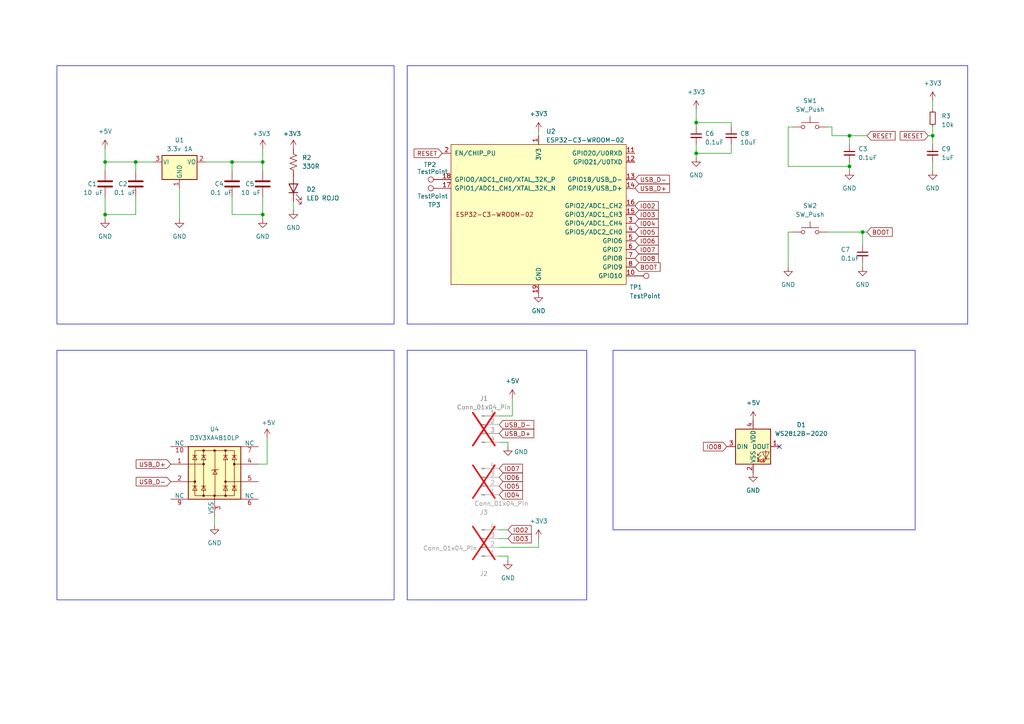
<source format=kicad_sch>
(kicad_sch
	(version 20231120)
	(generator "eeschema")
	(generator_version "8.0")
	(uuid "943f066e-a903-465c-b67e-10973cbef5c5")
	(paper "A4")
	(title_block
		(title "DONGLE ESP32 C3")
		(date "2024-07-19")
		(company "EL INGE TAYU")
		(comment 1 "CLASE 1 - RENDIMIENTO")
		(comment 2 "NIVEL A - PRODUCIBILIDAD")
		(comment 3 "IPC 2221B ")
		(comment 4 "IPC 2222A")
	)
	(lib_symbols
		(symbol "+3V3_1"
			(power)
			(pin_names
				(offset 0)
			)
			(exclude_from_sim no)
			(in_bom yes)
			(on_board yes)
			(property "Reference" "#PWR"
				(at 0 -3.81 0)
				(effects
					(font
						(size 1.27 1.27)
					)
					(hide yes)
				)
			)
			(property "Value" "+3V3_1"
				(at 0 3.556 0)
				(effects
					(font
						(size 1.27 1.27)
					)
				)
			)
			(property "Footprint" ""
				(at 0 0 0)
				(effects
					(font
						(size 1.27 1.27)
					)
					(hide yes)
				)
			)
			(property "Datasheet" ""
				(at 0 0 0)
				(effects
					(font
						(size 1.27 1.27)
					)
					(hide yes)
				)
			)
			(property "Description" "Power symbol creates a global label with name \"+3V3\""
				(at 0 0 0)
				(effects
					(font
						(size 1.27 1.27)
					)
					(hide yes)
				)
			)
			(property "ki_keywords" "global power"
				(at 0 0 0)
				(effects
					(font
						(size 1.27 1.27)
					)
					(hide yes)
				)
			)
			(symbol "+3V3_1_0_1"
				(polyline
					(pts
						(xy -0.762 1.27) (xy 0 2.54)
					)
					(stroke
						(width 0)
						(type default)
					)
					(fill
						(type none)
					)
				)
				(polyline
					(pts
						(xy 0 0) (xy 0 2.54)
					)
					(stroke
						(width 0)
						(type default)
					)
					(fill
						(type none)
					)
				)
				(polyline
					(pts
						(xy 0 2.54) (xy 0.762 1.27)
					)
					(stroke
						(width 0)
						(type default)
					)
					(fill
						(type none)
					)
				)
			)
			(symbol "+3V3_1_1_1"
				(pin power_in line
					(at 0 0 90)
					(length 0) hide
					(name "+3V3"
						(effects
							(font
								(size 1.27 1.27)
							)
						)
					)
					(number "1"
						(effects
							(font
								(size 1.27 1.27)
							)
						)
					)
				)
			)
		)
		(symbol "+5V_3"
			(power)
			(pin_names
				(offset 0)
			)
			(exclude_from_sim no)
			(in_bom yes)
			(on_board yes)
			(property "Reference" "#PWR"
				(at 0 -3.81 0)
				(effects
					(font
						(size 1.27 1.27)
					)
					(hide yes)
				)
			)
			(property "Value" "+5V_3"
				(at 0 3.556 0)
				(effects
					(font
						(size 1.27 1.27)
					)
				)
			)
			(property "Footprint" ""
				(at 0 0 0)
				(effects
					(font
						(size 1.27 1.27)
					)
					(hide yes)
				)
			)
			(property "Datasheet" ""
				(at 0 0 0)
				(effects
					(font
						(size 1.27 1.27)
					)
					(hide yes)
				)
			)
			(property "Description" "Power symbol creates a global label with name \"+5V\""
				(at 0 0 0)
				(effects
					(font
						(size 1.27 1.27)
					)
					(hide yes)
				)
			)
			(property "ki_keywords" "global power"
				(at 0 0 0)
				(effects
					(font
						(size 1.27 1.27)
					)
					(hide yes)
				)
			)
			(symbol "+5V_3_0_1"
				(polyline
					(pts
						(xy -0.762 1.27) (xy 0 2.54)
					)
					(stroke
						(width 0)
						(type default)
					)
					(fill
						(type none)
					)
				)
				(polyline
					(pts
						(xy 0 0) (xy 0 2.54)
					)
					(stroke
						(width 0)
						(type default)
					)
					(fill
						(type none)
					)
				)
				(polyline
					(pts
						(xy 0 2.54) (xy 0.762 1.27)
					)
					(stroke
						(width 0)
						(type default)
					)
					(fill
						(type none)
					)
				)
			)
			(symbol "+5V_3_1_1"
				(pin power_in line
					(at 0 0 90)
					(length 0) hide
					(name "+5V"
						(effects
							(font
								(size 1.27 1.27)
							)
						)
					)
					(number "1"
						(effects
							(font
								(size 1.27 1.27)
							)
						)
					)
				)
			)
		)
		(symbol "Connector:Conn_01x04_Pin"
			(pin_names
				(offset 1.016) hide)
			(exclude_from_sim no)
			(in_bom yes)
			(on_board yes)
			(property "Reference" "J"
				(at 0 5.08 0)
				(effects
					(font
						(size 1.27 1.27)
					)
				)
			)
			(property "Value" "Conn_01x04_Pin"
				(at 0 -7.62 0)
				(effects
					(font
						(size 1.27 1.27)
					)
				)
			)
			(property "Footprint" ""
				(at 0 0 0)
				(effects
					(font
						(size 1.27 1.27)
					)
					(hide yes)
				)
			)
			(property "Datasheet" "~"
				(at 0 0 0)
				(effects
					(font
						(size 1.27 1.27)
					)
					(hide yes)
				)
			)
			(property "Description" "Generic connector, single row, 01x04, script generated"
				(at 0 0 0)
				(effects
					(font
						(size 1.27 1.27)
					)
					(hide yes)
				)
			)
			(property "ki_locked" ""
				(at 0 0 0)
				(effects
					(font
						(size 1.27 1.27)
					)
				)
			)
			(property "ki_keywords" "connector"
				(at 0 0 0)
				(effects
					(font
						(size 1.27 1.27)
					)
					(hide yes)
				)
			)
			(property "ki_fp_filters" "Connector*:*_1x??_*"
				(at 0 0 0)
				(effects
					(font
						(size 1.27 1.27)
					)
					(hide yes)
				)
			)
			(symbol "Conn_01x04_Pin_1_1"
				(polyline
					(pts
						(xy 1.27 -5.08) (xy 0.8636 -5.08)
					)
					(stroke
						(width 0.1524)
						(type default)
					)
					(fill
						(type none)
					)
				)
				(polyline
					(pts
						(xy 1.27 -2.54) (xy 0.8636 -2.54)
					)
					(stroke
						(width 0.1524)
						(type default)
					)
					(fill
						(type none)
					)
				)
				(polyline
					(pts
						(xy 1.27 0) (xy 0.8636 0)
					)
					(stroke
						(width 0.1524)
						(type default)
					)
					(fill
						(type none)
					)
				)
				(polyline
					(pts
						(xy 1.27 2.54) (xy 0.8636 2.54)
					)
					(stroke
						(width 0.1524)
						(type default)
					)
					(fill
						(type none)
					)
				)
				(rectangle
					(start 0.8636 -4.953)
					(end 0 -5.207)
					(stroke
						(width 0.1524)
						(type default)
					)
					(fill
						(type outline)
					)
				)
				(rectangle
					(start 0.8636 -2.413)
					(end 0 -2.667)
					(stroke
						(width 0.1524)
						(type default)
					)
					(fill
						(type outline)
					)
				)
				(rectangle
					(start 0.8636 0.127)
					(end 0 -0.127)
					(stroke
						(width 0.1524)
						(type default)
					)
					(fill
						(type outline)
					)
				)
				(rectangle
					(start 0.8636 2.667)
					(end 0 2.413)
					(stroke
						(width 0.1524)
						(type default)
					)
					(fill
						(type outline)
					)
				)
				(pin passive line
					(at 5.08 2.54 180)
					(length 3.81)
					(name "Pin_1"
						(effects
							(font
								(size 1.27 1.27)
							)
						)
					)
					(number "1"
						(effects
							(font
								(size 1.27 1.27)
							)
						)
					)
				)
				(pin passive line
					(at 5.08 0 180)
					(length 3.81)
					(name "Pin_2"
						(effects
							(font
								(size 1.27 1.27)
							)
						)
					)
					(number "2"
						(effects
							(font
								(size 1.27 1.27)
							)
						)
					)
				)
				(pin passive line
					(at 5.08 -2.54 180)
					(length 3.81)
					(name "Pin_3"
						(effects
							(font
								(size 1.27 1.27)
							)
						)
					)
					(number "3"
						(effects
							(font
								(size 1.27 1.27)
							)
						)
					)
				)
				(pin passive line
					(at 5.08 -5.08 180)
					(length 3.81)
					(name "Pin_4"
						(effects
							(font
								(size 1.27 1.27)
							)
						)
					)
					(number "4"
						(effects
							(font
								(size 1.27 1.27)
							)
						)
					)
				)
			)
		)
		(symbol "Connector:TestPoint"
			(pin_numbers hide)
			(pin_names
				(offset 0.762) hide)
			(exclude_from_sim no)
			(in_bom yes)
			(on_board yes)
			(property "Reference" "TP"
				(at 0 6.858 0)
				(effects
					(font
						(size 1.27 1.27)
					)
				)
			)
			(property "Value" "TestPoint"
				(at 0 5.08 0)
				(effects
					(font
						(size 1.27 1.27)
					)
				)
			)
			(property "Footprint" ""
				(at 5.08 0 0)
				(effects
					(font
						(size 1.27 1.27)
					)
					(hide yes)
				)
			)
			(property "Datasheet" "~"
				(at 5.08 0 0)
				(effects
					(font
						(size 1.27 1.27)
					)
					(hide yes)
				)
			)
			(property "Description" "test point"
				(at 0 0 0)
				(effects
					(font
						(size 1.27 1.27)
					)
					(hide yes)
				)
			)
			(property "ki_keywords" "test point tp"
				(at 0 0 0)
				(effects
					(font
						(size 1.27 1.27)
					)
					(hide yes)
				)
			)
			(property "ki_fp_filters" "Pin* Test*"
				(at 0 0 0)
				(effects
					(font
						(size 1.27 1.27)
					)
					(hide yes)
				)
			)
			(symbol "TestPoint_0_1"
				(circle
					(center 0 3.302)
					(radius 0.762)
					(stroke
						(width 0)
						(type default)
					)
					(fill
						(type none)
					)
				)
			)
			(symbol "TestPoint_1_1"
				(pin passive line
					(at 0 0 90)
					(length 2.54)
					(name "1"
						(effects
							(font
								(size 1.27 1.27)
							)
						)
					)
					(number "1"
						(effects
							(font
								(size 1.27 1.27)
							)
						)
					)
				)
			)
		)
		(symbol "Device:C"
			(pin_numbers hide)
			(pin_names
				(offset 0.254)
			)
			(exclude_from_sim no)
			(in_bom yes)
			(on_board yes)
			(property "Reference" "C"
				(at 0.635 2.54 0)
				(effects
					(font
						(size 1.27 1.27)
					)
					(justify left)
				)
			)
			(property "Value" "C"
				(at 0.635 -2.54 0)
				(effects
					(font
						(size 1.27 1.27)
					)
					(justify left)
				)
			)
			(property "Footprint" ""
				(at 0.9652 -3.81 0)
				(effects
					(font
						(size 1.27 1.27)
					)
					(hide yes)
				)
			)
			(property "Datasheet" "~"
				(at 0 0 0)
				(effects
					(font
						(size 1.27 1.27)
					)
					(hide yes)
				)
			)
			(property "Description" "Unpolarized capacitor"
				(at 0 0 0)
				(effects
					(font
						(size 1.27 1.27)
					)
					(hide yes)
				)
			)
			(property "ki_keywords" "cap capacitor"
				(at 0 0 0)
				(effects
					(font
						(size 1.27 1.27)
					)
					(hide yes)
				)
			)
			(property "ki_fp_filters" "C_*"
				(at 0 0 0)
				(effects
					(font
						(size 1.27 1.27)
					)
					(hide yes)
				)
			)
			(symbol "C_0_1"
				(polyline
					(pts
						(xy -2.032 -0.762) (xy 2.032 -0.762)
					)
					(stroke
						(width 0.508)
						(type default)
					)
					(fill
						(type none)
					)
				)
				(polyline
					(pts
						(xy -2.032 0.762) (xy 2.032 0.762)
					)
					(stroke
						(width 0.508)
						(type default)
					)
					(fill
						(type none)
					)
				)
			)
			(symbol "C_1_1"
				(pin passive line
					(at 0 3.81 270)
					(length 2.794)
					(name "~"
						(effects
							(font
								(size 1.27 1.27)
							)
						)
					)
					(number "1"
						(effects
							(font
								(size 1.27 1.27)
							)
						)
					)
				)
				(pin passive line
					(at 0 -3.81 90)
					(length 2.794)
					(name "~"
						(effects
							(font
								(size 1.27 1.27)
							)
						)
					)
					(number "2"
						(effects
							(font
								(size 1.27 1.27)
							)
						)
					)
				)
			)
		)
		(symbol "Device:C_Small"
			(pin_numbers hide)
			(pin_names
				(offset 0.254) hide)
			(exclude_from_sim no)
			(in_bom yes)
			(on_board yes)
			(property "Reference" "C"
				(at 0.254 1.778 0)
				(effects
					(font
						(size 1.27 1.27)
					)
					(justify left)
				)
			)
			(property "Value" "C_Small"
				(at 0.254 -2.032 0)
				(effects
					(font
						(size 1.27 1.27)
					)
					(justify left)
				)
			)
			(property "Footprint" ""
				(at 0 0 0)
				(effects
					(font
						(size 1.27 1.27)
					)
					(hide yes)
				)
			)
			(property "Datasheet" "~"
				(at 0 0 0)
				(effects
					(font
						(size 1.27 1.27)
					)
					(hide yes)
				)
			)
			(property "Description" "Unpolarized capacitor, small symbol"
				(at 0 0 0)
				(effects
					(font
						(size 1.27 1.27)
					)
					(hide yes)
				)
			)
			(property "ki_keywords" "capacitor cap"
				(at 0 0 0)
				(effects
					(font
						(size 1.27 1.27)
					)
					(hide yes)
				)
			)
			(property "ki_fp_filters" "C_*"
				(at 0 0 0)
				(effects
					(font
						(size 1.27 1.27)
					)
					(hide yes)
				)
			)
			(symbol "C_Small_0_1"
				(polyline
					(pts
						(xy -1.524 -0.508) (xy 1.524 -0.508)
					)
					(stroke
						(width 0.3302)
						(type default)
					)
					(fill
						(type none)
					)
				)
				(polyline
					(pts
						(xy -1.524 0.508) (xy 1.524 0.508)
					)
					(stroke
						(width 0.3048)
						(type default)
					)
					(fill
						(type none)
					)
				)
			)
			(symbol "C_Small_1_1"
				(pin passive line
					(at 0 2.54 270)
					(length 2.032)
					(name "~"
						(effects
							(font
								(size 1.27 1.27)
							)
						)
					)
					(number "1"
						(effects
							(font
								(size 1.27 1.27)
							)
						)
					)
				)
				(pin passive line
					(at 0 -2.54 90)
					(length 2.032)
					(name "~"
						(effects
							(font
								(size 1.27 1.27)
							)
						)
					)
					(number "2"
						(effects
							(font
								(size 1.27 1.27)
							)
						)
					)
				)
			)
		)
		(symbol "Device:LED"
			(pin_numbers hide)
			(pin_names
				(offset 1.016) hide)
			(exclude_from_sim no)
			(in_bom yes)
			(on_board yes)
			(property "Reference" "D"
				(at 0 2.54 0)
				(effects
					(font
						(size 1.27 1.27)
					)
				)
			)
			(property "Value" "LED"
				(at 0 -2.54 0)
				(effects
					(font
						(size 1.27 1.27)
					)
				)
			)
			(property "Footprint" ""
				(at 0 0 0)
				(effects
					(font
						(size 1.27 1.27)
					)
					(hide yes)
				)
			)
			(property "Datasheet" "~"
				(at 0 0 0)
				(effects
					(font
						(size 1.27 1.27)
					)
					(hide yes)
				)
			)
			(property "Description" "Light emitting diode"
				(at 0 0 0)
				(effects
					(font
						(size 1.27 1.27)
					)
					(hide yes)
				)
			)
			(property "ki_keywords" "LED diode"
				(at 0 0 0)
				(effects
					(font
						(size 1.27 1.27)
					)
					(hide yes)
				)
			)
			(property "ki_fp_filters" "LED* LED_SMD:* LED_THT:*"
				(at 0 0 0)
				(effects
					(font
						(size 1.27 1.27)
					)
					(hide yes)
				)
			)
			(symbol "LED_0_1"
				(polyline
					(pts
						(xy -1.27 -1.27) (xy -1.27 1.27)
					)
					(stroke
						(width 0.254)
						(type default)
					)
					(fill
						(type none)
					)
				)
				(polyline
					(pts
						(xy -1.27 0) (xy 1.27 0)
					)
					(stroke
						(width 0)
						(type default)
					)
					(fill
						(type none)
					)
				)
				(polyline
					(pts
						(xy 1.27 -1.27) (xy 1.27 1.27) (xy -1.27 0) (xy 1.27 -1.27)
					)
					(stroke
						(width 0.254)
						(type default)
					)
					(fill
						(type none)
					)
				)
				(polyline
					(pts
						(xy -3.048 -0.762) (xy -4.572 -2.286) (xy -3.81 -2.286) (xy -4.572 -2.286) (xy -4.572 -1.524)
					)
					(stroke
						(width 0)
						(type default)
					)
					(fill
						(type none)
					)
				)
				(polyline
					(pts
						(xy -1.778 -0.762) (xy -3.302 -2.286) (xy -2.54 -2.286) (xy -3.302 -2.286) (xy -3.302 -1.524)
					)
					(stroke
						(width 0)
						(type default)
					)
					(fill
						(type none)
					)
				)
			)
			(symbol "LED_1_1"
				(pin passive line
					(at -3.81 0 0)
					(length 2.54)
					(name "K"
						(effects
							(font
								(size 1.27 1.27)
							)
						)
					)
					(number "1"
						(effects
							(font
								(size 1.27 1.27)
							)
						)
					)
				)
				(pin passive line
					(at 3.81 0 180)
					(length 2.54)
					(name "A"
						(effects
							(font
								(size 1.27 1.27)
							)
						)
					)
					(number "2"
						(effects
							(font
								(size 1.27 1.27)
							)
						)
					)
				)
			)
		)
		(symbol "Device:R_Small"
			(pin_numbers hide)
			(pin_names
				(offset 0.254) hide)
			(exclude_from_sim no)
			(in_bom yes)
			(on_board yes)
			(property "Reference" "R"
				(at 0.762 0.508 0)
				(effects
					(font
						(size 1.27 1.27)
					)
					(justify left)
				)
			)
			(property "Value" "R_Small"
				(at 0.762 -1.016 0)
				(effects
					(font
						(size 1.27 1.27)
					)
					(justify left)
				)
			)
			(property "Footprint" ""
				(at 0 0 0)
				(effects
					(font
						(size 1.27 1.27)
					)
					(hide yes)
				)
			)
			(property "Datasheet" "~"
				(at 0 0 0)
				(effects
					(font
						(size 1.27 1.27)
					)
					(hide yes)
				)
			)
			(property "Description" "Resistor, small symbol"
				(at 0 0 0)
				(effects
					(font
						(size 1.27 1.27)
					)
					(hide yes)
				)
			)
			(property "ki_keywords" "R resistor"
				(at 0 0 0)
				(effects
					(font
						(size 1.27 1.27)
					)
					(hide yes)
				)
			)
			(property "ki_fp_filters" "R_*"
				(at 0 0 0)
				(effects
					(font
						(size 1.27 1.27)
					)
					(hide yes)
				)
			)
			(symbol "R_Small_0_1"
				(rectangle
					(start -0.762 1.778)
					(end 0.762 -1.778)
					(stroke
						(width 0.2032)
						(type default)
					)
					(fill
						(type none)
					)
				)
			)
			(symbol "R_Small_1_1"
				(pin passive line
					(at 0 2.54 270)
					(length 0.762)
					(name "~"
						(effects
							(font
								(size 1.27 1.27)
							)
						)
					)
					(number "1"
						(effects
							(font
								(size 1.27 1.27)
							)
						)
					)
				)
				(pin passive line
					(at 0 -2.54 90)
					(length 0.762)
					(name "~"
						(effects
							(font
								(size 1.27 1.27)
							)
						)
					)
					(number "2"
						(effects
							(font
								(size 1.27 1.27)
							)
						)
					)
				)
			)
		)
		(symbol "Device:R_US"
			(pin_numbers hide)
			(pin_names
				(offset 0)
			)
			(exclude_from_sim no)
			(in_bom yes)
			(on_board yes)
			(property "Reference" "R"
				(at 2.54 0 90)
				(effects
					(font
						(size 1.27 1.27)
					)
				)
			)
			(property "Value" "R_US"
				(at -2.54 0 90)
				(effects
					(font
						(size 1.27 1.27)
					)
				)
			)
			(property "Footprint" ""
				(at 1.016 -0.254 90)
				(effects
					(font
						(size 1.27 1.27)
					)
					(hide yes)
				)
			)
			(property "Datasheet" "~"
				(at 0 0 0)
				(effects
					(font
						(size 1.27 1.27)
					)
					(hide yes)
				)
			)
			(property "Description" "Resistor, US symbol"
				(at 0 0 0)
				(effects
					(font
						(size 1.27 1.27)
					)
					(hide yes)
				)
			)
			(property "ki_keywords" "R res resistor"
				(at 0 0 0)
				(effects
					(font
						(size 1.27 1.27)
					)
					(hide yes)
				)
			)
			(property "ki_fp_filters" "R_*"
				(at 0 0 0)
				(effects
					(font
						(size 1.27 1.27)
					)
					(hide yes)
				)
			)
			(symbol "R_US_0_1"
				(polyline
					(pts
						(xy 0 -2.286) (xy 0 -2.54)
					)
					(stroke
						(width 0)
						(type default)
					)
					(fill
						(type none)
					)
				)
				(polyline
					(pts
						(xy 0 2.286) (xy 0 2.54)
					)
					(stroke
						(width 0)
						(type default)
					)
					(fill
						(type none)
					)
				)
				(polyline
					(pts
						(xy 0 -0.762) (xy 1.016 -1.143) (xy 0 -1.524) (xy -1.016 -1.905) (xy 0 -2.286)
					)
					(stroke
						(width 0)
						(type default)
					)
					(fill
						(type none)
					)
				)
				(polyline
					(pts
						(xy 0 0.762) (xy 1.016 0.381) (xy 0 0) (xy -1.016 -0.381) (xy 0 -0.762)
					)
					(stroke
						(width 0)
						(type default)
					)
					(fill
						(type none)
					)
				)
				(polyline
					(pts
						(xy 0 2.286) (xy 1.016 1.905) (xy 0 1.524) (xy -1.016 1.143) (xy 0 0.762)
					)
					(stroke
						(width 0)
						(type default)
					)
					(fill
						(type none)
					)
				)
			)
			(symbol "R_US_1_1"
				(pin passive line
					(at 0 3.81 270)
					(length 1.27)
					(name "~"
						(effects
							(font
								(size 1.27 1.27)
							)
						)
					)
					(number "1"
						(effects
							(font
								(size 1.27 1.27)
							)
						)
					)
				)
				(pin passive line
					(at 0 -3.81 90)
					(length 1.27)
					(name "~"
						(effects
							(font
								(size 1.27 1.27)
							)
						)
					)
					(number "2"
						(effects
							(font
								(size 1.27 1.27)
							)
						)
					)
				)
			)
		)
		(symbol "GND_18"
			(power)
			(pin_names
				(offset 0)
			)
			(exclude_from_sim no)
			(in_bom yes)
			(on_board yes)
			(property "Reference" "#PWR"
				(at 0 -6.35 0)
				(effects
					(font
						(size 1.27 1.27)
					)
					(hide yes)
				)
			)
			(property "Value" "GND_18"
				(at 0 -3.81 0)
				(effects
					(font
						(size 1.27 1.27)
					)
				)
			)
			(property "Footprint" ""
				(at 0 0 0)
				(effects
					(font
						(size 1.27 1.27)
					)
					(hide yes)
				)
			)
			(property "Datasheet" ""
				(at 0 0 0)
				(effects
					(font
						(size 1.27 1.27)
					)
					(hide yes)
				)
			)
			(property "Description" "Power symbol creates a global label with name \"GND\" , ground"
				(at 0 0 0)
				(effects
					(font
						(size 1.27 1.27)
					)
					(hide yes)
				)
			)
			(property "ki_keywords" "global power"
				(at 0 0 0)
				(effects
					(font
						(size 1.27 1.27)
					)
					(hide yes)
				)
			)
			(symbol "GND_18_0_1"
				(polyline
					(pts
						(xy 0 0) (xy 0 -1.27) (xy 1.27 -1.27) (xy 0 -2.54) (xy -1.27 -1.27) (xy 0 -1.27)
					)
					(stroke
						(width 0)
						(type default)
					)
					(fill
						(type none)
					)
				)
			)
			(symbol "GND_18_1_1"
				(pin power_in line
					(at 0 0 270)
					(length 0) hide
					(name "GND"
						(effects
							(font
								(size 1.27 1.27)
							)
						)
					)
					(number "1"
						(effects
							(font
								(size 1.27 1.27)
							)
						)
					)
				)
			)
		)
		(symbol "GND_20"
			(power)
			(pin_names
				(offset 0)
			)
			(exclude_from_sim no)
			(in_bom yes)
			(on_board yes)
			(property "Reference" "#PWR"
				(at 0 -6.35 0)
				(effects
					(font
						(size 1.27 1.27)
					)
					(hide yes)
				)
			)
			(property "Value" "GND_20"
				(at 0 -3.81 0)
				(effects
					(font
						(size 1.27 1.27)
					)
				)
			)
			(property "Footprint" ""
				(at 0 0 0)
				(effects
					(font
						(size 1.27 1.27)
					)
					(hide yes)
				)
			)
			(property "Datasheet" ""
				(at 0 0 0)
				(effects
					(font
						(size 1.27 1.27)
					)
					(hide yes)
				)
			)
			(property "Description" "Power symbol creates a global label with name \"GND\" , ground"
				(at 0 0 0)
				(effects
					(font
						(size 1.27 1.27)
					)
					(hide yes)
				)
			)
			(property "ki_keywords" "global power"
				(at 0 0 0)
				(effects
					(font
						(size 1.27 1.27)
					)
					(hide yes)
				)
			)
			(symbol "GND_20_0_1"
				(polyline
					(pts
						(xy 0 0) (xy 0 -1.27) (xy 1.27 -1.27) (xy 0 -2.54) (xy -1.27 -1.27) (xy 0 -1.27)
					)
					(stroke
						(width 0)
						(type default)
					)
					(fill
						(type none)
					)
				)
			)
			(symbol "GND_20_1_1"
				(pin power_in line
					(at 0 0 270)
					(length 0) hide
					(name "GND"
						(effects
							(font
								(size 1.27 1.27)
							)
						)
					)
					(number "1"
						(effects
							(font
								(size 1.27 1.27)
							)
						)
					)
				)
			)
		)
		(symbol "GND_6"
			(power)
			(pin_names
				(offset 0)
			)
			(exclude_from_sim no)
			(in_bom yes)
			(on_board yes)
			(property "Reference" "#PWR"
				(at 0 -6.35 0)
				(effects
					(font
						(size 1.27 1.27)
					)
					(hide yes)
				)
			)
			(property "Value" "GND_6"
				(at 0 -3.81 0)
				(effects
					(font
						(size 1.27 1.27)
					)
				)
			)
			(property "Footprint" ""
				(at 0 0 0)
				(effects
					(font
						(size 1.27 1.27)
					)
					(hide yes)
				)
			)
			(property "Datasheet" ""
				(at 0 0 0)
				(effects
					(font
						(size 1.27 1.27)
					)
					(hide yes)
				)
			)
			(property "Description" "Power symbol creates a global label with name \"GND\" , ground"
				(at 0 0 0)
				(effects
					(font
						(size 1.27 1.27)
					)
					(hide yes)
				)
			)
			(property "ki_keywords" "global power"
				(at 0 0 0)
				(effects
					(font
						(size 1.27 1.27)
					)
					(hide yes)
				)
			)
			(symbol "GND_6_0_1"
				(polyline
					(pts
						(xy 0 0) (xy 0 -1.27) (xy 1.27 -1.27) (xy 0 -2.54) (xy -1.27 -1.27) (xy 0 -1.27)
					)
					(stroke
						(width 0)
						(type default)
					)
					(fill
						(type none)
					)
				)
			)
			(symbol "GND_6_1_1"
				(pin power_in line
					(at 0 0 270)
					(length 0) hide
					(name "GND"
						(effects
							(font
								(size 1.27 1.27)
							)
						)
					)
					(number "1"
						(effects
							(font
								(size 1.27 1.27)
							)
						)
					)
				)
			)
		)
		(symbol "GND_7"
			(power)
			(pin_names
				(offset 0)
			)
			(exclude_from_sim no)
			(in_bom yes)
			(on_board yes)
			(property "Reference" "#PWR"
				(at 0 -6.35 0)
				(effects
					(font
						(size 1.27 1.27)
					)
					(hide yes)
				)
			)
			(property "Value" "GND"
				(at 0 -3.81 0)
				(effects
					(font
						(size 1.27 1.27)
					)
				)
			)
			(property "Footprint" ""
				(at 0 0 0)
				(effects
					(font
						(size 1.27 1.27)
					)
					(hide yes)
				)
			)
			(property "Datasheet" ""
				(at 0 0 0)
				(effects
					(font
						(size 1.27 1.27)
					)
					(hide yes)
				)
			)
			(property "Description" "Power symbol creates a global label with name \"GND\" , ground"
				(at 0 0 0)
				(effects
					(font
						(size 1.27 1.27)
					)
					(hide yes)
				)
			)
			(property "ki_keywords" "power-flag"
				(at 0 0 0)
				(effects
					(font
						(size 1.27 1.27)
					)
					(hide yes)
				)
			)
			(symbol "GND_7_0_1"
				(polyline
					(pts
						(xy 0 0) (xy 0 -1.27) (xy 1.27 -1.27) (xy 0 -2.54) (xy -1.27 -1.27) (xy 0 -1.27)
					)
					(stroke
						(width 0)
						(type default)
					)
					(fill
						(type none)
					)
				)
			)
			(symbol "GND_7_1_1"
				(pin power_in line
					(at 0 0 270)
					(length 0) hide
					(name "GND"
						(effects
							(font
								(size 1.27 1.27)
							)
						)
					)
					(number "1"
						(effects
							(font
								(size 1.27 1.27)
							)
						)
					)
				)
			)
		)
		(symbol "GND_8"
			(power)
			(pin_names
				(offset 0)
			)
			(exclude_from_sim no)
			(in_bom yes)
			(on_board yes)
			(property "Reference" "#PWR"
				(at 0 -6.35 0)
				(effects
					(font
						(size 1.27 1.27)
					)
					(hide yes)
				)
			)
			(property "Value" "GND_8"
				(at 0 -3.81 0)
				(effects
					(font
						(size 1.27 1.27)
					)
				)
			)
			(property "Footprint" ""
				(at 0 0 0)
				(effects
					(font
						(size 1.27 1.27)
					)
					(hide yes)
				)
			)
			(property "Datasheet" ""
				(at 0 0 0)
				(effects
					(font
						(size 1.27 1.27)
					)
					(hide yes)
				)
			)
			(property "Description" "Power symbol creates a global label with name \"GND\" , ground"
				(at 0 0 0)
				(effects
					(font
						(size 1.27 1.27)
					)
					(hide yes)
				)
			)
			(property "ki_keywords" "global power"
				(at 0 0 0)
				(effects
					(font
						(size 1.27 1.27)
					)
					(hide yes)
				)
			)
			(symbol "GND_8_0_1"
				(polyline
					(pts
						(xy 0 0) (xy 0 -1.27) (xy 1.27 -1.27) (xy 0 -2.54) (xy -1.27 -1.27) (xy 0 -1.27)
					)
					(stroke
						(width 0)
						(type default)
					)
					(fill
						(type none)
					)
				)
			)
			(symbol "GND_8_1_1"
				(pin power_in line
					(at 0 0 270)
					(length 0) hide
					(name "GND"
						(effects
							(font
								(size 1.27 1.27)
							)
						)
					)
					(number "1"
						(effects
							(font
								(size 1.27 1.27)
							)
						)
					)
				)
			)
		)
		(symbol "LED:WS2812B-2020"
			(pin_names
				(offset 0.254)
			)
			(exclude_from_sim no)
			(in_bom yes)
			(on_board yes)
			(property "Reference" "D"
				(at 5.08 5.715 0)
				(effects
					(font
						(size 1.27 1.27)
					)
					(justify right bottom)
				)
			)
			(property "Value" "WS2812B-2020"
				(at 1.27 -5.715 0)
				(effects
					(font
						(size 1.27 1.27)
					)
					(justify left top)
				)
			)
			(property "Footprint" "LED_SMD:LED_WS2812B-2020_PLCC4_2.0x2.0mm"
				(at 1.27 -7.62 0)
				(effects
					(font
						(size 1.27 1.27)
					)
					(justify left top)
					(hide yes)
				)
			)
			(property "Datasheet" "https://cdn-shop.adafruit.com/product-files/4684/4684_WS2812B-2020_V1.3_EN.pdf"
				(at 2.54 -9.525 0)
				(effects
					(font
						(size 1.27 1.27)
					)
					(justify left top)
					(hide yes)
				)
			)
			(property "Description" "RGB LED with integrated controller, 2.0 x 2.0 mm, 12 mA"
				(at 0 0 0)
				(effects
					(font
						(size 1.27 1.27)
					)
					(hide yes)
				)
			)
			(property "ki_keywords" "RGB LED NeoPixel Nano addressable"
				(at 0 0 0)
				(effects
					(font
						(size 1.27 1.27)
					)
					(hide yes)
				)
			)
			(property "ki_fp_filters" "LED*WS2812*-2020_PLCC4*"
				(at 0 0 0)
				(effects
					(font
						(size 1.27 1.27)
					)
					(hide yes)
				)
			)
			(symbol "WS2812B-2020_0_0"
				(text "RGB"
					(at 2.286 -4.191 0)
					(effects
						(font
							(size 0.762 0.762)
						)
					)
				)
			)
			(symbol "WS2812B-2020_0_1"
				(polyline
					(pts
						(xy 1.27 -3.556) (xy 1.778 -3.556)
					)
					(stroke
						(width 0)
						(type default)
					)
					(fill
						(type none)
					)
				)
				(polyline
					(pts
						(xy 1.27 -2.54) (xy 1.778 -2.54)
					)
					(stroke
						(width 0)
						(type default)
					)
					(fill
						(type none)
					)
				)
				(polyline
					(pts
						(xy 4.699 -3.556) (xy 2.667 -3.556)
					)
					(stroke
						(width 0)
						(type default)
					)
					(fill
						(type none)
					)
				)
				(polyline
					(pts
						(xy 2.286 -2.54) (xy 1.27 -3.556) (xy 1.27 -3.048)
					)
					(stroke
						(width 0)
						(type default)
					)
					(fill
						(type none)
					)
				)
				(polyline
					(pts
						(xy 2.286 -1.524) (xy 1.27 -2.54) (xy 1.27 -2.032)
					)
					(stroke
						(width 0)
						(type default)
					)
					(fill
						(type none)
					)
				)
				(polyline
					(pts
						(xy 3.683 -1.016) (xy 3.683 -3.556) (xy 3.683 -4.064)
					)
					(stroke
						(width 0)
						(type default)
					)
					(fill
						(type none)
					)
				)
				(polyline
					(pts
						(xy 4.699 -1.524) (xy 2.667 -1.524) (xy 3.683 -3.556) (xy 4.699 -1.524)
					)
					(stroke
						(width 0)
						(type default)
					)
					(fill
						(type none)
					)
				)
				(rectangle
					(start 5.08 5.08)
					(end -5.08 -5.08)
					(stroke
						(width 0.254)
						(type default)
					)
					(fill
						(type background)
					)
				)
			)
			(symbol "WS2812B-2020_1_1"
				(pin output line
					(at 7.62 0 180)
					(length 2.54)
					(name "DOUT"
						(effects
							(font
								(size 1.27 1.27)
							)
						)
					)
					(number "1"
						(effects
							(font
								(size 1.27 1.27)
							)
						)
					)
				)
				(pin power_in line
					(at 0 -7.62 90)
					(length 2.54)
					(name "VSS"
						(effects
							(font
								(size 1.27 1.27)
							)
						)
					)
					(number "2"
						(effects
							(font
								(size 1.27 1.27)
							)
						)
					)
				)
				(pin input line
					(at -7.62 0 0)
					(length 2.54)
					(name "DIN"
						(effects
							(font
								(size 1.27 1.27)
							)
						)
					)
					(number "3"
						(effects
							(font
								(size 1.27 1.27)
							)
						)
					)
				)
				(pin power_in line
					(at 0 7.62 270)
					(length 2.54)
					(name "VDD"
						(effects
							(font
								(size 1.27 1.27)
							)
						)
					)
					(number "4"
						(effects
							(font
								(size 1.27 1.27)
							)
						)
					)
				)
			)
		)
		(symbol "PCM_Espressif:ESP32-C3-WROOM-02"
			(pin_names
				(offset 1.016)
			)
			(exclude_from_sim no)
			(in_bom yes)
			(on_board yes)
			(property "Reference" "U"
				(at -25.4 25.4 0)
				(effects
					(font
						(size 1.27 1.27)
					)
					(justify left)
				)
			)
			(property "Value" "ESP32-C3-WROOM-02"
				(at -25.4 22.86 0)
				(effects
					(font
						(size 1.27 1.27)
					)
					(justify left)
				)
			)
			(property "Footprint" "PCM_Espressif:ESP32-C3-WROOM-02"
				(at 0 -30.48 0)
				(effects
					(font
						(size 1.27 1.27)
					)
					(hide yes)
				)
			)
			(property "Datasheet" "https://www.espressif.com/sites/default/files/documentation/esp32-c3-wroom-02_datasheet_en.pdf"
				(at -2.54 -33.02 0)
				(effects
					(font
						(size 1.27 1.27)
					)
					(hide yes)
				)
			)
			(property "Description" "ESP32-C3-WROOM-02 is a general-purpose Wi-Fi and Bluetooth LE module. This module features a rich set of peripherals and high performance, which makes it an ideal choice for smart home, industrial automation, health care, consumer electronics, etc."
				(at 0 0 0)
				(effects
					(font
						(size 1.27 1.27)
					)
					(hide yes)
				)
			)
			(property "ki_keywords" "esp32-c3 module"
				(at 0 0 0)
				(effects
					(font
						(size 1.27 1.27)
					)
					(hide yes)
				)
			)
			(symbol "ESP32-C3-WROOM-02_0_0"
				(text "ESP32-C3-WROOM-02"
					(at -12.7 0 0)
					(effects
						(font
							(size 1.27 1.27)
						)
					)
				)
			)
			(symbol "ESP32-C3-WROOM-02_0_1"
				(rectangle
					(start 25.4 20.32)
					(end -25.4 -20.32)
					(stroke
						(width 0)
						(type default)
					)
					(fill
						(type background)
					)
				)
			)
			(symbol "ESP32-C3-WROOM-02_1_1"
				(pin power_in line
					(at 0 22.86 270)
					(length 2.54)
					(name "3V3"
						(effects
							(font
								(size 1.27 1.27)
							)
						)
					)
					(number "1"
						(effects
							(font
								(size 1.27 1.27)
							)
						)
					)
				)
				(pin bidirectional line
					(at 27.94 -17.78 180)
					(length 2.54)
					(name "GPIO10"
						(effects
							(font
								(size 1.27 1.27)
							)
						)
					)
					(number "10"
						(effects
							(font
								(size 1.27 1.27)
							)
						)
					)
				)
				(pin bidirectional line
					(at 27.94 17.78 180)
					(length 2.54)
					(name "GPIO20/U0RXD"
						(effects
							(font
								(size 1.27 1.27)
							)
						)
					)
					(number "11"
						(effects
							(font
								(size 1.27 1.27)
							)
						)
					)
				)
				(pin bidirectional line
					(at 27.94 15.24 180)
					(length 2.54)
					(name "GPIO21/U0TXD"
						(effects
							(font
								(size 1.27 1.27)
							)
						)
					)
					(number "12"
						(effects
							(font
								(size 1.27 1.27)
							)
						)
					)
				)
				(pin bidirectional line
					(at 27.94 10.16 180)
					(length 2.54)
					(name "GPIO18/USB_D-"
						(effects
							(font
								(size 1.27 1.27)
							)
						)
					)
					(number "13"
						(effects
							(font
								(size 1.27 1.27)
							)
						)
					)
				)
				(pin bidirectional line
					(at 27.94 7.62 180)
					(length 2.54)
					(name "GPIO19/USB_D+"
						(effects
							(font
								(size 1.27 1.27)
							)
						)
					)
					(number "14"
						(effects
							(font
								(size 1.27 1.27)
							)
						)
					)
				)
				(pin bidirectional line
					(at 27.94 0 180)
					(length 2.54)
					(name "GPIO3/ADC1_CH3"
						(effects
							(font
								(size 1.27 1.27)
							)
						)
					)
					(number "15"
						(effects
							(font
								(size 1.27 1.27)
							)
						)
					)
				)
				(pin bidirectional line
					(at 27.94 2.54 180)
					(length 2.54)
					(name "GPIO2/ADC1_CH2"
						(effects
							(font
								(size 1.27 1.27)
							)
						)
					)
					(number "16"
						(effects
							(font
								(size 1.27 1.27)
							)
						)
					)
				)
				(pin bidirectional line
					(at -27.94 7.62 0)
					(length 2.54)
					(name "GPIO1/ADC1_CH1/XTAL_32K_N"
						(effects
							(font
								(size 1.27 1.27)
							)
						)
					)
					(number "17"
						(effects
							(font
								(size 1.27 1.27)
							)
						)
					)
				)
				(pin bidirectional line
					(at -27.94 10.16 0)
					(length 2.54)
					(name "GPIO0/ADC1_CH0/XTAL_32K_P"
						(effects
							(font
								(size 1.27 1.27)
							)
						)
					)
					(number "18"
						(effects
							(font
								(size 1.27 1.27)
							)
						)
					)
				)
				(pin power_in line
					(at 0 -22.86 90)
					(length 2.54)
					(name "GND"
						(effects
							(font
								(size 1.27 1.27)
							)
						)
					)
					(number "19"
						(effects
							(font
								(size 1.27 1.27)
							)
						)
					)
				)
				(pin input line
					(at -27.94 17.78 0)
					(length 2.54)
					(name "EN/CHIP_PU"
						(effects
							(font
								(size 1.27 1.27)
							)
						)
					)
					(number "2"
						(effects
							(font
								(size 1.27 1.27)
							)
						)
					)
				)
				(pin bidirectional line
					(at 27.94 -2.54 180)
					(length 2.54)
					(name "GPIO4/ADC1_CH4"
						(effects
							(font
								(size 1.27 1.27)
							)
						)
					)
					(number "3"
						(effects
							(font
								(size 1.27 1.27)
							)
						)
					)
				)
				(pin bidirectional line
					(at 27.94 -5.08 180)
					(length 2.54)
					(name "GPIO5/ADC2_CH0"
						(effects
							(font
								(size 1.27 1.27)
							)
						)
					)
					(number "4"
						(effects
							(font
								(size 1.27 1.27)
							)
						)
					)
				)
				(pin bidirectional line
					(at 27.94 -7.62 180)
					(length 2.54)
					(name "GPIO6"
						(effects
							(font
								(size 1.27 1.27)
							)
						)
					)
					(number "5"
						(effects
							(font
								(size 1.27 1.27)
							)
						)
					)
				)
				(pin bidirectional line
					(at 27.94 -10.16 180)
					(length 2.54)
					(name "GPIO7"
						(effects
							(font
								(size 1.27 1.27)
							)
						)
					)
					(number "6"
						(effects
							(font
								(size 1.27 1.27)
							)
						)
					)
				)
				(pin bidirectional line
					(at 27.94 -12.7 180)
					(length 2.54)
					(name "GPIO8"
						(effects
							(font
								(size 1.27 1.27)
							)
						)
					)
					(number "7"
						(effects
							(font
								(size 1.27 1.27)
							)
						)
					)
				)
				(pin bidirectional line
					(at 27.94 -15.24 180)
					(length 2.54)
					(name "GPIO9"
						(effects
							(font
								(size 1.27 1.27)
							)
						)
					)
					(number "8"
						(effects
							(font
								(size 1.27 1.27)
							)
						)
					)
				)
				(pin passive line
					(at 0 -22.86 90)
					(length 2.54) hide
					(name "GND"
						(effects
							(font
								(size 1.27 1.27)
							)
						)
					)
					(number "9"
						(effects
							(font
								(size 1.27 1.27)
							)
						)
					)
				)
			)
		)
		(symbol "Power_Protection:D3V3XA4B10LP"
			(pin_names
				(offset 0)
			)
			(exclude_from_sim no)
			(in_bom yes)
			(on_board yes)
			(property "Reference" "U"
				(at -0.635 8.89 0)
				(effects
					(font
						(size 1.27 1.27)
					)
				)
			)
			(property "Value" "D3V3XA4B10LP"
				(at 8.89 -10.16 0)
				(effects
					(font
						(size 1.27 1.27)
					)
				)
			)
			(property "Footprint" "Package_DFN_QFN:Diodes_UDFN-10_1.0x2.5mm_P0.5mm"
				(at -24.13 -10.16 0)
				(effects
					(font
						(size 1.27 1.27)
					)
					(hide yes)
				)
			)
			(property "Datasheet" "https://www.diodes.com/assets/Datasheets/D3V3XA4B10LP.pdf"
				(at 0 0 0)
				(effects
					(font
						(size 1.27 1.27)
					)
					(hide yes)
				)
			)
			(property "Description" "4-Channel Low Capacitance TVS Diode Array, DFN-10"
				(at 0 0 0)
				(effects
					(font
						(size 1.27 1.27)
					)
					(hide yes)
				)
			)
			(property "ki_keywords" "ESD protection TVS"
				(at 0 0 0)
				(effects
					(font
						(size 1.27 1.27)
					)
					(hide yes)
				)
			)
			(property "ki_fp_filters" "Diodes*UDFN*1.0x2.5mm*P0.5mm*"
				(at 0 0 0)
				(effects
					(font
						(size 1.27 1.27)
					)
					(hide yes)
				)
			)
			(symbol "D3V3XA4B10LP_0_0"
				(rectangle
					(start -5.715 6.477)
					(end 5.715 -6.604)
					(stroke
						(width 0)
						(type default)
					)
					(fill
						(type none)
					)
				)
				(polyline
					(pts
						(xy -3.175 -6.604) (xy -3.175 6.477)
					)
					(stroke
						(width 0)
						(type default)
					)
					(fill
						(type none)
					)
				)
				(polyline
					(pts
						(xy 0.127 6.477) (xy 0.127 -6.604)
					)
					(stroke
						(width 0)
						(type default)
					)
					(fill
						(type none)
					)
				)
				(polyline
					(pts
						(xy 3.175 6.477) (xy 3.175 -6.604)
					)
					(stroke
						(width 0)
						(type default)
					)
					(fill
						(type none)
					)
				)
			)
			(symbol "D3V3XA4B10LP_0_1"
				(rectangle
					(start -7.62 7.62)
					(end 7.62 -7.62)
					(stroke
						(width 0.254)
						(type default)
					)
					(fill
						(type background)
					)
				)
				(circle
					(center -5.715 -2.54)
					(radius 0.2794)
					(stroke
						(width 0)
						(type default)
					)
					(fill
						(type outline)
					)
				)
				(circle
					(center -3.175 -6.604)
					(radius 0.2794)
					(stroke
						(width 0)
						(type default)
					)
					(fill
						(type outline)
					)
				)
				(circle
					(center -3.175 2.54)
					(radius 0.2794)
					(stroke
						(width 0)
						(type default)
					)
					(fill
						(type outline)
					)
				)
				(circle
					(center -3.175 6.477)
					(radius 0.2794)
					(stroke
						(width 0)
						(type default)
					)
					(fill
						(type outline)
					)
				)
				(circle
					(center 0 -6.604)
					(radius 0.2794)
					(stroke
						(width 0)
						(type default)
					)
					(fill
						(type outline)
					)
				)
				(polyline
					(pts
						(xy -7.747 2.54) (xy -3.175 2.54)
					)
					(stroke
						(width 0)
						(type default)
					)
					(fill
						(type none)
					)
				)
				(polyline
					(pts
						(xy -7.62 -2.54) (xy -5.715 -2.54)
					)
					(stroke
						(width 0)
						(type default)
					)
					(fill
						(type none)
					)
				)
				(polyline
					(pts
						(xy -5.08 -3.81) (xy -6.35 -3.81)
					)
					(stroke
						(width 0)
						(type default)
					)
					(fill
						(type none)
					)
				)
				(polyline
					(pts
						(xy -5.08 5.08) (xy -6.35 5.08)
					)
					(stroke
						(width 0)
						(type default)
					)
					(fill
						(type none)
					)
				)
				(polyline
					(pts
						(xy -2.54 -3.81) (xy -3.81 -3.81)
					)
					(stroke
						(width 0)
						(type default)
					)
					(fill
						(type none)
					)
				)
				(polyline
					(pts
						(xy -2.54 5.08) (xy -3.81 5.08)
					)
					(stroke
						(width 0)
						(type default)
					)
					(fill
						(type none)
					)
				)
				(polyline
					(pts
						(xy -0.508 0.889) (xy -0.889 0.635)
					)
					(stroke
						(width 0)
						(type default)
					)
					(fill
						(type none)
					)
				)
				(polyline
					(pts
						(xy 0 -6.604) (xy 0 -7.62)
					)
					(stroke
						(width 0)
						(type default)
					)
					(fill
						(type none)
					)
				)
				(polyline
					(pts
						(xy 0.762 0.889) (xy -0.508 0.889)
					)
					(stroke
						(width 0)
						(type default)
					)
					(fill
						(type none)
					)
				)
				(polyline
					(pts
						(xy 0.762 0.889) (xy 1.143 1.143)
					)
					(stroke
						(width 0)
						(type default)
					)
					(fill
						(type none)
					)
				)
				(polyline
					(pts
						(xy 3.81 -3.81) (xy 2.54 -3.81)
					)
					(stroke
						(width 0)
						(type default)
					)
					(fill
						(type none)
					)
				)
				(polyline
					(pts
						(xy 3.81 5.08) (xy 2.54 5.08)
					)
					(stroke
						(width 0)
						(type default)
					)
					(fill
						(type none)
					)
				)
				(polyline
					(pts
						(xy 6.35 -3.81) (xy 5.08 -3.81)
					)
					(stroke
						(width 0)
						(type default)
					)
					(fill
						(type none)
					)
				)
				(polyline
					(pts
						(xy 6.35 5.08) (xy 5.08 5.08)
					)
					(stroke
						(width 0)
						(type default)
					)
					(fill
						(type none)
					)
				)
				(polyline
					(pts
						(xy 7.62 -2.54) (xy 3.175 -2.54)
					)
					(stroke
						(width 0)
						(type default)
					)
					(fill
						(type none)
					)
				)
				(polyline
					(pts
						(xy 7.62 2.54) (xy 5.715 2.54)
					)
					(stroke
						(width 0)
						(type default)
					)
					(fill
						(type none)
					)
				)
				(polyline
					(pts
						(xy -5.08 -5.08) (xy -6.35 -5.08) (xy -5.715 -3.81) (xy -5.08 -5.08)
					)
					(stroke
						(width 0)
						(type default)
					)
					(fill
						(type none)
					)
				)
				(polyline
					(pts
						(xy -5.08 3.81) (xy -6.35 3.81) (xy -5.715 5.08) (xy -5.08 3.81)
					)
					(stroke
						(width 0)
						(type default)
					)
					(fill
						(type none)
					)
				)
				(polyline
					(pts
						(xy -2.54 -5.08) (xy -3.81 -5.08) (xy -3.175 -3.81) (xy -2.54 -5.08)
					)
					(stroke
						(width 0)
						(type default)
					)
					(fill
						(type none)
					)
				)
				(polyline
					(pts
						(xy -2.54 3.81) (xy -3.81 3.81) (xy -3.175 5.08) (xy -2.54 3.81)
					)
					(stroke
						(width 0)
						(type default)
					)
					(fill
						(type none)
					)
				)
				(polyline
					(pts
						(xy 0.762 -0.381) (xy -0.508 -0.381) (xy 0.127 0.889) (xy 0.762 -0.381)
					)
					(stroke
						(width 0)
						(type default)
					)
					(fill
						(type none)
					)
				)
				(polyline
					(pts
						(xy 3.81 -5.08) (xy 2.54 -5.08) (xy 3.175 -3.81) (xy 3.81 -5.08)
					)
					(stroke
						(width 0)
						(type default)
					)
					(fill
						(type none)
					)
				)
				(polyline
					(pts
						(xy 3.81 3.81) (xy 2.54 3.81) (xy 3.175 5.08) (xy 3.81 3.81)
					)
					(stroke
						(width 0)
						(type default)
					)
					(fill
						(type none)
					)
				)
				(polyline
					(pts
						(xy 6.35 -5.08) (xy 5.08 -5.08) (xy 5.715 -3.81) (xy 6.35 -5.08)
					)
					(stroke
						(width 0)
						(type default)
					)
					(fill
						(type none)
					)
				)
				(polyline
					(pts
						(xy 6.35 3.81) (xy 5.08 3.81) (xy 5.715 5.08) (xy 6.35 3.81)
					)
					(stroke
						(width 0)
						(type default)
					)
					(fill
						(type none)
					)
				)
				(circle
					(center 0 6.477)
					(radius 0.2794)
					(stroke
						(width 0)
						(type default)
					)
					(fill
						(type outline)
					)
				)
				(circle
					(center 3.175 -6.604)
					(radius 0.2794)
					(stroke
						(width 0)
						(type default)
					)
					(fill
						(type outline)
					)
				)
				(circle
					(center 3.175 -2.54)
					(radius 0.2794)
					(stroke
						(width 0)
						(type default)
					)
					(fill
						(type outline)
					)
				)
				(circle
					(center 3.175 6.477)
					(radius 0.2794)
					(stroke
						(width 0)
						(type default)
					)
					(fill
						(type outline)
					)
				)
				(circle
					(center 5.715 2.54)
					(radius 0.2794)
					(stroke
						(width 0)
						(type default)
					)
					(fill
						(type outline)
					)
				)
			)
			(symbol "D3V3XA4B10LP_1_1"
				(pin passive line
					(at -12.7 2.54 0)
					(length 5.08)
					(name "~"
						(effects
							(font
								(size 1.27 1.27)
							)
						)
					)
					(number "1"
						(effects
							(font
								(size 1.27 1.27)
							)
						)
					)
				)
				(pin free line
					(at -12.7 7.62 0)
					(length 5.08)
					(name "NC"
						(effects
							(font
								(size 1.27 1.27)
							)
						)
					)
					(number "10"
						(effects
							(font
								(size 1.27 1.27)
							)
						)
					)
				)
				(pin passive line
					(at -12.7 -2.54 0)
					(length 5.08)
					(name "~"
						(effects
							(font
								(size 1.27 1.27)
							)
						)
					)
					(number "2"
						(effects
							(font
								(size 1.27 1.27)
							)
						)
					)
				)
				(pin power_in line
					(at 0 -12.7 90)
					(length 5.08)
					(name "VSS"
						(effects
							(font
								(size 1.27 1.27)
							)
						)
					)
					(number "3"
						(effects
							(font
								(size 1.27 1.27)
							)
						)
					)
				)
				(pin passive line
					(at 12.7 2.54 180)
					(length 5.08)
					(name "~"
						(effects
							(font
								(size 1.27 1.27)
							)
						)
					)
					(number "4"
						(effects
							(font
								(size 1.27 1.27)
							)
						)
					)
				)
				(pin passive line
					(at 12.7 -2.54 180)
					(length 5.08)
					(name "~"
						(effects
							(font
								(size 1.27 1.27)
							)
						)
					)
					(number "5"
						(effects
							(font
								(size 1.27 1.27)
							)
						)
					)
				)
				(pin free line
					(at 12.7 -7.62 180)
					(length 5.08)
					(name "NC"
						(effects
							(font
								(size 1.27 1.27)
							)
						)
					)
					(number "6"
						(effects
							(font
								(size 1.27 1.27)
							)
						)
					)
				)
				(pin free line
					(at 12.7 7.62 180)
					(length 5.08)
					(name "NC"
						(effects
							(font
								(size 1.27 1.27)
							)
						)
					)
					(number "7"
						(effects
							(font
								(size 1.27 1.27)
							)
						)
					)
				)
				(pin passive line
					(at 0 -12.7 90)
					(length 5.08) hide
					(name "VSS"
						(effects
							(font
								(size 1.27 1.27)
							)
						)
					)
					(number "8"
						(effects
							(font
								(size 1.27 1.27)
							)
						)
					)
				)
				(pin free line
					(at -12.7 -7.62 0)
					(length 5.08)
					(name "NC"
						(effects
							(font
								(size 1.27 1.27)
							)
						)
					)
					(number "9"
						(effects
							(font
								(size 1.27 1.27)
							)
						)
					)
				)
			)
		)
		(symbol "Regulator_Linear:AZ1117-3.3"
			(pin_names
				(offset 0.254)
			)
			(exclude_from_sim no)
			(in_bom yes)
			(on_board yes)
			(property "Reference" "U"
				(at -3.81 3.175 0)
				(effects
					(font
						(size 1.27 1.27)
					)
				)
			)
			(property "Value" "AZ1117-3.3"
				(at 0 3.175 0)
				(effects
					(font
						(size 1.27 1.27)
					)
					(justify left)
				)
			)
			(property "Footprint" ""
				(at 0 6.35 0)
				(effects
					(font
						(size 1.27 1.27)
						(italic yes)
					)
					(hide yes)
				)
			)
			(property "Datasheet" "https://www.diodes.com/assets/Datasheets/AZ1117.pdf"
				(at 0 0 0)
				(effects
					(font
						(size 1.27 1.27)
					)
					(hide yes)
				)
			)
			(property "Description" "1A 20V Fixed LDO Linear Regulator, 3.3V, SOT-89/SOT-223/TO-220/TO-252/TO-263"
				(at 0 0 0)
				(effects
					(font
						(size 1.27 1.27)
					)
					(hide yes)
				)
			)
			(property "ki_keywords" "Fixed Voltage Regulator 1A Positive LDO"
				(at 0 0 0)
				(effects
					(font
						(size 1.27 1.27)
					)
					(hide yes)
				)
			)
			(property "ki_fp_filters" "SOT?223* SOT?89* TO?220* TO?252* TO?263*"
				(at 0 0 0)
				(effects
					(font
						(size 1.27 1.27)
					)
					(hide yes)
				)
			)
			(symbol "AZ1117-3.3_0_1"
				(rectangle
					(start -5.08 1.905)
					(end 5.08 -5.08)
					(stroke
						(width 0.254)
						(type default)
					)
					(fill
						(type background)
					)
				)
			)
			(symbol "AZ1117-3.3_1_1"
				(pin power_in line
					(at 0 -7.62 90)
					(length 2.54)
					(name "GND"
						(effects
							(font
								(size 1.27 1.27)
							)
						)
					)
					(number "1"
						(effects
							(font
								(size 1.27 1.27)
							)
						)
					)
				)
				(pin power_out line
					(at 7.62 0 180)
					(length 2.54)
					(name "VO"
						(effects
							(font
								(size 1.27 1.27)
							)
						)
					)
					(number "2"
						(effects
							(font
								(size 1.27 1.27)
							)
						)
					)
				)
				(pin power_in line
					(at -7.62 0 0)
					(length 2.54)
					(name "VI"
						(effects
							(font
								(size 1.27 1.27)
							)
						)
					)
					(number "3"
						(effects
							(font
								(size 1.27 1.27)
							)
						)
					)
				)
			)
		)
		(symbol "Switch:SW_Push"
			(pin_numbers hide)
			(pin_names
				(offset 1.016) hide)
			(exclude_from_sim no)
			(in_bom yes)
			(on_board yes)
			(property "Reference" "SW"
				(at 1.27 2.54 0)
				(effects
					(font
						(size 1.27 1.27)
					)
					(justify left)
				)
			)
			(property "Value" "SW_Push"
				(at 0 -1.524 0)
				(effects
					(font
						(size 1.27 1.27)
					)
				)
			)
			(property "Footprint" ""
				(at 0 5.08 0)
				(effects
					(font
						(size 1.27 1.27)
					)
					(hide yes)
				)
			)
			(property "Datasheet" "~"
				(at 0 5.08 0)
				(effects
					(font
						(size 1.27 1.27)
					)
					(hide yes)
				)
			)
			(property "Description" "Push button switch, generic, two pins"
				(at 0 0 0)
				(effects
					(font
						(size 1.27 1.27)
					)
					(hide yes)
				)
			)
			(property "ki_keywords" "switch normally-open pushbutton push-button"
				(at 0 0 0)
				(effects
					(font
						(size 1.27 1.27)
					)
					(hide yes)
				)
			)
			(symbol "SW_Push_0_1"
				(circle
					(center -2.032 0)
					(radius 0.508)
					(stroke
						(width 0)
						(type default)
					)
					(fill
						(type none)
					)
				)
				(polyline
					(pts
						(xy 0 1.27) (xy 0 3.048)
					)
					(stroke
						(width 0)
						(type default)
					)
					(fill
						(type none)
					)
				)
				(polyline
					(pts
						(xy 2.54 1.27) (xy -2.54 1.27)
					)
					(stroke
						(width 0)
						(type default)
					)
					(fill
						(type none)
					)
				)
				(circle
					(center 2.032 0)
					(radius 0.508)
					(stroke
						(width 0)
						(type default)
					)
					(fill
						(type none)
					)
				)
				(pin passive line
					(at -5.08 0 0)
					(length 2.54)
					(name "1"
						(effects
							(font
								(size 1.27 1.27)
							)
						)
					)
					(number "1"
						(effects
							(font
								(size 1.27 1.27)
							)
						)
					)
				)
				(pin passive line
					(at 5.08 0 180)
					(length 2.54)
					(name "2"
						(effects
							(font
								(size 1.27 1.27)
							)
						)
					)
					(number "2"
						(effects
							(font
								(size 1.27 1.27)
							)
						)
					)
				)
			)
		)
		(symbol "power:+3V3"
			(power)
			(pin_names
				(offset 0)
			)
			(exclude_from_sim no)
			(in_bom yes)
			(on_board yes)
			(property "Reference" "#PWR"
				(at 0 -3.81 0)
				(effects
					(font
						(size 1.27 1.27)
					)
					(hide yes)
				)
			)
			(property "Value" "+3V3"
				(at 0 3.556 0)
				(effects
					(font
						(size 1.27 1.27)
					)
				)
			)
			(property "Footprint" ""
				(at 0 0 0)
				(effects
					(font
						(size 1.27 1.27)
					)
					(hide yes)
				)
			)
			(property "Datasheet" ""
				(at 0 0 0)
				(effects
					(font
						(size 1.27 1.27)
					)
					(hide yes)
				)
			)
			(property "Description" "Power symbol creates a global label with name \"+3V3\""
				(at 0 0 0)
				(effects
					(font
						(size 1.27 1.27)
					)
					(hide yes)
				)
			)
			(property "ki_keywords" "power-flag"
				(at 0 0 0)
				(effects
					(font
						(size 1.27 1.27)
					)
					(hide yes)
				)
			)
			(symbol "+3V3_0_1"
				(polyline
					(pts
						(xy -0.762 1.27) (xy 0 2.54)
					)
					(stroke
						(width 0)
						(type default)
					)
					(fill
						(type none)
					)
				)
				(polyline
					(pts
						(xy 0 0) (xy 0 2.54)
					)
					(stroke
						(width 0)
						(type default)
					)
					(fill
						(type none)
					)
				)
				(polyline
					(pts
						(xy 0 2.54) (xy 0.762 1.27)
					)
					(stroke
						(width 0)
						(type default)
					)
					(fill
						(type none)
					)
				)
			)
			(symbol "+3V3_1_1"
				(pin power_in line
					(at 0 0 90)
					(length 0) hide
					(name "+3V3"
						(effects
							(font
								(size 1.27 1.27)
							)
						)
					)
					(number "1"
						(effects
							(font
								(size 1.27 1.27)
							)
						)
					)
				)
			)
		)
		(symbol "power:+5V"
			(power)
			(pin_names
				(offset 0)
			)
			(exclude_from_sim no)
			(in_bom yes)
			(on_board yes)
			(property "Reference" "#PWR"
				(at 0 -3.81 0)
				(effects
					(font
						(size 1.27 1.27)
					)
					(hide yes)
				)
			)
			(property "Value" "+5V"
				(at 0 3.556 0)
				(effects
					(font
						(size 1.27 1.27)
					)
				)
			)
			(property "Footprint" ""
				(at 0 0 0)
				(effects
					(font
						(size 1.27 1.27)
					)
					(hide yes)
				)
			)
			(property "Datasheet" ""
				(at 0 0 0)
				(effects
					(font
						(size 1.27 1.27)
					)
					(hide yes)
				)
			)
			(property "Description" "Power symbol creates a global label with name \"+5V\""
				(at 0 0 0)
				(effects
					(font
						(size 1.27 1.27)
					)
					(hide yes)
				)
			)
			(property "ki_keywords" "power-flag"
				(at 0 0 0)
				(effects
					(font
						(size 1.27 1.27)
					)
					(hide yes)
				)
			)
			(symbol "+5V_0_1"
				(polyline
					(pts
						(xy -0.762 1.27) (xy 0 2.54)
					)
					(stroke
						(width 0)
						(type default)
					)
					(fill
						(type none)
					)
				)
				(polyline
					(pts
						(xy 0 0) (xy 0 2.54)
					)
					(stroke
						(width 0)
						(type default)
					)
					(fill
						(type none)
					)
				)
				(polyline
					(pts
						(xy 0 2.54) (xy 0.762 1.27)
					)
					(stroke
						(width 0)
						(type default)
					)
					(fill
						(type none)
					)
				)
			)
			(symbol "+5V_1_1"
				(pin power_in line
					(at 0 0 90)
					(length 0) hide
					(name "+5V"
						(effects
							(font
								(size 1.27 1.27)
							)
						)
					)
					(number "1"
						(effects
							(font
								(size 1.27 1.27)
							)
						)
					)
				)
			)
		)
		(symbol "power:GND"
			(power)
			(pin_names
				(offset 0)
			)
			(exclude_from_sim no)
			(in_bom yes)
			(on_board yes)
			(property "Reference" "#PWR"
				(at 0 -6.35 0)
				(effects
					(font
						(size 1.27 1.27)
					)
					(hide yes)
				)
			)
			(property "Value" "GND"
				(at 0 -3.81 0)
				(effects
					(font
						(size 1.27 1.27)
					)
				)
			)
			(property "Footprint" ""
				(at 0 0 0)
				(effects
					(font
						(size 1.27 1.27)
					)
					(hide yes)
				)
			)
			(property "Datasheet" ""
				(at 0 0 0)
				(effects
					(font
						(size 1.27 1.27)
					)
					(hide yes)
				)
			)
			(property "Description" "Power symbol creates a global label with name \"GND\" , ground"
				(at 0 0 0)
				(effects
					(font
						(size 1.27 1.27)
					)
					(hide yes)
				)
			)
			(property "ki_keywords" "global power"
				(at 0 0 0)
				(effects
					(font
						(size 1.27 1.27)
					)
					(hide yes)
				)
			)
			(symbol "GND_0_1"
				(polyline
					(pts
						(xy 0 0) (xy 0 -1.27) (xy 1.27 -1.27) (xy 0 -2.54) (xy -1.27 -1.27) (xy 0 -1.27)
					)
					(stroke
						(width 0)
						(type default)
					)
					(fill
						(type none)
					)
				)
			)
			(symbol "GND_1_1"
				(pin power_in line
					(at 0 0 270)
					(length 0) hide
					(name "GND"
						(effects
							(font
								(size 1.27 1.27)
							)
						)
					)
					(number "1"
						(effects
							(font
								(size 1.27 1.27)
							)
						)
					)
				)
			)
		)
	)
	(junction
		(at 201.93 35.56)
		(diameter 0)
		(color 0 0 0 0)
		(uuid "00047004-dd5e-4508-b052-7317d6d5e40b")
	)
	(junction
		(at 76.2 46.99)
		(diameter 0)
		(color 0 0 0 0)
		(uuid "39dfc35a-7c5a-4b80-92f7-48d1b3a9bea4")
	)
	(junction
		(at 76.2 62.23)
		(diameter 0)
		(color 0 0 0 0)
		(uuid "3d18ecb1-bcfa-4730-8f30-baa8dc75ed4f")
	)
	(junction
		(at 67.31 46.99)
		(diameter 0)
		(color 0 0 0 0)
		(uuid "49fea2ef-0f1f-4228-8f6c-89c2ae6a574c")
	)
	(junction
		(at 201.93 44.45)
		(diameter 0)
		(color 0 0 0 0)
		(uuid "90243f1c-55cc-43a1-8944-251e12cf2e4b")
	)
	(junction
		(at 246.38 39.37)
		(diameter 0)
		(color 0 0 0 0)
		(uuid "9d120f8e-173e-49f5-998a-8c7fc24c92a1")
	)
	(junction
		(at 250.19 67.31)
		(diameter 0)
		(color 0 0 0 0)
		(uuid "9d209695-31b9-4483-b8f3-ec50029724e6")
	)
	(junction
		(at 270.51 39.37)
		(diameter 0)
		(color 0 0 0 0)
		(uuid "a515e4e5-9e13-4ed9-ad1f-36858023e5e7")
	)
	(junction
		(at 30.48 46.99)
		(diameter 0)
		(color 0 0 0 0)
		(uuid "b6afa632-266a-43b2-81d3-af2f37662a9e")
	)
	(junction
		(at 246.38 48.26)
		(diameter 0)
		(color 0 0 0 0)
		(uuid "c9857c31-9fd7-4103-903b-4b91f6b252f0")
	)
	(junction
		(at 30.48 62.23)
		(diameter 0)
		(color 0 0 0 0)
		(uuid "d7e64823-5cd5-449f-87c3-f8c3b359442b")
	)
	(junction
		(at 39.37 46.99)
		(diameter 0)
		(color 0 0 0 0)
		(uuid "e24929e2-d6d3-4794-a9ee-f46063ef39ab")
	)
	(no_connect
		(at 539.75 -168.91)
		(uuid "0a5923a7-e2e5-4ec6-80ec-1678c446254e")
	)
	(no_connect
		(at 226.06 129.54)
		(uuid "e1301210-1959-4a0e-aa28-7c5937af5c60")
	)
	(wire
		(pts
			(xy 39.37 62.23) (xy 30.48 62.23)
		)
		(stroke
			(width 0)
			(type default)
		)
		(uuid "02d16d06-5acd-43d3-948b-3102cb7ed87f")
	)
	(wire
		(pts
			(xy 30.48 46.99) (xy 30.48 49.53)
		)
		(stroke
			(width 0)
			(type default)
		)
		(uuid "07c0a6fb-cdbf-4d40-b35d-7bcd23ead868")
	)
	(wire
		(pts
			(xy 30.48 62.23) (xy 30.48 63.5)
		)
		(stroke
			(width 0)
			(type default)
		)
		(uuid "1c69b88d-b869-432f-b6b8-af92c640e5f3")
	)
	(wire
		(pts
			(xy 76.2 49.53) (xy 76.2 46.99)
		)
		(stroke
			(width 0)
			(type default)
		)
		(uuid "23906fc4-7010-4c6e-8bd2-c20216f7fff2")
	)
	(wire
		(pts
			(xy 250.19 76.2) (xy 250.19 77.47)
		)
		(stroke
			(width 0)
			(type default)
		)
		(uuid "23d950d5-96c7-4cde-add3-da3cfa50e489")
	)
	(wire
		(pts
			(xy 74.93 134.62) (xy 77.47 134.62)
		)
		(stroke
			(width 0)
			(type default)
		)
		(uuid "259a7a12-2202-4cf4-ad25-39d1948b0f75")
	)
	(wire
		(pts
			(xy 59.69 46.99) (xy 67.31 46.99)
		)
		(stroke
			(width 0)
			(type default)
		)
		(uuid "27906b3e-125f-4ff8-824b-b463b2a01f47")
	)
	(wire
		(pts
			(xy 201.93 36.83) (xy 201.93 35.56)
		)
		(stroke
			(width 0)
			(type default)
		)
		(uuid "2c927cab-c36c-4587-87c1-915cf7982087")
	)
	(wire
		(pts
			(xy 76.2 62.23) (xy 76.2 63.5)
		)
		(stroke
			(width 0)
			(type default)
		)
		(uuid "3be35f4c-4f5c-4fd1-8e53-a37fdb42a9ff")
	)
	(wire
		(pts
			(xy 30.48 46.99) (xy 39.37 46.99)
		)
		(stroke
			(width 0)
			(type default)
		)
		(uuid "3d77db58-f7a8-4b10-9365-cb231d61d2cf")
	)
	(wire
		(pts
			(xy 241.3 39.37) (xy 246.38 39.37)
		)
		(stroke
			(width 0)
			(type default)
		)
		(uuid "45cfe144-e79b-4994-9afa-c413a1c80d2e")
	)
	(wire
		(pts
			(xy 270.51 46.99) (xy 270.51 49.53)
		)
		(stroke
			(width 0)
			(type default)
		)
		(uuid "45ea1a8a-5f15-4b4d-8d3c-9408fa3f7c32")
	)
	(wire
		(pts
			(xy 67.31 57.15) (xy 67.31 62.23)
		)
		(stroke
			(width 0)
			(type default)
		)
		(uuid "45ed41c9-64eb-4f16-8056-8051f68fc5aa")
	)
	(wire
		(pts
			(xy 201.93 31.75) (xy 201.93 35.56)
		)
		(stroke
			(width 0)
			(type default)
		)
		(uuid "47936a86-7c7b-4e7e-be1b-7f2414068574")
	)
	(wire
		(pts
			(xy 147.32 128.27) (xy 147.32 129.54)
		)
		(stroke
			(width 0)
			(type default)
		)
		(uuid "4b9ceb59-bcc7-48ee-8392-3ed44e822f54")
	)
	(wire
		(pts
			(xy 76.2 43.18) (xy 76.2 46.99)
		)
		(stroke
			(width 0)
			(type default)
		)
		(uuid "4bb439d6-8de7-4826-9b53-aa57eb53db59")
	)
	(wire
		(pts
			(xy 30.48 43.18) (xy 30.48 46.99)
		)
		(stroke
			(width 0)
			(type default)
		)
		(uuid "4c2a03bc-32ac-4bf4-83cf-506404197c03")
	)
	(wire
		(pts
			(xy 246.38 39.37) (xy 246.38 41.91)
		)
		(stroke
			(width 0)
			(type default)
		)
		(uuid "4fd2197e-2b2a-4d91-b6f3-ec66cbce549b")
	)
	(wire
		(pts
			(xy 67.31 62.23) (xy 76.2 62.23)
		)
		(stroke
			(width 0)
			(type default)
		)
		(uuid "52ba944b-2bac-4d05-ad15-30dc84384d19")
	)
	(wire
		(pts
			(xy 30.48 57.15) (xy 30.48 62.23)
		)
		(stroke
			(width 0)
			(type default)
		)
		(uuid "5ca58a2b-1667-4134-abde-c08e8761cf8f")
	)
	(wire
		(pts
			(xy 147.32 153.67) (xy 144.78 153.67)
		)
		(stroke
			(width 0)
			(type default)
		)
		(uuid "64dc534a-53b5-4303-891e-416c8d98369d")
	)
	(wire
		(pts
			(xy 77.47 127) (xy 77.47 134.62)
		)
		(stroke
			(width 0)
			(type default)
		)
		(uuid "6eaa575a-ed30-44d4-ad6e-6e8e523594a3")
	)
	(wire
		(pts
			(xy 246.38 48.26) (xy 246.38 49.53)
		)
		(stroke
			(width 0)
			(type default)
		)
		(uuid "800af9d7-c28b-4a6e-8f76-15bcb7cc8f12")
	)
	(wire
		(pts
			(xy 148.59 120.65) (xy 148.59 115.57)
		)
		(stroke
			(width 0)
			(type default)
		)
		(uuid "87821703-ecb4-4c53-aba0-e22847410fab")
	)
	(wire
		(pts
			(xy 144.78 158.75) (xy 156.21 158.75)
		)
		(stroke
			(width 0)
			(type default)
		)
		(uuid "87c6fbf6-0c04-43bb-bc9a-326013841114")
	)
	(wire
		(pts
			(xy 85.09 58.42) (xy 85.09 60.96)
		)
		(stroke
			(width 0)
			(type default)
		)
		(uuid "888041bf-f94e-4437-bf86-2701d7ff2b08")
	)
	(wire
		(pts
			(xy 147.32 161.29) (xy 147.32 162.56)
		)
		(stroke
			(width 0)
			(type default)
		)
		(uuid "8938d8e6-ea6c-4f7a-bc43-9b94ec4d4636")
	)
	(wire
		(pts
			(xy 201.93 41.91) (xy 201.93 44.45)
		)
		(stroke
			(width 0)
			(type default)
		)
		(uuid "89a220a0-026e-4f36-8e2f-4bd93b840030")
	)
	(wire
		(pts
			(xy 62.23 149.86) (xy 62.23 152.4)
		)
		(stroke
			(width 0)
			(type default)
		)
		(uuid "8a9ccc6a-5934-4a3e-88cd-da9c06af097d")
	)
	(wire
		(pts
			(xy 246.38 46.99) (xy 246.38 48.26)
		)
		(stroke
			(width 0)
			(type default)
		)
		(uuid "8cfbb25a-6c11-4f72-9265-5b3e4a8b9f17")
	)
	(wire
		(pts
			(xy 156.21 38.1) (xy 156.21 39.37)
		)
		(stroke
			(width 0)
			(type default)
		)
		(uuid "8fe725bc-d5e1-46ff-91fa-6e193292c6f0")
	)
	(wire
		(pts
			(xy 39.37 46.99) (xy 44.45 46.99)
		)
		(stroke
			(width 0)
			(type default)
		)
		(uuid "927d68da-9de0-47ca-ba6b-e907d0ec9270")
	)
	(wire
		(pts
			(xy 240.03 36.83) (xy 241.3 36.83)
		)
		(stroke
			(width 0)
			(type default)
		)
		(uuid "94b29fb5-7417-49bc-9a61-f161d9d6d27e")
	)
	(wire
		(pts
			(xy 241.3 36.83) (xy 241.3 39.37)
		)
		(stroke
			(width 0)
			(type default)
		)
		(uuid "95ee0512-f0ec-4dbf-a720-f3ab3765f866")
	)
	(wire
		(pts
			(xy 269.24 39.37) (xy 270.51 39.37)
		)
		(stroke
			(width 0)
			(type default)
		)
		(uuid "9b1740bc-3840-416f-a2f4-120d4bc3af44")
	)
	(wire
		(pts
			(xy 39.37 57.15) (xy 39.37 62.23)
		)
		(stroke
			(width 0)
			(type default)
		)
		(uuid "9bad7cd8-960e-463b-b47a-c3031a2f6f13")
	)
	(wire
		(pts
			(xy 67.31 46.99) (xy 67.31 49.53)
		)
		(stroke
			(width 0)
			(type default)
		)
		(uuid "9bdc476b-6a71-4c63-a263-b4447555c461")
	)
	(wire
		(pts
			(xy 270.51 36.83) (xy 270.51 39.37)
		)
		(stroke
			(width 0)
			(type default)
		)
		(uuid "9be378d3-6047-4e0a-9877-7ced1c7a0dec")
	)
	(wire
		(pts
			(xy 270.51 39.37) (xy 270.51 41.91)
		)
		(stroke
			(width 0)
			(type default)
		)
		(uuid "af9b7550-c7b0-4e94-99ee-77086ccd36cc")
	)
	(wire
		(pts
			(xy 52.07 54.61) (xy 52.07 63.5)
		)
		(stroke
			(width 0)
			(type default)
		)
		(uuid "b0b6ef36-d298-4878-a65d-68b5cdeec0f2")
	)
	(wire
		(pts
			(xy 246.38 39.37) (xy 251.46 39.37)
		)
		(stroke
			(width 0)
			(type default)
		)
		(uuid "b38e660d-d7da-4e9a-8514-f070d7b410ba")
	)
	(wire
		(pts
			(xy 76.2 57.15) (xy 76.2 62.23)
		)
		(stroke
			(width 0)
			(type default)
		)
		(uuid "bc0629b4-7b36-4879-95a3-42ffa934b1fb")
	)
	(wire
		(pts
			(xy 246.38 48.26) (xy 228.6 48.26)
		)
		(stroke
			(width 0)
			(type default)
		)
		(uuid "be166fcc-98aa-4009-8e4d-b8af0840ba45")
	)
	(wire
		(pts
			(xy 144.78 120.65) (xy 148.59 120.65)
		)
		(stroke
			(width 0)
			(type default)
		)
		(uuid "be27fcb3-8889-40b0-8cb0-e260f804869f")
	)
	(wire
		(pts
			(xy 229.87 36.83) (xy 228.6 36.83)
		)
		(stroke
			(width 0)
			(type default)
		)
		(uuid "c09c44df-5035-45cf-aa63-bc704b436af5")
	)
	(wire
		(pts
			(xy 229.87 67.31) (xy 228.6 67.31)
		)
		(stroke
			(width 0)
			(type default)
		)
		(uuid "c2c8fa69-5290-4222-a453-21bf5539f26f")
	)
	(wire
		(pts
			(xy 147.32 156.21) (xy 144.78 156.21)
		)
		(stroke
			(width 0)
			(type default)
		)
		(uuid "c314d4c0-d126-4e74-86dd-ecaf5a6f9357")
	)
	(wire
		(pts
			(xy 144.78 161.29) (xy 147.32 161.29)
		)
		(stroke
			(width 0)
			(type default)
		)
		(uuid "c588f8f2-1e62-4878-a97b-718dc02c303f")
	)
	(wire
		(pts
			(xy 201.93 35.56) (xy 212.09 35.56)
		)
		(stroke
			(width 0)
			(type default)
		)
		(uuid "cc25428d-67c2-465f-bc37-e28016afe008")
	)
	(wire
		(pts
			(xy 201.93 44.45) (xy 201.93 45.72)
		)
		(stroke
			(width 0)
			(type default)
		)
		(uuid "ce137698-67ed-4cf4-9615-3486a1e36d1d")
	)
	(wire
		(pts
			(xy 212.09 41.91) (xy 212.09 44.45)
		)
		(stroke
			(width 0)
			(type default)
		)
		(uuid "d2a4f09e-f379-4f8d-aeaf-613baece00c8")
	)
	(wire
		(pts
			(xy 251.46 67.31) (xy 250.19 67.31)
		)
		(stroke
			(width 0)
			(type default)
		)
		(uuid "d4263312-7086-435b-8af6-f92d15719dae")
	)
	(wire
		(pts
			(xy 250.19 71.12) (xy 250.19 67.31)
		)
		(stroke
			(width 0)
			(type default)
		)
		(uuid "d6c48373-d4e9-44bc-a574-e787ad9b53cb")
	)
	(wire
		(pts
			(xy 212.09 36.83) (xy 212.09 35.56)
		)
		(stroke
			(width 0)
			(type default)
		)
		(uuid "d9686a3a-2fe7-446b-8222-1002e9702108")
	)
	(wire
		(pts
			(xy 144.78 128.27) (xy 147.32 128.27)
		)
		(stroke
			(width 0)
			(type default)
		)
		(uuid "e221f882-febc-4109-b3e2-402f99db1a83")
	)
	(wire
		(pts
			(xy 39.37 46.99) (xy 39.37 49.53)
		)
		(stroke
			(width 0)
			(type default)
		)
		(uuid "e778f6f4-42a5-4437-9ae4-c8f0e84a5894")
	)
	(wire
		(pts
			(xy 270.51 29.21) (xy 270.51 31.75)
		)
		(stroke
			(width 0)
			(type default)
		)
		(uuid "f3fb9792-9392-4c3b-83bd-14393959c817")
	)
	(wire
		(pts
			(xy 228.6 36.83) (xy 228.6 48.26)
		)
		(stroke
			(width 0)
			(type default)
		)
		(uuid "f43c51a8-6ad8-4412-93d6-b903c98f8c22")
	)
	(wire
		(pts
			(xy 240.03 67.31) (xy 250.19 67.31)
		)
		(stroke
			(width 0)
			(type default)
		)
		(uuid "f583bc3a-1728-45f7-86ed-8d0143e9d4cf")
	)
	(wire
		(pts
			(xy 156.21 158.75) (xy 156.21 156.21)
		)
		(stroke
			(width 0)
			(type default)
		)
		(uuid "f5b57bbc-09fe-4649-8176-73616e62265b")
	)
	(wire
		(pts
			(xy 228.6 67.31) (xy 228.6 77.47)
		)
		(stroke
			(width 0)
			(type default)
		)
		(uuid "f6cd9346-adf2-469e-ac25-23e91d5edcea")
	)
	(wire
		(pts
			(xy 76.2 46.99) (xy 67.31 46.99)
		)
		(stroke
			(width 0)
			(type default)
		)
		(uuid "fa8b3638-4631-449b-8872-b127ca5c306c")
	)
	(wire
		(pts
			(xy 212.09 44.45) (xy 201.93 44.45)
		)
		(stroke
			(width 0)
			(type default)
		)
		(uuid "fb69d9c9-3448-4362-9014-462295b66507")
	)
	(rectangle
		(start 177.8 101.6)
		(end 265.43 153.67)
		(stroke
			(width 0)
			(type default)
		)
		(fill
			(type none)
		)
		(uuid 7dcbd301-533e-4f90-8175-6779054b3d8c)
	)
	(rectangle
		(start 16.51 101.6)
		(end 114.3 173.99)
		(stroke
			(width 0)
			(type default)
		)
		(fill
			(type none)
		)
		(uuid 90c49cf0-d3e3-4b9a-98b3-41f8101c4037)
	)
	(rectangle
		(start 118.11 19.05)
		(end 280.67 93.98)
		(stroke
			(width 0)
			(type default)
		)
		(fill
			(type none)
		)
		(uuid a711620d-e9d1-4172-a5e2-35b137b1e564)
	)
	(rectangle
		(start 118.11 101.6)
		(end 170.18 173.99)
		(stroke
			(width 0)
			(type default)
		)
		(fill
			(type none)
		)
		(uuid c1d4043d-edf9-47b2-88f5-3f1a000bfaa5)
	)
	(rectangle
		(start 16.51 19.05)
		(end 114.3 93.98)
		(stroke
			(width 0)
			(type default)
		)
		(fill
			(type none)
		)
		(uuid eb103380-7da8-428d-bcdc-502dc25ede38)
	)
	(text "CONN"
		(exclude_from_sim no)
		(at 130.048 107.188 0)
		(effects
			(font
				(size 5 5)
				(color 255 255 255 1)
			)
		)
		(uuid "1f61d290-7523-4708-829b-6c2a7c3edeb7")
	)
	(text "DIODE ARRAY"
		(exclude_from_sim no)
		(at 48.26 110.236 0)
		(effects
			(font
				(size 5 5)
				(color 255 255 255 1)
			)
		)
		(uuid "2d45e99d-1c23-48cc-bc43-63a9d03558e6")
	)
	(text "POWER SUPPLY"
		(exclude_from_sim no)
		(at 48.26 26.924 0)
		(effects
			(font
				(size 5 5)
				(color 255 255 255 1)
			)
		)
		(uuid "557b567b-f3c1-41df-8f89-6608b44682b7")
	)
	(text "ESP32 C3"
		(exclude_from_sim no)
		(at 139.954 26.416 0)
		(effects
			(font
				(size 5 5)
				(color 255 255 255 1)
			)
		)
		(uuid "7740d6da-acae-4910-a8dd-93ee11f9c0e8")
	)
	(text "LED RGB 2MM"
		(exclude_from_sim no)
		(at 208.28 107.696 0)
		(effects
			(font
				(size 5 5)
				(color 255 255 255 1)
			)
		)
		(uuid "80c6a7ba-3468-499d-afb3-c3e8ca5ea365")
	)
	(global_label "RESET"
		(shape input)
		(at 128.27 44.45 180)
		(fields_autoplaced yes)
		(effects
			(font
				(size 1.27 1.27)
			)
			(justify right)
		)
		(uuid "038202f8-c251-47f8-8891-3d8935eb8d11")
		(property "Intersheetrefs" "${INTERSHEET_REFS}"
			(at 119.5397 44.45 0)
			(effects
				(font
					(size 1.27 1.27)
				)
				(justify right)
				(hide yes)
			)
		)
	)
	(global_label "IO02"
		(shape input)
		(at 147.32 153.67 0)
		(fields_autoplaced yes)
		(effects
			(font
				(size 1.27 1.27)
			)
			(justify left)
		)
		(uuid "0426b6f3-fa9f-49a8-b361-2c4326ea2bc4")
		(property "Intersheetrefs" "${INTERSHEET_REFS}"
			(at 154.6595 153.67 0)
			(effects
				(font
					(size 1.27 1.27)
				)
				(justify left)
				(hide yes)
			)
		)
	)
	(global_label "USB_D+"
		(shape input)
		(at 144.78 125.73 0)
		(fields_autoplaced yes)
		(effects
			(font
				(size 1.27 1.27)
			)
			(justify left)
		)
		(uuid "1a967cc7-19da-491d-8ea7-eaa17a5f6423")
		(property "Intersheetrefs" "${INTERSHEET_REFS}"
			(at 155.3852 125.73 0)
			(effects
				(font
					(size 1.27 1.27)
				)
				(justify left)
				(hide yes)
			)
		)
	)
	(global_label "IO08"
		(shape input)
		(at 184.15 74.93 0)
		(fields_autoplaced yes)
		(effects
			(font
				(size 1.27 1.27)
			)
			(justify left)
		)
		(uuid "1ff072c8-389d-479a-8756-18d78d5a9406")
		(property "Intersheetrefs" "${INTERSHEET_REFS}"
			(at 191.4895 74.93 0)
			(effects
				(font
					(size 1.27 1.27)
				)
				(justify left)
				(hide yes)
			)
		)
	)
	(global_label "RESET"
		(shape input)
		(at 251.46 39.37 0)
		(fields_autoplaced yes)
		(effects
			(font
				(size 1.27 1.27)
			)
			(justify left)
		)
		(uuid "22760029-ecbb-49b2-8652-62b3d0ecaaca")
		(property "Intersheetrefs" "${INTERSHEET_REFS}"
			(at 260.1903 39.37 0)
			(effects
				(font
					(size 1.27 1.27)
				)
				(justify left)
				(hide yes)
			)
		)
	)
	(global_label "IO02"
		(shape input)
		(at 184.15 59.69 0)
		(fields_autoplaced yes)
		(effects
			(font
				(size 1.27 1.27)
			)
			(justify left)
		)
		(uuid "3265a264-2d4c-471a-bc5d-8645e6eb5f9d")
		(property "Intersheetrefs" "${INTERSHEET_REFS}"
			(at 191.4895 59.69 0)
			(effects
				(font
					(size 1.27 1.27)
				)
				(justify left)
				(hide yes)
			)
		)
	)
	(global_label "USB_D-"
		(shape input)
		(at 49.53 139.7 180)
		(fields_autoplaced yes)
		(effects
			(font
				(size 1.27 1.27)
			)
			(justify right)
		)
		(uuid "34cd9434-ba96-48c6-8392-9e377a92ba67")
		(property "Intersheetrefs" "${INTERSHEET_REFS}"
			(at 38.9248 139.7 0)
			(effects
				(font
					(size 1.27 1.27)
				)
				(justify right)
				(hide yes)
			)
		)
	)
	(global_label "USB_D+"
		(shape input)
		(at 49.53 134.62 180)
		(fields_autoplaced yes)
		(effects
			(font
				(size 1.27 1.27)
			)
			(justify right)
		)
		(uuid "35efabd3-b925-4b4e-913d-926018891008")
		(property "Intersheetrefs" "${INTERSHEET_REFS}"
			(at 38.9248 134.62 0)
			(effects
				(font
					(size 1.27 1.27)
				)
				(justify right)
				(hide yes)
			)
		)
	)
	(global_label "IO05"
		(shape input)
		(at 144.78 140.97 0)
		(fields_autoplaced yes)
		(effects
			(font
				(size 1.27 1.27)
			)
			(justify left)
		)
		(uuid "36683b5e-f26b-41f4-8113-176df09014d5")
		(property "Intersheetrefs" "${INTERSHEET_REFS}"
			(at 152.1195 140.97 0)
			(effects
				(font
					(size 1.27 1.27)
				)
				(justify left)
				(hide yes)
			)
		)
	)
	(global_label "IO07"
		(shape input)
		(at 144.78 135.89 0)
		(fields_autoplaced yes)
		(effects
			(font
				(size 1.27 1.27)
			)
			(justify left)
		)
		(uuid "3dfb239c-8394-42cf-9e13-f6a590a9b994")
		(property "Intersheetrefs" "${INTERSHEET_REFS}"
			(at 152.1195 135.89 0)
			(effects
				(font
					(size 1.27 1.27)
				)
				(justify left)
				(hide yes)
			)
		)
	)
	(global_label "USB_D+"
		(shape input)
		(at 184.15 54.61 0)
		(fields_autoplaced yes)
		(effects
			(font
				(size 1.27 1.27)
			)
			(justify left)
		)
		(uuid "4510c735-e874-4585-81f6-dbde9e92c88d")
		(property "Intersheetrefs" "${INTERSHEET_REFS}"
			(at 194.7552 54.61 0)
			(effects
				(font
					(size 1.27 1.27)
				)
				(justify left)
				(hide yes)
			)
		)
	)
	(global_label "USB_D-"
		(shape input)
		(at 184.15 52.07 0)
		(fields_autoplaced yes)
		(effects
			(font
				(size 1.27 1.27)
			)
			(justify left)
		)
		(uuid "5b839a8e-6d5f-4f10-9308-55386f29b654")
		(property "Intersheetrefs" "${INTERSHEET_REFS}"
			(at 194.7552 52.07 0)
			(effects
				(font
					(size 1.27 1.27)
				)
				(justify left)
				(hide yes)
			)
		)
	)
	(global_label "BOOT"
		(shape input)
		(at 251.46 67.31 0)
		(fields_autoplaced yes)
		(effects
			(font
				(size 1.27 1.27)
			)
			(justify left)
		)
		(uuid "5e0a37e8-e28a-491d-b504-f98b0a3c8631")
		(property "Intersheetrefs" "${INTERSHEET_REFS}"
			(at 259.3438 67.31 0)
			(effects
				(font
					(size 1.27 1.27)
				)
				(justify left)
				(hide yes)
			)
		)
	)
	(global_label "USB_D-"
		(shape input)
		(at 144.78 123.19 0)
		(fields_autoplaced yes)
		(effects
			(font
				(size 1.27 1.27)
			)
			(justify left)
		)
		(uuid "7b43fa4e-8f2d-488d-8f8d-de402786daa0")
		(property "Intersheetrefs" "${INTERSHEET_REFS}"
			(at 155.3852 123.19 0)
			(effects
				(font
					(size 1.27 1.27)
				)
				(justify left)
				(hide yes)
			)
		)
	)
	(global_label "IO03"
		(shape input)
		(at 147.32 156.21 0)
		(fields_autoplaced yes)
		(effects
			(font
				(size 1.27 1.27)
			)
			(justify left)
		)
		(uuid "7e89f973-ded5-4a1f-aae5-702a222bb5db")
		(property "Intersheetrefs" "${INTERSHEET_REFS}"
			(at 154.6595 156.21 0)
			(effects
				(font
					(size 1.27 1.27)
				)
				(justify left)
				(hide yes)
			)
		)
	)
	(global_label "IO06"
		(shape input)
		(at 184.15 69.85 0)
		(fields_autoplaced yes)
		(effects
			(font
				(size 1.27 1.27)
			)
			(justify left)
		)
		(uuid "840500e3-c0ec-4cad-8787-d59934d33bc4")
		(property "Intersheetrefs" "${INTERSHEET_REFS}"
			(at 191.4895 69.85 0)
			(effects
				(font
					(size 1.27 1.27)
				)
				(justify left)
				(hide yes)
			)
		)
	)
	(global_label "IO03"
		(shape input)
		(at 184.15 62.23 0)
		(fields_autoplaced yes)
		(effects
			(font
				(size 1.27 1.27)
			)
			(justify left)
		)
		(uuid "86a1310c-9202-4cfd-aa00-d09a5603ce30")
		(property "Intersheetrefs" "${INTERSHEET_REFS}"
			(at 191.4895 62.23 0)
			(effects
				(font
					(size 1.27 1.27)
				)
				(justify left)
				(hide yes)
			)
		)
	)
	(global_label "RESET"
		(shape input)
		(at 269.24 39.37 180)
		(fields_autoplaced yes)
		(effects
			(font
				(size 1.27 1.27)
			)
			(justify right)
		)
		(uuid "8934f9c2-e087-44f0-aa8d-cb56def21f4a")
		(property "Intersheetrefs" "${INTERSHEET_REFS}"
			(at 260.5097 39.37 0)
			(effects
				(font
					(size 1.27 1.27)
				)
				(justify right)
				(hide yes)
			)
		)
	)
	(global_label "IO04"
		(shape input)
		(at 144.78 143.51 0)
		(fields_autoplaced yes)
		(effects
			(font
				(size 1.27 1.27)
			)
			(justify left)
		)
		(uuid "90e1d224-58f0-43db-ae3d-fc1824d8890a")
		(property "Intersheetrefs" "${INTERSHEET_REFS}"
			(at 152.1195 143.51 0)
			(effects
				(font
					(size 1.27 1.27)
				)
				(justify left)
				(hide yes)
			)
		)
	)
	(global_label "IO04"
		(shape input)
		(at 184.15 64.77 0)
		(fields_autoplaced yes)
		(effects
			(font
				(size 1.27 1.27)
			)
			(justify left)
		)
		(uuid "9875b609-6908-4ac4-8dca-efcc89c9a173")
		(property "Intersheetrefs" "${INTERSHEET_REFS}"
			(at 191.4895 64.77 0)
			(effects
				(font
					(size 1.27 1.27)
				)
				(justify left)
				(hide yes)
			)
		)
	)
	(global_label "IO07"
		(shape input)
		(at 184.15 72.39 0)
		(fields_autoplaced yes)
		(effects
			(font
				(size 1.27 1.27)
			)
			(justify left)
		)
		(uuid "a67e7efe-9692-43ae-bb66-c2e2cf86fc20")
		(property "Intersheetrefs" "${INTERSHEET_REFS}"
			(at 191.4895 72.39 0)
			(effects
				(font
					(size 1.27 1.27)
				)
				(justify left)
				(hide yes)
			)
		)
	)
	(global_label "IO05"
		(shape input)
		(at 184.15 67.31 0)
		(fields_autoplaced yes)
		(effects
			(font
				(size 1.27 1.27)
			)
			(justify left)
		)
		(uuid "a8cd4e9a-e288-43bc-bd53-bffffe58e86e")
		(property "Intersheetrefs" "${INTERSHEET_REFS}"
			(at 191.4895 67.31 0)
			(effects
				(font
					(size 1.27 1.27)
				)
				(justify left)
				(hide yes)
			)
		)
	)
	(global_label "IO08"
		(shape input)
		(at 210.82 129.54 180)
		(fields_autoplaced yes)
		(effects
			(font
				(size 1.27 1.27)
			)
			(justify right)
		)
		(uuid "cc268c44-17fe-4c12-888b-7edf5c05df9b")
		(property "Intersheetrefs" "${INTERSHEET_REFS}"
			(at 203.4805 129.54 0)
			(effects
				(font
					(size 1.27 1.27)
				)
				(justify right)
				(hide yes)
			)
		)
	)
	(global_label "IO06"
		(shape input)
		(at 144.78 138.43 0)
		(fields_autoplaced yes)
		(effects
			(font
				(size 1.27 1.27)
			)
			(justify left)
		)
		(uuid "dec1f7f4-6cd8-4e37-8847-0479921954ca")
		(property "Intersheetrefs" "${INTERSHEET_REFS}"
			(at 152.1195 138.43 0)
			(effects
				(font
					(size 1.27 1.27)
				)
				(justify left)
				(hide yes)
			)
		)
	)
	(global_label "BOOT"
		(shape input)
		(at 184.15 77.47 0)
		(fields_autoplaced yes)
		(effects
			(font
				(size 1.27 1.27)
			)
			(justify left)
		)
		(uuid "f2130bdd-6678-4e92-8198-6db8bc681b77")
		(property "Intersheetrefs" "${INTERSHEET_REFS}"
			(at 192.0338 77.47 0)
			(effects
				(font
					(size 1.27 1.27)
				)
				(justify left)
				(hide yes)
			)
		)
	)
	(symbol
		(lib_id "Device:C_Small")
		(at 246.38 44.45 0)
		(unit 1)
		(exclude_from_sim no)
		(in_bom yes)
		(on_board yes)
		(dnp no)
		(fields_autoplaced yes)
		(uuid "063b7af9-9d54-40b6-8153-39c54084c193")
		(property "Reference" "C8"
			(at 248.92 43.1862 0)
			(effects
				(font
					(size 1.27 1.27)
				)
				(justify left)
			)
		)
		(property "Value" "0.1uF"
			(at 248.92 45.7262 0)
			(effects
				(font
					(size 1.27 1.27)
				)
				(justify left)
			)
		)
		(property "Footprint" "Capacitor_SMD:C_0805_2012Metric"
			(at 246.38 44.45 0)
			(effects
				(font
					(size 1.27 1.27)
				)
				(hide yes)
			)
		)
		(property "Datasheet" "~"
			(at 246.38 44.45 0)
			(effects
				(font
					(size 1.27 1.27)
				)
				(hide yes)
			)
		)
		(property "Description" ""
			(at 246.38 44.45 0)
			(effects
				(font
					(size 1.27 1.27)
				)
				(hide yes)
			)
		)
		(property "Link Vendor" "https://www.lcsc.com/product-detail/Multilayer-Ceramic-Capacitors-MLCC-SMD-SMT_TORCH-CT41G-0805-2X1-50V-0-1-F-K-N_C126469.html"
			(at 246.38 44.45 0)
			(effects
				(font
					(size 1.27 1.27)
				)
				(hide yes)
			)
		)
		(property "LINK 2 VENDOR" ""
			(at 246.38 44.45 0)
			(effects
				(font
					(size 1.27 1.27)
				)
				(hide yes)
			)
		)
		(pin "1"
			(uuid "cf3e15d6-64a9-4a6b-8f47-4b2f2539f9b0")
		)
		(pin "2"
			(uuid "fab06a16-65d5-44e1-b29f-dc23d4bb3ac7")
		)
		(instances
			(project "Aniversario-PCBWAY"
				(path "/1b3b0eb6-5192-4b33-bfc3-bcc6a8573215"
					(reference "C8")
					(unit 1)
				)
			)
			(project "DesignESP32PCB"
				(path "/6ab99d2f-b2da-4c6e-b437-3c51d85d9865"
					(reference "C?")
					(unit 1)
				)
			)
			(project ""
				(path "/943f066e-a903-465c-b67e-10973cbef5c5"
					(reference "C3")
					(unit 1)
				)
			)
			(project "INDUSTRIAL CONTROLLER"
				(path "/c54d2659-d6f3-4cef-be0a-831f6ca1668a"
					(reference "C10")
					(unit 1)
				)
			)
		)
	)
	(symbol
		(lib_name "GND_8")
		(lib_id "power:GND")
		(at 30.48 63.5 0)
		(unit 1)
		(exclude_from_sim no)
		(in_bom yes)
		(on_board yes)
		(dnp no)
		(fields_autoplaced yes)
		(uuid "08633b6a-2e1d-414e-8197-3803faeb4124")
		(property "Reference" "#PWR?"
			(at 30.48 69.85 0)
			(effects
				(font
					(size 1.27 1.27)
				)
				(hide yes)
			)
		)
		(property "Value" "GND"
			(at 30.48 68.58 0)
			(effects
				(font
					(size 1.27 1.27)
				)
			)
		)
		(property "Footprint" ""
			(at 30.48 63.5 0)
			(effects
				(font
					(size 1.27 1.27)
				)
				(hide yes)
			)
		)
		(property "Datasheet" ""
			(at 30.48 63.5 0)
			(effects
				(font
					(size 1.27 1.27)
				)
				(hide yes)
			)
		)
		(property "Description" ""
			(at 30.48 63.5 0)
			(effects
				(font
					(size 1.27 1.27)
				)
				(hide yes)
			)
		)
		(pin "1"
			(uuid "c15db860-fd2b-4818-b655-559bda252d48")
		)
		(instances
			(project "esp32_rele_v1"
				(path "/1874a80f-2243-422d-bbf6-06fde65aa5c2"
					(reference "#PWR?")
					(unit 1)
				)
			)
			(project "Aniversario-PCBWAY"
				(path "/1b3b0eb6-5192-4b33-bfc3-bcc6a8573215"
					(reference "#PWR020")
					(unit 1)
				)
			)
			(project ""
				(path "/943f066e-a903-465c-b67e-10973cbef5c5"
					(reference "#PWR02")
					(unit 1)
				)
			)
			(project "INDUSTRIAL CONTROLLER"
				(path "/c54d2659-d6f3-4cef-be0a-831f6ca1668a"
					(reference "#PWR032")
					(unit 1)
				)
			)
			(project "SMART-HOME-CONTROLLER-ESP32-V2"
				(path "/e63e39d7-6ac0-4ffd-8aa3-1841a4541b55"
					(reference "#PWR?")
					(unit 1)
				)
			)
		)
	)
	(symbol
		(lib_name "+5V_3")
		(lib_id "power:+5V")
		(at 30.48 43.18 0)
		(unit 1)
		(exclude_from_sim no)
		(in_bom yes)
		(on_board yes)
		(dnp no)
		(fields_autoplaced yes)
		(uuid "0a03c39b-581a-4f83-9995-2131cf61eff2")
		(property "Reference" "#PWR?"
			(at 30.48 46.99 0)
			(effects
				(font
					(size 1.27 1.27)
				)
				(hide yes)
			)
		)
		(property "Value" "+5V"
			(at 30.48 38.1 0)
			(effects
				(font
					(size 1.27 1.27)
				)
			)
		)
		(property "Footprint" ""
			(at 30.48 43.18 0)
			(effects
				(font
					(size 1.27 1.27)
				)
				(hide yes)
			)
		)
		(property "Datasheet" ""
			(at 30.48 43.18 0)
			(effects
				(font
					(size 1.27 1.27)
				)
				(hide yes)
			)
		)
		(property "Description" ""
			(at 30.48 43.18 0)
			(effects
				(font
					(size 1.27 1.27)
				)
				(hide yes)
			)
		)
		(pin "1"
			(uuid "ddfac8b4-ad9e-4d31-acd0-cf32443df6fc")
		)
		(instances
			(project "esp32_rele_v1"
				(path "/1874a80f-2243-422d-bbf6-06fde65aa5c2"
					(reference "#PWR?")
					(unit 1)
				)
			)
			(project "Aniversario-PCBWAY"
				(path "/1b3b0eb6-5192-4b33-bfc3-bcc6a8573215"
					(reference "#PWR017")
					(unit 1)
				)
			)
			(project ""
				(path "/943f066e-a903-465c-b67e-10973cbef5c5"
					(reference "#PWR01")
					(unit 1)
				)
			)
			(project "INDUSTRIAL CONTROLLER"
				(path "/c54d2659-d6f3-4cef-be0a-831f6ca1668a"
					(reference "#PWR026")
					(unit 1)
				)
			)
			(project "SMART-HOME-CONTROLLER-ESP32-V2"
				(path "/e63e39d7-6ac0-4ffd-8aa3-1841a4541b55"
					(reference "#PWR?")
					(unit 1)
				)
			)
		)
	)
	(symbol
		(lib_id "power:GND")
		(at 218.44 137.16 0)
		(unit 1)
		(exclude_from_sim no)
		(in_bom yes)
		(on_board yes)
		(dnp no)
		(fields_autoplaced yes)
		(uuid "0a0d0c72-78d2-41e7-b548-274591e9abda")
		(property "Reference" "#PWR020"
			(at 218.44 143.51 0)
			(effects
				(font
					(size 1.27 1.27)
				)
				(hide yes)
			)
		)
		(property "Value" "GND"
			(at 218.44 142.24 0)
			(effects
				(font
					(size 1.27 1.27)
				)
			)
		)
		(property "Footprint" ""
			(at 218.44 137.16 0)
			(effects
				(font
					(size 1.27 1.27)
				)
				(hide yes)
			)
		)
		(property "Datasheet" ""
			(at 218.44 137.16 0)
			(effects
				(font
					(size 1.27 1.27)
				)
				(hide yes)
			)
		)
		(property "Description" ""
			(at 218.44 137.16 0)
			(effects
				(font
					(size 1.27 1.27)
				)
				(hide yes)
			)
		)
		(pin "1"
			(uuid "2d98ca55-e4cb-44fd-887d-400edfe38dea")
		)
		(instances
			(project "Quick Hack"
				(path "/943f066e-a903-465c-b67e-10973cbef5c5"
					(reference "#PWR020")
					(unit 1)
				)
			)
		)
	)
	(symbol
		(lib_id "power:GND")
		(at 147.32 129.54 0)
		(unit 1)
		(exclude_from_sim no)
		(in_bom yes)
		(on_board yes)
		(dnp no)
		(uuid "0a57ea44-a6b2-4895-b64f-eec370202399")
		(property "Reference" "#PWR03"
			(at 147.32 135.89 0)
			(effects
				(font
					(size 1.27 1.27)
				)
				(hide yes)
			)
		)
		(property "Value" "GND"
			(at 151.13 131.064 0)
			(effects
				(font
					(size 1.27 1.27)
				)
			)
		)
		(property "Footprint" ""
			(at 147.32 129.54 0)
			(effects
				(font
					(size 1.27 1.27)
				)
				(hide yes)
			)
		)
		(property "Datasheet" ""
			(at 147.32 129.54 0)
			(effects
				(font
					(size 1.27 1.27)
				)
				(hide yes)
			)
		)
		(property "Description" ""
			(at 147.32 129.54 0)
			(effects
				(font
					(size 1.27 1.27)
				)
				(hide yes)
			)
		)
		(pin "1"
			(uuid "e515e105-98fc-489b-8fb3-66c8b39f0264")
		)
		(instances
			(project "Quick Hack"
				(path "/943f066e-a903-465c-b67e-10973cbef5c5"
					(reference "#PWR03")
					(unit 1)
				)
			)
		)
	)
	(symbol
		(lib_id "Device:C_Small")
		(at 250.19 73.66 0)
		(unit 1)
		(exclude_from_sim no)
		(in_bom yes)
		(on_board yes)
		(dnp no)
		(uuid "0ae93f03-04ce-4345-aeb7-be7d45d71d2a")
		(property "Reference" "C7"
			(at 243.84 72.39 0)
			(effects
				(font
					(size 1.27 1.27)
				)
				(justify left)
			)
		)
		(property "Value" "0.1uF"
			(at 243.84 74.93 0)
			(effects
				(font
					(size 1.27 1.27)
				)
				(justify left)
			)
		)
		(property "Footprint" "Capacitor_SMD:C_0805_2012Metric"
			(at 250.19 73.66 0)
			(effects
				(font
					(size 1.27 1.27)
				)
				(hide yes)
			)
		)
		(property "Datasheet" "~"
			(at 250.19 73.66 0)
			(effects
				(font
					(size 1.27 1.27)
				)
				(hide yes)
			)
		)
		(property "Description" ""
			(at 250.19 73.66 0)
			(effects
				(font
					(size 1.27 1.27)
				)
				(hide yes)
			)
		)
		(property "Link Vendor" "https://www.lcsc.com/product-detail/Multilayer-Ceramic-Capacitors-MLCC-SMD-SMT_TORCH-CT41G-0805-2X1-50V-0-1-F-K-N_C126469.html"
			(at 250.19 73.66 0)
			(effects
				(font
					(size 1.27 1.27)
				)
				(hide yes)
			)
		)
		(property "LINK 2 VENDOR" ""
			(at 250.19 73.66 0)
			(effects
				(font
					(size 1.27 1.27)
				)
				(hide yes)
			)
		)
		(pin "1"
			(uuid "39516dfb-0363-406d-9609-5fa91efbb449")
		)
		(pin "2"
			(uuid "a37277ed-b0b8-49f6-bf45-023a498bc3c4")
		)
		(instances
			(project "Aniversario-PCBWAY"
				(path "/1b3b0eb6-5192-4b33-bfc3-bcc6a8573215"
					(reference "C7")
					(unit 1)
				)
			)
			(project "DesignESP32PCB"
				(path "/6ab99d2f-b2da-4c6e-b437-3c51d85d9865"
					(reference "C?")
					(unit 1)
				)
			)
			(project ""
				(path "/943f066e-a903-465c-b67e-10973cbef5c5"
					(reference "C7")
					(unit 1)
				)
			)
			(project "INDUSTRIAL CONTROLLER"
				(path "/c54d2659-d6f3-4cef-be0a-831f6ca1668a"
					(reference "C9")
					(unit 1)
				)
			)
		)
	)
	(symbol
		(lib_id "Connector:TestPoint")
		(at 128.27 54.61 90)
		(unit 1)
		(exclude_from_sim no)
		(in_bom yes)
		(on_board yes)
		(dnp no)
		(uuid "1be94181-3dbb-42e3-ae34-bc3d6b6b4db9")
		(property "Reference" "TP3"
			(at 125.984 59.436 90)
			(effects
				(font
					(size 1.27 1.27)
				)
			)
		)
		(property "Value" "TestPoint"
			(at 125.476 56.896 90)
			(effects
				(font
					(size 1.27 1.27)
				)
			)
		)
		(property "Footprint" "TestPoint:TestPoint_Pad_D1.0mm"
			(at 128.27 49.53 0)
			(effects
				(font
					(size 1.27 1.27)
				)
				(hide yes)
			)
		)
		(property "Datasheet" "~"
			(at 128.27 49.53 0)
			(effects
				(font
					(size 1.27 1.27)
				)
				(hide yes)
			)
		)
		(property "Description" "test point"
			(at 128.27 54.61 0)
			(effects
				(font
					(size 1.27 1.27)
				)
				(hide yes)
			)
		)
		(pin "1"
			(uuid "db38f81a-304b-46a4-981a-7e2c5cf80bec")
		)
		(instances
			(project "Quick Hack"
				(path "/943f066e-a903-465c-b67e-10973cbef5c5"
					(reference "TP3")
					(unit 1)
				)
			)
		)
	)
	(symbol
		(lib_id "Device:C_Small")
		(at 270.51 44.45 0)
		(unit 1)
		(exclude_from_sim no)
		(in_bom yes)
		(on_board yes)
		(dnp no)
		(fields_autoplaced yes)
		(uuid "1f359549-667d-4c60-a928-46f4f3f1e0c0")
		(property "Reference" "C9"
			(at 273.05 43.1862 0)
			(effects
				(font
					(size 1.27 1.27)
				)
				(justify left)
			)
		)
		(property "Value" "1uF"
			(at 273.05 45.7262 0)
			(effects
				(font
					(size 1.27 1.27)
				)
				(justify left)
			)
		)
		(property "Footprint" "Capacitor_SMD:C_0805_2012Metric"
			(at 270.51 44.45 0)
			(effects
				(font
					(size 1.27 1.27)
				)
				(hide yes)
			)
		)
		(property "Datasheet" "~"
			(at 270.51 44.45 0)
			(effects
				(font
					(size 1.27 1.27)
				)
				(hide yes)
			)
		)
		(property "Description" ""
			(at 270.51 44.45 0)
			(effects
				(font
					(size 1.27 1.27)
				)
				(hide yes)
			)
		)
		(property "Link Vendor" "https://www.lcsc.com/product-detail/Multilayer-Ceramic-Capacitors-MLCC-SMD-SMT_TORCH-CT41G-0805-2X1-50V-0-1-F-K-N_C126469.html"
			(at 270.51 44.45 0)
			(effects
				(font
					(size 1.27 1.27)
				)
				(hide yes)
			)
		)
		(property "LINK 2 VENDOR" ""
			(at 270.51 44.45 0)
			(effects
				(font
					(size 1.27 1.27)
				)
				(hide yes)
			)
		)
		(pin "1"
			(uuid "1a3de056-4c00-42fe-afec-d34ad63e60a4")
		)
		(pin "2"
			(uuid "f2f128b9-c63f-4f0c-99d1-6180f9bc2109")
		)
		(instances
			(project "Quick Hack"
				(path "/943f066e-a903-465c-b67e-10973cbef5c5"
					(reference "C9")
					(unit 1)
				)
			)
		)
	)
	(symbol
		(lib_id "power:GND")
		(at 201.93 45.72 0)
		(unit 1)
		(exclude_from_sim no)
		(in_bom yes)
		(on_board yes)
		(dnp no)
		(fields_autoplaced yes)
		(uuid "23f2e66d-34f0-4999-90b3-f60b1714e3a4")
		(property "Reference" "#PWR015"
			(at 201.93 52.07 0)
			(effects
				(font
					(size 1.27 1.27)
				)
				(hide yes)
			)
		)
		(property "Value" "GND"
			(at 201.93 50.8 0)
			(effects
				(font
					(size 1.27 1.27)
				)
			)
		)
		(property "Footprint" ""
			(at 201.93 45.72 0)
			(effects
				(font
					(size 1.27 1.27)
				)
				(hide yes)
			)
		)
		(property "Datasheet" ""
			(at 201.93 45.72 0)
			(effects
				(font
					(size 1.27 1.27)
				)
				(hide yes)
			)
		)
		(property "Description" ""
			(at 201.93 45.72 0)
			(effects
				(font
					(size 1.27 1.27)
				)
				(hide yes)
			)
		)
		(pin "1"
			(uuid "9e6b9a71-f203-4502-b1a7-eb3718a0c0b5")
		)
		(instances
			(project "Aniversario-PCBWAY"
				(path "/1b3b0eb6-5192-4b33-bfc3-bcc6a8573215"
					(reference "#PWR015")
					(unit 1)
				)
			)
			(project "DesignESP32PCB"
				(path "/6ab99d2f-b2da-4c6e-b437-3c51d85d9865"
					(reference "#PWR?")
					(unit 1)
				)
			)
			(project ""
				(path "/943f066e-a903-465c-b67e-10973cbef5c5"
					(reference "#PWR015")
					(unit 1)
				)
			)
			(project "INDUSTRIAL CONTROLLER"
				(path "/c54d2659-d6f3-4cef-be0a-831f6ca1668a"
					(reference "#PWR030")
					(unit 1)
				)
			)
		)
	)
	(symbol
		(lib_name "+3V3_1")
		(lib_id "power:+3V3")
		(at 156.21 156.21 0)
		(unit 1)
		(exclude_from_sim no)
		(in_bom yes)
		(on_board yes)
		(dnp no)
		(fields_autoplaced yes)
		(uuid "28fbfdc6-1e72-4764-800a-e2c729a5d906")
		(property "Reference" "#PWR018"
			(at 156.21 160.02 0)
			(effects
				(font
					(size 1.27 1.27)
				)
				(hide yes)
			)
		)
		(property "Value" "+3V3"
			(at 156.21 151.13 0)
			(effects
				(font
					(size 1.27 1.27)
				)
			)
		)
		(property "Footprint" ""
			(at 156.21 156.21 0)
			(effects
				(font
					(size 1.27 1.27)
				)
				(hide yes)
			)
		)
		(property "Datasheet" ""
			(at 156.21 156.21 0)
			(effects
				(font
					(size 1.27 1.27)
				)
				(hide yes)
			)
		)
		(property "Description" ""
			(at 156.21 156.21 0)
			(effects
				(font
					(size 1.27 1.27)
				)
				(hide yes)
			)
		)
		(pin "1"
			(uuid "9177db28-1f35-4131-8dfa-07262457cbcd")
		)
		(instances
			(project "Quick Hack"
				(path "/943f066e-a903-465c-b67e-10973cbef5c5"
					(reference "#PWR018")
					(unit 1)
				)
			)
		)
	)
	(symbol
		(lib_id "Connector:Conn_01x04_Pin")
		(at 139.7 158.75 0)
		(mirror x)
		(unit 1)
		(exclude_from_sim no)
		(in_bom yes)
		(on_board yes)
		(dnp yes)
		(uuid "3727754e-46da-4ab7-a3c9-dea6aebf40f4")
		(property "Reference" "J2"
			(at 140.335 166.37 0)
			(effects
				(font
					(size 1.27 1.27)
				)
			)
		)
		(property "Value" "Conn_01x04_Pin"
			(at 130.556 159.004 0)
			(effects
				(font
					(size 1.27 1.27)
				)
			)
		)
		(property "Footprint" "Connector_PinHeader_2.54mm:PinHeader_1x04_P2.54mm_Vertical"
			(at 139.7 158.75 0)
			(effects
				(font
					(size 1.27 1.27)
				)
				(hide yes)
			)
		)
		(property "Datasheet" "~"
			(at 139.7 158.75 0)
			(effects
				(font
					(size 1.27 1.27)
				)
				(hide yes)
			)
		)
		(property "Description" "Generic connector, single row, 01x04, script generated"
			(at 139.7 158.75 0)
			(effects
				(font
					(size 1.27 1.27)
				)
				(hide yes)
			)
		)
		(pin "3"
			(uuid "3754c7be-6f72-463d-b41d-d2d39f61625e")
		)
		(pin "2"
			(uuid "c6815994-0270-4785-abb2-827b1f330412")
		)
		(pin "1"
			(uuid "0375a351-5b5e-45b2-9607-e8096020c22e")
		)
		(pin "4"
			(uuid "c753e9d9-72f8-4c04-89b1-3524b53128b6")
		)
		(instances
			(project ""
				(path "/943f066e-a903-465c-b67e-10973cbef5c5"
					(reference "J2")
					(unit 1)
				)
			)
		)
	)
	(symbol
		(lib_id "power:GND")
		(at 156.21 85.09 0)
		(unit 1)
		(exclude_from_sim no)
		(in_bom yes)
		(on_board yes)
		(dnp no)
		(fields_autoplaced yes)
		(uuid "4ccfae10-4c48-4e47-9d49-d8769e377788")
		(property "Reference" "#PWR012"
			(at 156.21 91.44 0)
			(effects
				(font
					(size 1.27 1.27)
				)
				(hide yes)
			)
		)
		(property "Value" "GND"
			(at 156.21 90.17 0)
			(effects
				(font
					(size 1.27 1.27)
				)
			)
		)
		(property "Footprint" ""
			(at 156.21 85.09 0)
			(effects
				(font
					(size 1.27 1.27)
				)
				(hide yes)
			)
		)
		(property "Datasheet" ""
			(at 156.21 85.09 0)
			(effects
				(font
					(size 1.27 1.27)
				)
				(hide yes)
			)
		)
		(property "Description" ""
			(at 156.21 85.09 0)
			(effects
				(font
					(size 1.27 1.27)
				)
				(hide yes)
			)
		)
		(pin "1"
			(uuid "efa67421-9ccd-4209-80d8-00398beea018")
		)
		(instances
			(project "Quick Hack"
				(path "/943f066e-a903-465c-b67e-10973cbef5c5"
					(reference "#PWR012")
					(unit 1)
				)
			)
		)
	)
	(symbol
		(lib_id "Switch:SW_Push")
		(at 234.95 36.83 0)
		(unit 1)
		(exclude_from_sim no)
		(in_bom yes)
		(on_board yes)
		(dnp no)
		(fields_autoplaced yes)
		(uuid "4d4977a8-11de-40e0-bbaf-65b7bddc8b4e")
		(property "Reference" "SW1"
			(at 234.95 29.21 0)
			(effects
				(font
					(size 1.27 1.27)
				)
			)
		)
		(property "Value" "SW_Push"
			(at 234.95 31.75 0)
			(effects
				(font
					(size 1.27 1.27)
				)
			)
		)
		(property "Footprint" "Button_Switch_SMD:SW_Tactile_SPST_NO_Straight_CK_PTS636Sx25SMTRLFS"
			(at 234.95 31.75 0)
			(effects
				(font
					(size 1.27 1.27)
				)
				(hide yes)
			)
		)
		(property "Datasheet" "~"
			(at 234.95 31.75 0)
			(effects
				(font
					(size 1.27 1.27)
				)
				(hide yes)
			)
		)
		(property "Description" ""
			(at 234.95 36.83 0)
			(effects
				(font
					(size 1.27 1.27)
				)
				(hide yes)
			)
		)
		(property "Link Vendor" "https://www.lcsc.com/product-detail/Tactile-Switches_SHOU-HAN-TS3625A_C398053.html"
			(at 234.95 36.83 0)
			(effects
				(font
					(size 1.27 1.27)
				)
				(hide yes)
			)
		)
		(pin "2"
			(uuid "36bdd867-107e-4838-abb8-de3b6c921c98")
		)
		(pin "1"
			(uuid "cddb8499-3cb5-4725-8fa4-cf4f5082d985")
		)
		(instances
			(project ""
				(path "/943f066e-a903-465c-b67e-10973cbef5c5"
					(reference "SW1")
					(unit 1)
				)
			)
			(project "INDUSTRIAL CONTROLLER"
				(path "/c54d2659-d6f3-4cef-be0a-831f6ca1668a"
					(reference "SW1")
					(unit 1)
				)
			)
		)
	)
	(symbol
		(lib_id "Device:LED")
		(at 85.09 54.61 90)
		(unit 1)
		(exclude_from_sim no)
		(in_bom yes)
		(on_board yes)
		(dnp no)
		(fields_autoplaced yes)
		(uuid "5f1fd34b-89fd-4c23-90b5-bccf5ca59d30")
		(property "Reference" "D?"
			(at 88.9 54.9275 90)
			(effects
				(font
					(size 1.27 1.27)
				)
				(justify right)
			)
		)
		(property "Value" "LED ROJO"
			(at 88.9 57.4675 90)
			(effects
				(font
					(size 1.27 1.27)
				)
				(justify right)
			)
		)
		(property "Footprint" "LED_SMD:LED_0805_2012Metric"
			(at 85.09 54.61 0)
			(effects
				(font
					(size 1.27 1.27)
				)
				(hide yes)
			)
		)
		(property "Datasheet" "https://s3-us-west-2.amazonaws.com/catsy.557/Dialight_CBI_data_598-1206_Apr2018.pdf"
			(at 85.09 54.61 0)
			(effects
				(font
					(size 1.27 1.27)
				)
				(hide yes)
			)
		)
		(property "Description" "Red 635nm LED Indication - Discrete 2V 1206 (3216 Metric)"
			(at 85.09 54.61 90)
			(effects
				(font
					(size 1.27 1.27)
				)
				(hide yes)
			)
		)
		(property "Manufacturer" "Dialight"
			(at 85.09 54.61 90)
			(effects
				(font
					(size 1.27 1.27)
				)
				(hide yes)
			)
		)
		(property "Product Number" "5988210107F"
			(at 85.09 54.61 90)
			(effects
				(font
					(size 1.27 1.27)
				)
				(hide yes)
			)
		)
		(property "Price" "0.33"
			(at 85.09 54.61 90)
			(effects
				(font
					(size 1.27 1.27)
				)
				(hide yes)
			)
		)
		(property "Link Vendor" "https://www.lcsc.com/product-detail/Light-Emitting-Diodes-span-style-background-color-ff0-LED-span_YONGYUTAI-YLED0805R_C19171391.html"
			(at 85.09 54.61 0)
			(effects
				(font
					(size 1.27 1.27)
				)
				(hide yes)
			)
		)
		(property "LINK 2 VENDOR" ""
			(at 85.09 54.61 0)
			(effects
				(font
					(size 1.27 1.27)
				)
				(hide yes)
			)
		)
		(pin "1"
			(uuid "3ccf9648-982a-4f41-9fd0-bbbc7630987e")
		)
		(pin "2"
			(uuid "e10df7b1-95d4-4d78-b5de-c7c6a13f71a4")
		)
		(instances
			(project "esp32_rele_v1"
				(path "/1874a80f-2243-422d-bbf6-06fde65aa5c2"
					(reference "D?")
					(unit 1)
				)
			)
			(project "Aniversario-PCBWAY"
				(path "/1b3b0eb6-5192-4b33-bfc3-bcc6a8573215"
					(reference "D1")
					(unit 1)
				)
			)
			(project ""
				(path "/943f066e-a903-465c-b67e-10973cbef5c5"
					(reference "D2")
					(unit 1)
				)
			)
			(project "INDUSTRIAL CONTROLLER"
				(path "/c54d2659-d6f3-4cef-be0a-831f6ca1668a"
					(reference "D5")
					(unit 1)
				)
			)
			(project "SMART-HOME-CONTROLLER-ESP32-V2"
				(path "/e63e39d7-6ac0-4ffd-8aa3-1841a4541b55"
					(reference "D?")
					(unit 1)
				)
			)
		)
	)
	(symbol
		(lib_id "Device:R_Small")
		(at 270.51 34.29 180)
		(unit 1)
		(exclude_from_sim no)
		(in_bom yes)
		(on_board yes)
		(dnp no)
		(fields_autoplaced yes)
		(uuid "657cb704-a6b0-4483-b837-37e2f7c8ba88")
		(property "Reference" "R3"
			(at 273.05 33.655 0)
			(effects
				(font
					(size 1.27 1.27)
				)
				(justify right)
			)
		)
		(property "Value" "10k"
			(at 273.05 36.195 0)
			(effects
				(font
					(size 1.27 1.27)
				)
				(justify right)
			)
		)
		(property "Footprint" "Resistor_SMD:R_0805_2012Metric"
			(at 270.51 34.29 0)
			(effects
				(font
					(size 1.27 1.27)
				)
				(hide yes)
			)
		)
		(property "Datasheet" "~"
			(at 270.51 34.29 0)
			(effects
				(font
					(size 1.27 1.27)
				)
				(hide yes)
			)
		)
		(property "Description" ""
			(at 270.51 34.29 0)
			(effects
				(font
					(size 1.27 1.27)
				)
				(hide yes)
			)
		)
		(property "Link Vendor" "https://www.lcsc.com/product-detail/Chip-span-style-background-color-ff0-Resistor-span-Surface-Mount_VO-FCR0805J10K_C5913195.html"
			(at 270.51 34.29 0)
			(effects
				(font
					(size 1.27 1.27)
				)
				(hide yes)
			)
		)
		(property "LINK 2 VENDOR" ""
			(at 270.51 34.29 0)
			(effects
				(font
					(size 1.27 1.27)
				)
				(hide yes)
			)
		)
		(pin "1"
			(uuid "1fe73f96-f8eb-4144-9666-699c8fb0c95d")
		)
		(pin "2"
			(uuid "22c4cdfb-97e5-45b3-8cf1-5bfb4fef976e")
		)
		(instances
			(project "Quick Hack"
				(path "/943f066e-a903-465c-b67e-10973cbef5c5"
					(reference "R3")
					(unit 1)
				)
			)
		)
	)
	(symbol
		(lib_id "Device:C")
		(at 67.31 53.34 0)
		(unit 1)
		(exclude_from_sim no)
		(in_bom yes)
		(on_board yes)
		(dnp no)
		(uuid "6d4bb3ae-df42-42cc-8bfd-94f2ed02b841")
		(property "Reference" "C?"
			(at 62.23 53.34 0)
			(effects
				(font
					(size 1.27 1.27)
				)
				(justify left)
			)
		)
		(property "Value" "0.1 uF"
			(at 60.96 55.88 0)
			(effects
				(font
					(size 1.27 1.27)
				)
				(justify left)
			)
		)
		(property "Footprint" "Capacitor_SMD:C_0805_2012Metric"
			(at 68.2752 57.15 0)
			(effects
				(font
					(size 1.27 1.27)
				)
				(hide yes)
			)
		)
		(property "Datasheet" "https://connect.kemet.com:7667/gateway/IntelliData-ComponentDocumentation/1.0/download/datasheet/C0603C104K5RACTU"
			(at 67.31 53.34 0)
			(effects
				(font
					(size 1.27 1.27)
				)
				(hide yes)
			)
		)
		(property "Description" "CAP CER 0.1UF 50V X7R 0603"
			(at 67.31 53.34 0)
			(effects
				(font
					(size 1.27 1.27)
				)
				(hide yes)
			)
		)
		(property "Manufacturer" "KEMET"
			(at 67.31 53.34 0)
			(effects
				(font
					(size 1.27 1.27)
				)
				(hide yes)
			)
		)
		(property "Product Number" "C0603C104K5RAC7867"
			(at 67.31 53.34 0)
			(effects
				(font
					(size 1.27 1.27)
				)
				(hide yes)
			)
		)
		(property "Price" "0.11"
			(at 67.31 53.34 0)
			(effects
				(font
					(size 1.27 1.27)
				)
				(hide yes)
			)
		)
		(property "Link Vendor" "https://www.lcsc.com/product-detail/Multilayer-Ceramic-Capacitors-MLCC-SMD-SMT_TORCH-CT41G-0805-2X1-50V-0-1-F-K-N_C126469.html"
			(at 67.31 53.34 0)
			(effects
				(font
					(size 1.27 1.27)
				)
				(hide yes)
			)
		)
		(property "LINK 2 VENDOR" ""
			(at 67.31 53.34 0)
			(effects
				(font
					(size 1.27 1.27)
				)
				(hide yes)
			)
		)
		(pin "1"
			(uuid "9069801a-9dec-410f-b68d-168c4b5f1273")
		)
		(pin "2"
			(uuid "fc64813b-505f-4add-b7ab-22f8880d1623")
		)
		(instances
			(project "esp32_rele_v1"
				(path "/1874a80f-2243-422d-bbf6-06fde65aa5c2"
					(reference "C?")
					(unit 1)
				)
			)
			(project "Aniversario-PCBWAY"
				(path "/1b3b0eb6-5192-4b33-bfc3-bcc6a8573215"
					(reference "C11")
					(unit 1)
				)
			)
			(project ""
				(path "/943f066e-a903-465c-b67e-10973cbef5c5"
					(reference "C4")
					(unit 1)
				)
			)
			(project "INDUSTRIAL CONTROLLER"
				(path "/c54d2659-d6f3-4cef-be0a-831f6ca1668a"
					(reference "C13")
					(unit 1)
				)
			)
			(project "SMART-HOME-CONTROLLER-ESP32-V2"
				(path "/e63e39d7-6ac0-4ffd-8aa3-1841a4541b55"
					(reference "C?")
					(unit 1)
				)
			)
		)
	)
	(symbol
		(lib_id "PCM_Espressif:ESP32-C3-WROOM-02")
		(at 156.21 62.23 0)
		(unit 1)
		(exclude_from_sim no)
		(in_bom yes)
		(on_board yes)
		(dnp no)
		(fields_autoplaced yes)
		(uuid "6dd9fcf5-af8e-4f38-a0a7-2d7cae25aa7d")
		(property "Reference" "U2"
			(at 158.4041 38.1 0)
			(effects
				(font
					(size 1.27 1.27)
				)
				(justify left)
			)
		)
		(property "Value" "ESP32-C3-WROOM-02"
			(at 158.4041 40.64 0)
			(effects
				(font
					(size 1.27 1.27)
				)
				(justify left)
			)
		)
		(property "Footprint" "PCM_Espressif:ESP32-C3-WROOM-02"
			(at 156.21 92.71 0)
			(effects
				(font
					(size 1.27 1.27)
				)
				(hide yes)
			)
		)
		(property "Datasheet" "https://www.espressif.com/sites/default/files/documentation/esp32-c3-wroom-02_datasheet_en.pdf"
			(at 153.67 95.25 0)
			(effects
				(font
					(size 1.27 1.27)
				)
				(hide yes)
			)
		)
		(property "Description" "ESP32-C3-WROOM-02 is a general-purpose Wi-Fi and Bluetooth LE module. This module features a rich set of peripherals and high performance, which makes it an ideal choice for smart home, industrial automation, health care, consumer electronics, etc."
			(at 156.21 62.23 0)
			(effects
				(font
					(size 1.27 1.27)
				)
				(hide yes)
			)
		)
		(property "Link Vendor" "https://www.lcsc.com/product-detail/WiFi-Modules_Espressif-Systems-ESP32-C3-WROOM-02-N4_C2934560.html"
			(at 156.21 62.23 0)
			(effects
				(font
					(size 1.27 1.27)
				)
				(hide yes)
			)
		)
		(pin "3"
			(uuid "ebbe9d61-9b17-4cb8-bcdc-12d1c1e60ea9")
		)
		(pin "10"
			(uuid "d2ab0211-d9af-4b4a-8969-b9ceae61ff68")
		)
		(pin "6"
			(uuid "b8664095-5aca-4ffa-a27f-2bcda348dc16")
		)
		(pin "17"
			(uuid "235afbb8-3e34-4b17-b309-c51a59f6255a")
		)
		(pin "9"
			(uuid "de3af6a1-0425-48b7-bb60-db7217f6098f")
		)
		(pin "2"
			(uuid "193c8883-9bf1-4afc-a405-e2dfb53e6026")
		)
		(pin "4"
			(uuid "c6656b3c-2eae-4a49-a908-4d4c95c30140")
		)
		(pin "19"
			(uuid "5591f048-34a5-4243-bdbe-34ec5e6d89cc")
		)
		(pin "8"
			(uuid "94930625-1c07-457f-9503-10ca602a9ec6")
		)
		(pin "7"
			(uuid "2cd1627b-bb16-4824-9dfc-66be8a64aaa0")
		)
		(pin "14"
			(uuid "a98c0d61-615b-4fa8-a769-00ee809ea474")
		)
		(pin "12"
			(uuid "05eab19c-39af-4270-9b7f-707974505e2c")
		)
		(pin "16"
			(uuid "bf6e170b-37ba-4b81-8645-82e3448e0d26")
		)
		(pin "13"
			(uuid "8bd338d6-647c-4e7f-a66e-9dc195c9ed42")
		)
		(pin "15"
			(uuid "6f95bcb4-ede8-424d-a24d-83ede18aa1e7")
		)
		(pin "1"
			(uuid "701d30b6-9a02-4df2-9ed1-ac146b8c8600")
		)
		(pin "11"
			(uuid "c4a24ec3-8edf-47c5-9447-5afb69006872")
		)
		(pin "5"
			(uuid "261a5d35-9628-44d4-b1f7-07f8cd0a5a7f")
		)
		(pin "18"
			(uuid "3f566f2a-d1e4-431a-90f0-b272317b101c")
		)
		(instances
			(project ""
				(path "/943f066e-a903-465c-b67e-10973cbef5c5"
					(reference "U2")
					(unit 1)
				)
			)
		)
	)
	(symbol
		(lib_id "Device:C")
		(at 39.37 53.34 0)
		(unit 1)
		(exclude_from_sim no)
		(in_bom yes)
		(on_board yes)
		(dnp no)
		(uuid "7899a2e4-73fa-4fc1-bacd-8bdc26c30f96")
		(property "Reference" "C?"
			(at 34.29 53.34 0)
			(effects
				(font
					(size 1.27 1.27)
				)
				(justify left)
			)
		)
		(property "Value" "0.1 uF"
			(at 33.02 55.88 0)
			(effects
				(font
					(size 1.27 1.27)
				)
				(justify left)
			)
		)
		(property "Footprint" "Capacitor_SMD:C_0805_2012Metric"
			(at 40.3352 57.15 0)
			(effects
				(font
					(size 1.27 1.27)
				)
				(hide yes)
			)
		)
		(property "Datasheet" "https://connect.kemet.com:7667/gateway/IntelliData-ComponentDocumentation/1.0/download/datasheet/C0603C104K5RACTU"
			(at 39.37 53.34 0)
			(effects
				(font
					(size 1.27 1.27)
				)
				(hide yes)
			)
		)
		(property "Description" "CAP CER 0.1UF 50V X7R 0603"
			(at 39.37 53.34 0)
			(effects
				(font
					(size 1.27 1.27)
				)
				(hide yes)
			)
		)
		(property "Manufacturer" "KEMET"
			(at 39.37 53.34 0)
			(effects
				(font
					(size 1.27 1.27)
				)
				(hide yes)
			)
		)
		(property "Product Number" "C0603C104K5RAC7867"
			(at 39.37 53.34 0)
			(effects
				(font
					(size 1.27 1.27)
				)
				(hide yes)
			)
		)
		(property "Price" "0.11"
			(at 39.37 53.34 0)
			(effects
				(font
					(size 1.27 1.27)
				)
				(hide yes)
			)
		)
		(property "Link Vendor" "https://www.lcsc.com/product-detail/Multilayer-Ceramic-Capacitors-MLCC-SMD-SMT_TORCH-CT41G-0805-2X1-50V-0-1-F-K-N_C126469.html"
			(at 39.37 53.34 0)
			(effects
				(font
					(size 1.27 1.27)
				)
				(hide yes)
			)
		)
		(property "LINK 2 VENDOR" ""
			(at 39.37 53.34 0)
			(effects
				(font
					(size 1.27 1.27)
				)
				(hide yes)
			)
		)
		(pin "1"
			(uuid "8b8c7b76-86c2-4d3e-87a0-126b59fa905d")
		)
		(pin "2"
			(uuid "e3e124c0-892f-4170-8dc7-4f455c2ef788")
		)
		(instances
			(project "esp32_rele_v1"
				(path "/1874a80f-2243-422d-bbf6-06fde65aa5c2"
					(reference "C?")
					(unit 1)
				)
			)
			(project "Aniversario-PCBWAY"
				(path "/1b3b0eb6-5192-4b33-bfc3-bcc6a8573215"
					(reference "C10")
					(unit 1)
				)
			)
			(project ""
				(path "/943f066e-a903-465c-b67e-10973cbef5c5"
					(reference "C2")
					(unit 1)
				)
			)
			(project "INDUSTRIAL CONTROLLER"
				(path "/c54d2659-d6f3-4cef-be0a-831f6ca1668a"
					(reference "C12")
					(unit 1)
				)
			)
			(project "SMART-HOME-CONTROLLER-ESP32-V2"
				(path "/e63e39d7-6ac0-4ffd-8aa3-1841a4541b55"
					(reference "C?")
					(unit 1)
				)
			)
		)
	)
	(symbol
		(lib_id "Switch:SW_Push")
		(at 234.95 67.31 0)
		(unit 1)
		(exclude_from_sim no)
		(in_bom yes)
		(on_board yes)
		(dnp no)
		(fields_autoplaced yes)
		(uuid "78a2ec02-52ab-4226-8455-90f0be575418")
		(property "Reference" "SW2"
			(at 234.95 59.69 0)
			(effects
				(font
					(size 1.27 1.27)
				)
			)
		)
		(property "Value" "SW_Push"
			(at 234.95 62.23 0)
			(effects
				(font
					(size 1.27 1.27)
				)
			)
		)
		(property "Footprint" "Button_Switch_SMD:SW_Tactile_SPST_NO_Straight_CK_PTS636Sx25SMTRLFS"
			(at 234.95 62.23 0)
			(effects
				(font
					(size 1.27 1.27)
				)
				(hide yes)
			)
		)
		(property "Datasheet" "~"
			(at 234.95 62.23 0)
			(effects
				(font
					(size 1.27 1.27)
				)
				(hide yes)
			)
		)
		(property "Description" ""
			(at 234.95 67.31 0)
			(effects
				(font
					(size 1.27 1.27)
				)
				(hide yes)
			)
		)
		(property "Link Vendor" "https://www.lcsc.com/product-detail/Tactile-Switches_SHOU-HAN-TS3625A_C398053.html"
			(at 234.95 67.31 0)
			(effects
				(font
					(size 1.27 1.27)
				)
				(hide yes)
			)
		)
		(pin "2"
			(uuid "7523f0f3-845a-4403-91c9-c92427f69280")
		)
		(pin "1"
			(uuid "af2a0b5e-5827-4ad6-a159-4a37cd1cdfb1")
		)
		(instances
			(project ""
				(path "/943f066e-a903-465c-b67e-10973cbef5c5"
					(reference "SW2")
					(unit 1)
				)
			)
			(project "INDUSTRIAL CONTROLLER"
				(path "/c54d2659-d6f3-4cef-be0a-831f6ca1668a"
					(reference "SW2")
					(unit 1)
				)
			)
		)
	)
	(symbol
		(lib_id "power:GND")
		(at 246.38 49.53 0)
		(unit 1)
		(exclude_from_sim no)
		(in_bom yes)
		(on_board yes)
		(dnp no)
		(fields_autoplaced yes)
		(uuid "79ea006f-2294-4475-9cc6-e0a2832fd129")
		(property "Reference" "#PWR016"
			(at 246.38 55.88 0)
			(effects
				(font
					(size 1.27 1.27)
				)
				(hide yes)
			)
		)
		(property "Value" "GND"
			(at 246.38 54.61 0)
			(effects
				(font
					(size 1.27 1.27)
				)
			)
		)
		(property "Footprint" ""
			(at 246.38 49.53 0)
			(effects
				(font
					(size 1.27 1.27)
				)
				(hide yes)
			)
		)
		(property "Datasheet" ""
			(at 246.38 49.53 0)
			(effects
				(font
					(size 1.27 1.27)
				)
				(hide yes)
			)
		)
		(property "Description" ""
			(at 246.38 49.53 0)
			(effects
				(font
					(size 1.27 1.27)
				)
				(hide yes)
			)
		)
		(pin "1"
			(uuid "24ee0db4-8ef4-4528-9d96-2adcb97a0d73")
		)
		(instances
			(project "Aniversario-PCBWAY"
				(path "/1b3b0eb6-5192-4b33-bfc3-bcc6a8573215"
					(reference "#PWR016")
					(unit 1)
				)
			)
			(project "DesignESP32PCB"
				(path "/6ab99d2f-b2da-4c6e-b437-3c51d85d9865"
					(reference "#PWR?")
					(unit 1)
				)
			)
			(project ""
				(path "/943f066e-a903-465c-b67e-10973cbef5c5"
					(reference "#PWR06")
					(unit 1)
				)
			)
			(project "INDUSTRIAL CONTROLLER"
				(path "/c54d2659-d6f3-4cef-be0a-831f6ca1668a"
					(reference "#PWR031")
					(unit 1)
				)
			)
		)
	)
	(symbol
		(lib_id "Connector:TestPoint")
		(at 128.27 52.07 90)
		(unit 1)
		(exclude_from_sim no)
		(in_bom yes)
		(on_board yes)
		(dnp no)
		(uuid "7a0d11d8-1750-46d9-a7ad-969c113b501d")
		(property "Reference" "TP2"
			(at 124.714 47.752 90)
			(effects
				(font
					(size 1.27 1.27)
				)
			)
		)
		(property "Value" "TestPoint"
			(at 125.476 49.784 90)
			(effects
				(font
					(size 1.27 1.27)
				)
			)
		)
		(property "Footprint" "TestPoint:TestPoint_Pad_D1.0mm"
			(at 128.27 46.99 0)
			(effects
				(font
					(size 1.27 1.27)
				)
				(hide yes)
			)
		)
		(property "Datasheet" "~"
			(at 128.27 46.99 0)
			(effects
				(font
					(size 1.27 1.27)
				)
				(hide yes)
			)
		)
		(property "Description" "test point"
			(at 128.27 52.07 0)
			(effects
				(font
					(size 1.27 1.27)
				)
				(hide yes)
			)
		)
		(pin "1"
			(uuid "84e35725-5afe-452c-9aa8-ba7d05588908")
		)
		(instances
			(project "Quick Hack"
				(path "/943f066e-a903-465c-b67e-10973cbef5c5"
					(reference "TP2")
					(unit 1)
				)
			)
		)
	)
	(symbol
		(lib_id "power:+3V3")
		(at 76.2 43.18 0)
		(mirror y)
		(unit 1)
		(exclude_from_sim no)
		(in_bom yes)
		(on_board yes)
		(dnp no)
		(uuid "8620f8c6-edd5-411b-8a42-b58a0feb88d9")
		(property "Reference" "#PWR018"
			(at 76.2 46.99 0)
			(effects
				(font
					(size 1.27 1.27)
				)
				(hide yes)
			)
		)
		(property "Value" "+3V3"
			(at 75.819 38.7858 0)
			(effects
				(font
					(size 1.27 1.27)
				)
			)
		)
		(property "Footprint" ""
			(at 76.2 43.18 0)
			(effects
				(font
					(size 1.27 1.27)
				)
				(hide yes)
			)
		)
		(property "Datasheet" ""
			(at 76.2 43.18 0)
			(effects
				(font
					(size 1.27 1.27)
				)
				(hide yes)
			)
		)
		(property "Description" ""
			(at 76.2 43.18 0)
			(effects
				(font
					(size 1.27 1.27)
				)
				(hide yes)
			)
		)
		(pin "1"
			(uuid "61a2613a-7c76-4ea0-a72d-121fcfdb156b")
		)
		(instances
			(project "Aniversario-PCBWAY"
				(path "/1b3b0eb6-5192-4b33-bfc3-bcc6a8573215"
					(reference "#PWR018")
					(unit 1)
				)
			)
			(project ""
				(path "/943f066e-a903-465c-b67e-10973cbef5c5"
					(reference "#PWR08")
					(unit 1)
				)
			)
			(project "INDUSTRIAL CONTROLLER"
				(path "/c54d2659-d6f3-4cef-be0a-831f6ca1668a"
					(reference "#PWR027")
					(unit 1)
				)
			)
			(project "SMART-HOME-CONTROLLER-ESP32-V2"
				(path "/e63e39d7-6ac0-4ffd-8aa3-1841a4541b55"
					(reference "#PWR?")
					(unit 1)
				)
			)
		)
	)
	(symbol
		(lib_id "Connector:Conn_01x04_Pin")
		(at 139.7 140.97 0)
		(mirror x)
		(unit 1)
		(exclude_from_sim no)
		(in_bom yes)
		(on_board yes)
		(dnp yes)
		(uuid "8d39d6de-52be-46e6-9d6c-51781e4a813f")
		(property "Reference" "J3"
			(at 140.335 148.59 0)
			(effects
				(font
					(size 1.27 1.27)
				)
			)
		)
		(property "Value" "Conn_01x04_Pin"
			(at 145.415 146.05 0)
			(effects
				(font
					(size 1.27 1.27)
				)
			)
		)
		(property "Footprint" "Connector_PinHeader_2.54mm:PinHeader_1x04_P2.54mm_Vertical"
			(at 139.7 140.97 0)
			(effects
				(font
					(size 1.27 1.27)
				)
				(hide yes)
			)
		)
		(property "Datasheet" "~"
			(at 139.7 140.97 0)
			(effects
				(font
					(size 1.27 1.27)
				)
				(hide yes)
			)
		)
		(property "Description" "Generic connector, single row, 01x04, script generated"
			(at 139.7 140.97 0)
			(effects
				(font
					(size 1.27 1.27)
				)
				(hide yes)
			)
		)
		(pin "3"
			(uuid "773ee54e-0229-482f-a91b-1287c57538aa")
		)
		(pin "2"
			(uuid "204ab776-3841-4acf-8417-9ee0ccf4db49")
		)
		(pin "1"
			(uuid "ea9bead1-dc01-4863-a5d0-c464348f905b")
		)
		(pin "4"
			(uuid "1428adea-5395-4edd-b6d0-889cd9d15bff")
		)
		(instances
			(project "Quick Hack"
				(path "/943f066e-a903-465c-b67e-10973cbef5c5"
					(reference "J3")
					(unit 1)
				)
			)
		)
	)
	(symbol
		(lib_name "GND_7")
		(lib_id "power:GND")
		(at 62.23 152.4 0)
		(unit 1)
		(exclude_from_sim no)
		(in_bom yes)
		(on_board yes)
		(dnp no)
		(fields_autoplaced yes)
		(uuid "93cc2db3-b02e-4dd7-b01c-924abb2df4fa")
		(property "Reference" "#PWR023"
			(at 62.23 158.75 0)
			(effects
				(font
					(size 1.27 1.27)
				)
				(hide yes)
			)
		)
		(property "Value" "GND"
			(at 62.23 157.48 0)
			(effects
				(font
					(size 1.27 1.27)
				)
			)
		)
		(property "Footprint" ""
			(at 62.23 152.4 0)
			(effects
				(font
					(size 1.27 1.27)
				)
				(hide yes)
			)
		)
		(property "Datasheet" ""
			(at 62.23 152.4 0)
			(effects
				(font
					(size 1.27 1.27)
				)
				(hide yes)
			)
		)
		(property "Description" ""
			(at 62.23 152.4 0)
			(effects
				(font
					(size 1.27 1.27)
				)
				(hide yes)
			)
		)
		(pin "1"
			(uuid "13b6898c-2d1b-480f-b30c-02bb4d97aeed")
		)
		(instances
			(project "Quick Hack"
				(path "/943f066e-a903-465c-b67e-10973cbef5c5"
					(reference "#PWR023")
					(unit 1)
				)
			)
		)
	)
	(symbol
		(lib_id "Device:C")
		(at 30.48 53.34 0)
		(unit 1)
		(exclude_from_sim no)
		(in_bom yes)
		(on_board yes)
		(dnp no)
		(uuid "94133523-6ca9-42bd-a2d9-54b42ddf1eef")
		(property "Reference" "C?"
			(at 25.4 53.34 0)
			(effects
				(font
					(size 1.27 1.27)
				)
				(justify left)
			)
		)
		(property "Value" "10 uF"
			(at 24.13 55.88 0)
			(effects
				(font
					(size 1.27 1.27)
				)
				(justify left)
			)
		)
		(property "Footprint" "Capacitor_SMD:C_0805_2012Metric"
			(at 31.4452 57.15 0)
			(effects
				(font
					(size 1.27 1.27)
				)
				(hide yes)
			)
		)
		(property "Datasheet" "https://connect.kemet.com:7667/gateway/IntelliData-ComponentDocumentation/1.0/download/datasheet/C1206C106M3PACTU"
			(at 30.48 53.34 0)
			(effects
				(font
					(size 1.27 1.27)
				)
				(hide yes)
			)
		)
		(property "Description" "CAP CER 10UF 25V X5R 1206"
			(at 30.48 53.34 0)
			(effects
				(font
					(size 1.27 1.27)
				)
				(hide yes)
			)
		)
		(property "Manufacturer" "KEMET"
			(at 30.48 53.34 0)
			(effects
				(font
					(size 1.27 1.27)
				)
				(hide yes)
			)
		)
		(property "Product Number" "C1206C106M3PAC7800"
			(at 30.48 53.34 0)
			(effects
				(font
					(size 1.27 1.27)
				)
				(hide yes)
			)
		)
		(property "Price" "0.27"
			(at 30.48 53.34 0)
			(effects
				(font
					(size 1.27 1.27)
				)
				(hide yes)
			)
		)
		(property "Link Vendor" "https://www.lcsc.com/product-detail/Multilayer-Ceramic-Capacitors-MLCC-SMD-SMT_FH-Guangdong-Fenghua-Advanced-Tech-0805X106M250NT_C190442.html"
			(at 30.48 53.34 0)
			(effects
				(font
					(size 1.27 1.27)
				)
				(hide yes)
			)
		)
		(property "LINK 2 VENDOR" ""
			(at 30.48 53.34 0)
			(effects
				(font
					(size 1.27 1.27)
				)
				(hide yes)
			)
		)
		(pin "1"
			(uuid "8b1c2d89-4699-4afe-a060-31197191eab3")
		)
		(pin "2"
			(uuid "b1d5e05b-0b84-4e42-970b-165efef5f040")
		)
		(instances
			(project "esp32_rele_v1"
				(path "/1874a80f-2243-422d-bbf6-06fde65aa5c2"
					(reference "C?")
					(unit 1)
				)
			)
			(project "Aniversario-PCBWAY"
				(path "/1b3b0eb6-5192-4b33-bfc3-bcc6a8573215"
					(reference "C9")
					(unit 1)
				)
			)
			(project ""
				(path "/943f066e-a903-465c-b67e-10973cbef5c5"
					(reference "C1")
					(unit 1)
				)
			)
			(project "INDUSTRIAL CONTROLLER"
				(path "/c54d2659-d6f3-4cef-be0a-831f6ca1668a"
					(reference "C11")
					(unit 1)
				)
			)
			(project "SMART-HOME-CONTROLLER-ESP32-V2"
				(path "/e63e39d7-6ac0-4ffd-8aa3-1841a4541b55"
					(reference "C?")
					(unit 1)
				)
			)
		)
	)
	(symbol
		(lib_id "Connector:TestPoint")
		(at 184.15 80.01 270)
		(unit 1)
		(exclude_from_sim no)
		(in_bom yes)
		(on_board yes)
		(dnp no)
		(uuid "9f791916-4fe1-4998-8902-c83a498a677d")
		(property "Reference" "TP1"
			(at 182.626 83.312 90)
			(effects
				(font
					(size 1.27 1.27)
				)
				(justify left)
			)
		)
		(property "Value" "TestPoint"
			(at 182.626 85.852 90)
			(effects
				(font
					(size 1.27 1.27)
				)
				(justify left)
			)
		)
		(property "Footprint" "TestPoint:TestPoint_Pad_D1.0mm"
			(at 184.15 85.09 0)
			(effects
				(font
					(size 1.27 1.27)
				)
				(hide yes)
			)
		)
		(property "Datasheet" "~"
			(at 184.15 85.09 0)
			(effects
				(font
					(size 1.27 1.27)
				)
				(hide yes)
			)
		)
		(property "Description" "test point"
			(at 184.15 80.01 0)
			(effects
				(font
					(size 1.27 1.27)
				)
				(hide yes)
			)
		)
		(pin "1"
			(uuid "c7d2fa08-bc66-4085-99dd-24dcfc01cea5")
		)
		(instances
			(project ""
				(path "/943f066e-a903-465c-b67e-10973cbef5c5"
					(reference "TP1")
					(unit 1)
				)
			)
		)
	)
	(symbol
		(lib_id "Regulator_Linear:AZ1117-3.3")
		(at 52.07 46.99 0)
		(unit 1)
		(exclude_from_sim no)
		(in_bom yes)
		(on_board yes)
		(dnp no)
		(fields_autoplaced yes)
		(uuid "a28a12b2-f542-4511-8fa7-ab6c59c797ba")
		(property "Reference" "U?"
			(at 52.07 40.64 0)
			(effects
				(font
					(size 1.27 1.27)
				)
			)
		)
		(property "Value" "3.3v 1A"
			(at 52.07 43.18 0)
			(effects
				(font
					(size 1.27 1.27)
				)
			)
		)
		(property "Footprint" "Package_TO_SOT_SMD:SOT-223-3_TabPin2"
			(at 52.07 40.64 0)
			(effects
				(font
					(size 1.27 1.27)
					(italic yes)
				)
				(hide yes)
			)
		)
		(property "Datasheet" "https://www.diodes.com/assets/Datasheets/AZ1117C.pdf"
			(at 52.07 46.99 0)
			(effects
				(font
					(size 1.27 1.27)
				)
				(hide yes)
			)
		)
		(property "Description" "IC REG LINEAR 3.3V 1A SOT223"
			(at 52.07 46.99 0)
			(effects
				(font
					(size 1.27 1.27)
				)
				(hide yes)
			)
		)
		(property "Manufacturer" "Diodes Incorporated"
			(at 52.07 46.99 0)
			(effects
				(font
					(size 1.27 1.27)
				)
				(hide yes)
			)
		)
		(property "Product Number" "AZ1117CH-3.3TRG1"
			(at 52.07 46.99 0)
			(effects
				(font
					(size 1.27 1.27)
				)
				(hide yes)
			)
		)
		(property "Price" "0.45"
			(at 52.07 46.99 0)
			(effects
				(font
					(size 1.27 1.27)
				)
				(hide yes)
			)
		)
		(property "Link Vendor" "https://www.lcsc.com/product-detail/Linear-Voltage-Regulators-LDO_Diodes-Incorporated-AZ1117CH-3-3TRG1_C92102.html"
			(at 52.07 46.99 0)
			(effects
				(font
					(size 1.27 1.27)
				)
				(hide yes)
			)
		)
		(property "LINK 2 VENDOR" ""
			(at 52.07 46.99 0)
			(effects
				(font
					(size 1.27 1.27)
				)
				(hide yes)
			)
		)
		(pin "1"
			(uuid "bdad2601-3551-49d1-9e2a-bcf9f71eab1c")
		)
		(pin "2"
			(uuid "7b8bd1fe-5912-46fe-9f82-12a6d0bcce61")
		)
		(pin "3"
			(uuid "aa40cf0a-8388-4ed0-a3fe-3b9302940d4b")
		)
		(instances
			(project "esp32_rele_v1"
				(path "/1874a80f-2243-422d-bbf6-06fde65aa5c2"
					(reference "U?")
					(unit 1)
				)
			)
			(project "Aniversario-PCBWAY"
				(path "/1b3b0eb6-5192-4b33-bfc3-bcc6a8573215"
					(reference "U3")
					(unit 1)
				)
			)
			(project ""
				(path "/943f066e-a903-465c-b67e-10973cbef5c5"
					(reference "U1")
					(unit 1)
				)
			)
			(project "INDUSTRIAL CONTROLLER"
				(path "/c54d2659-d6f3-4cef-be0a-831f6ca1668a"
					(reference "U5")
					(unit 1)
				)
			)
			(project "SMART-HOME-CONTROLLER-ESP32-V2"
				(path "/e63e39d7-6ac0-4ffd-8aa3-1841a4541b55"
					(reference "U?")
					(unit 1)
				)
			)
		)
	)
	(symbol
		(lib_id "Device:C_Small")
		(at 212.09 39.37 0)
		(unit 1)
		(exclude_from_sim no)
		(in_bom yes)
		(on_board yes)
		(dnp no)
		(fields_autoplaced yes)
		(uuid "a9353b78-0e7d-4797-aae1-c39b1dfbe3d6")
		(property "Reference" "C6"
			(at 214.63 38.7413 0)
			(effects
				(font
					(size 1.27 1.27)
				)
				(justify left)
			)
		)
		(property "Value" "10uF"
			(at 214.63 41.2813 0)
			(effects
				(font
					(size 1.27 1.27)
				)
				(justify left)
			)
		)
		(property "Footprint" "Capacitor_SMD:C_0805_2012Metric"
			(at 212.09 39.37 0)
			(effects
				(font
					(size 1.27 1.27)
				)
				(hide yes)
			)
		)
		(property "Datasheet" "~"
			(at 212.09 39.37 0)
			(effects
				(font
					(size 1.27 1.27)
				)
				(hide yes)
			)
		)
		(property "Description" ""
			(at 212.09 39.37 0)
			(effects
				(font
					(size 1.27 1.27)
				)
				(hide yes)
			)
		)
		(property "Link Vendor" "https://www.lcsc.com/product-detail/Multilayer-Ceramic-Capacitors-MLCC-SMD-SMT_FH-Guangdong-Fenghua-Advanced-Tech-0805X106M250NT_C190442.html"
			(at 212.09 39.37 0)
			(effects
				(font
					(size 1.27 1.27)
				)
				(hide yes)
			)
		)
		(property "LINK 2 VENDOR" ""
			(at 212.09 39.37 0)
			(effects
				(font
					(size 1.27 1.27)
				)
				(hide yes)
			)
		)
		(pin "1"
			(uuid "907b1075-3e07-40e1-9a5e-71f8a9836380")
		)
		(pin "2"
			(uuid "c5e33abc-f8a0-40d1-854c-7f342d934eae")
		)
		(instances
			(project "Aniversario-PCBWAY"
				(path "/1b3b0eb6-5192-4b33-bfc3-bcc6a8573215"
					(reference "C6")
					(unit 1)
				)
			)
			(project "DesignESP32PCB"
				(path "/6ab99d2f-b2da-4c6e-b437-3c51d85d9865"
					(reference "C?")
					(unit 1)
				)
			)
			(project ""
				(path "/943f066e-a903-465c-b67e-10973cbef5c5"
					(reference "C8")
					(unit 1)
				)
			)
			(project "INDUSTRIAL CONTROLLER"
				(path "/c54d2659-d6f3-4cef-be0a-831f6ca1668a"
					(reference "C8")
					(unit 1)
				)
			)
		)
	)
	(symbol
		(lib_id "LED:WS2812B-2020")
		(at 218.44 129.54 0)
		(unit 1)
		(exclude_from_sim no)
		(in_bom yes)
		(on_board yes)
		(dnp no)
		(fields_autoplaced yes)
		(uuid "ad02c41f-caf7-48e6-858d-b07ce0c75da6")
		(property "Reference" "D1"
			(at 232.41 123.2214 0)
			(effects
				(font
					(size 1.27 1.27)
				)
			)
		)
		(property "Value" "WS2812B-2020"
			(at 232.41 125.7614 0)
			(effects
				(font
					(size 1.27 1.27)
				)
			)
		)
		(property "Footprint" "LED_SMD:LED_WS2812B-2020_PLCC4_2.0x2.0mm"
			(at 219.71 137.16 0)
			(effects
				(font
					(size 1.27 1.27)
				)
				(justify left top)
				(hide yes)
			)
		)
		(property "Datasheet" "https://cdn-shop.adafruit.com/product-files/4684/4684_WS2812B-2020_V1.3_EN.pdf"
			(at 220.98 139.065 0)
			(effects
				(font
					(size 1.27 1.27)
				)
				(justify left top)
				(hide yes)
			)
		)
		(property "Description" "RGB LED with integrated controller, 2.0 x 2.0 mm, 12 mA"
			(at 218.44 129.54 0)
			(effects
				(font
					(size 1.27 1.27)
				)
				(hide yes)
			)
		)
		(property "Link Vendor" "https://www.lcsc.com/product-detail/RGB-LEDs_Worldsemi-WS2812B-2020_C965555.html"
			(at 218.44 129.54 0)
			(effects
				(font
					(size 1.27 1.27)
				)
				(hide yes)
			)
		)
		(pin "3"
			(uuid "3076957a-69b1-4cf3-9285-ce70e420a6a4")
		)
		(pin "1"
			(uuid "d4020424-dbc0-4ef2-8e90-2888e402fda0")
		)
		(pin "2"
			(uuid "55187ac8-4f3e-4ce4-8c5c-54d2d8b8c6ca")
		)
		(pin "4"
			(uuid "4f7dd4d0-feb4-426a-ab86-e23efee1121f")
		)
		(instances
			(project ""
				(path "/943f066e-a903-465c-b67e-10973cbef5c5"
					(reference "D1")
					(unit 1)
				)
			)
		)
	)
	(symbol
		(lib_id "Device:C_Small")
		(at 201.93 39.37 0)
		(unit 1)
		(exclude_from_sim no)
		(in_bom yes)
		(on_board yes)
		(dnp no)
		(fields_autoplaced yes)
		(uuid "be105681-d00d-42ff-bd6e-9a34d623e276")
		(property "Reference" "C5"
			(at 204.47 38.7413 0)
			(effects
				(font
					(size 1.27 1.27)
				)
				(justify left)
			)
		)
		(property "Value" "0.1uF"
			(at 204.47 41.2813 0)
			(effects
				(font
					(size 1.27 1.27)
				)
				(justify left)
			)
		)
		(property "Footprint" "Capacitor_SMD:C_0805_2012Metric"
			(at 201.93 39.37 0)
			(effects
				(font
					(size 1.27 1.27)
				)
				(hide yes)
			)
		)
		(property "Datasheet" "~"
			(at 201.93 39.37 0)
			(effects
				(font
					(size 1.27 1.27)
				)
				(hide yes)
			)
		)
		(property "Description" ""
			(at 201.93 39.37 0)
			(effects
				(font
					(size 1.27 1.27)
				)
				(hide yes)
			)
		)
		(property "Link Vendor" "https://www.lcsc.com/product-detail/Multilayer-Ceramic-Capacitors-MLCC-SMD-SMT_TORCH-CT41G-0805-2X1-50V-0-1-F-K-N_C126469.html"
			(at 201.93 39.37 0)
			(effects
				(font
					(size 1.27 1.27)
				)
				(hide yes)
			)
		)
		(property "LINK 2 VENDOR" ""
			(at 201.93 39.37 0)
			(effects
				(font
					(size 1.27 1.27)
				)
				(hide yes)
			)
		)
		(pin "1"
			(uuid "1643f90e-0759-4146-a011-1f080fae5509")
		)
		(pin "2"
			(uuid "6fabc5f9-02f4-4c59-970b-677180ef714f")
		)
		(instances
			(project "Aniversario-PCBWAY"
				(path "/1b3b0eb6-5192-4b33-bfc3-bcc6a8573215"
					(reference "C5")
					(unit 1)
				)
			)
			(project "DesignESP32PCB"
				(path "/6ab99d2f-b2da-4c6e-b437-3c51d85d9865"
					(reference "C?")
					(unit 1)
				)
			)
			(project ""
				(path "/943f066e-a903-465c-b67e-10973cbef5c5"
					(reference "C6")
					(unit 1)
				)
			)
			(project "INDUSTRIAL CONTROLLER"
				(path "/c54d2659-d6f3-4cef-be0a-831f6ca1668a"
					(reference "C7")
					(unit 1)
				)
			)
		)
	)
	(symbol
		(lib_id "Device:R_US")
		(at 85.09 46.99 0)
		(unit 1)
		(exclude_from_sim no)
		(in_bom yes)
		(on_board yes)
		(dnp no)
		(fields_autoplaced yes)
		(uuid "bee7fcd8-ade5-4547-bc1a-5a4b862ce04f")
		(property "Reference" "R?"
			(at 87.63 45.7199 0)
			(effects
				(font
					(size 1.27 1.27)
				)
				(justify left)
			)
		)
		(property "Value" "330R"
			(at 87.63 48.2599 0)
			(effects
				(font
					(size 1.27 1.27)
				)
				(justify left)
			)
		)
		(property "Footprint" "Resistor_SMD:R_0805_2012Metric"
			(at 86.106 47.244 90)
			(effects
				(font
					(size 1.27 1.27)
				)
				(hide yes)
			)
		)
		(property "Datasheet" "https://industrial.panasonic.com/ww/products/pt/general-purpose-chip-resistors/models/ERJ8GEYJ331V"
			(at 85.09 46.99 0)
			(effects
				(font
					(size 1.27 1.27)
				)
				(hide yes)
			)
		)
		(property "Description" "RES SMD 330 OHM 5% 1/4W 1206"
			(at 85.09 46.99 90)
			(effects
				(font
					(size 1.27 1.27)
				)
				(hide yes)
			)
		)
		(property "Manufacturer" "Panasonic Electronic Components"
			(at 85.09 46.99 90)
			(effects
				(font
					(size 1.27 1.27)
				)
				(hide yes)
			)
		)
		(property "Product Number" "ERJ-8GEYJ331V"
			(at 85.09 46.99 90)
			(effects
				(font
					(size 1.27 1.27)
				)
				(hide yes)
			)
		)
		(property "Price" "0.14"
			(at 85.09 46.99 90)
			(effects
				(font
					(size 1.27 1.27)
				)
				(hide yes)
			)
		)
		(property "Link Vendor" "https://www.lcsc.com/product-detail/Chip-span-style-background-color-ff0-Resistor-span-Surface-Mount_YAGEO-RT0805BRE07330RL_C865990.html"
			(at 85.09 46.99 0)
			(effects
				(font
					(size 1.27 1.27)
				)
				(hide yes)
			)
		)
		(property "LINK 2 VENDOR" ""
			(at 85.09 46.99 0)
			(effects
				(font
					(size 1.27 1.27)
				)
				(hide yes)
			)
		)
		(pin "1"
			(uuid "43c9c3b6-0a0e-4601-a769-78bb2ac068e0")
		)
		(pin "2"
			(uuid "1c98eaa2-94b5-4395-b22f-e7b1b00c6bf6")
		)
		(instances
			(project "esp32_rele_v1"
				(path "/1874a80f-2243-422d-bbf6-06fde65aa5c2"
					(reference "R?")
					(unit 1)
				)
			)
			(project "Aniversario-PCBWAY"
				(path "/1b3b0eb6-5192-4b33-bfc3-bcc6a8573215"
					(reference "R6")
					(unit 1)
				)
			)
			(project ""
				(path "/943f066e-a903-465c-b67e-10973cbef5c5"
					(reference "R2")
					(unit 1)
				)
			)
			(project "INDUSTRIAL CONTROLLER"
				(path "/c54d2659-d6f3-4cef-be0a-831f6ca1668a"
					(reference "R10")
					(unit 1)
				)
			)
			(project "SMART-HOME-CONTROLLER-ESP32-V2"
				(path "/e63e39d7-6ac0-4ffd-8aa3-1841a4541b55"
					(reference "R?")
					(unit 1)
				)
			)
		)
	)
	(symbol
		(lib_id "power:+5V")
		(at 77.47 127 0)
		(unit 1)
		(exclude_from_sim no)
		(in_bom yes)
		(on_board yes)
		(dnp no)
		(uuid "c15c4fa5-3389-4c11-8954-9d53e379b881")
		(property "Reference" "#PWR029"
			(at 77.47 130.81 0)
			(effects
				(font
					(size 1.27 1.27)
				)
				(hide yes)
			)
		)
		(property "Value" "+5V"
			(at 77.851 122.6058 0)
			(effects
				(font
					(size 1.27 1.27)
				)
			)
		)
		(property "Footprint" ""
			(at 77.47 127 0)
			(effects
				(font
					(size 1.27 1.27)
				)
				(hide yes)
			)
		)
		(property "Datasheet" ""
			(at 77.47 127 0)
			(effects
				(font
					(size 1.27 1.27)
				)
				(hide yes)
			)
		)
		(property "Description" ""
			(at 77.47 127 0)
			(effects
				(font
					(size 1.27 1.27)
				)
				(hide yes)
			)
		)
		(pin "1"
			(uuid "a297d3c5-1faf-4528-a994-dd6f77a9f59b")
		)
		(instances
			(project "Quick Hack"
				(path "/943f066e-a903-465c-b67e-10973cbef5c5"
					(reference "#PWR029")
					(unit 1)
				)
			)
		)
	)
	(symbol
		(lib_name "+3V3_1")
		(lib_id "power:+3V3")
		(at 201.93 31.75 0)
		(unit 1)
		(exclude_from_sim no)
		(in_bom yes)
		(on_board yes)
		(dnp no)
		(fields_autoplaced yes)
		(uuid "c3a8f3bc-a2e6-42be-aeef-5e60d286e382")
		(property "Reference" "#PWR012"
			(at 201.93 35.56 0)
			(effects
				(font
					(size 1.27 1.27)
				)
				(hide yes)
			)
		)
		(property "Value" "+3V3"
			(at 201.93 26.67 0)
			(effects
				(font
					(size 1.27 1.27)
				)
			)
		)
		(property "Footprint" ""
			(at 201.93 31.75 0)
			(effects
				(font
					(size 1.27 1.27)
				)
				(hide yes)
			)
		)
		(property "Datasheet" ""
			(at 201.93 31.75 0)
			(effects
				(font
					(size 1.27 1.27)
				)
				(hide yes)
			)
		)
		(property "Description" ""
			(at 201.93 31.75 0)
			(effects
				(font
					(size 1.27 1.27)
				)
				(hide yes)
			)
		)
		(pin "1"
			(uuid "afe9ab7a-9a77-46d9-8130-0cc176b3c241")
		)
		(instances
			(project "Aniversario-PCBWAY"
				(path "/1b3b0eb6-5192-4b33-bfc3-bcc6a8573215"
					(reference "#PWR012")
					(unit 1)
				)
			)
			(project ""
				(path "/943f066e-a903-465c-b67e-10973cbef5c5"
					(reference "#PWR014")
					(unit 1)
				)
			)
			(project "INDUSTRIAL CONTROLLER"
				(path "/c54d2659-d6f3-4cef-be0a-831f6ca1668a"
					(reference "#PWR024")
					(unit 1)
				)
			)
		)
	)
	(symbol
		(lib_name "GND_18")
		(lib_id "power:GND")
		(at 76.2 63.5 0)
		(unit 1)
		(exclude_from_sim no)
		(in_bom yes)
		(on_board yes)
		(dnp no)
		(fields_autoplaced yes)
		(uuid "c5e38b4e-9d43-403b-94d1-734db8ef0e83")
		(property "Reference" "#PWR?"
			(at 76.2 69.85 0)
			(effects
				(font
					(size 1.27 1.27)
				)
				(hide yes)
			)
		)
		(property "Value" "GND"
			(at 76.2 68.58 0)
			(effects
				(font
					(size 1.27 1.27)
				)
			)
		)
		(property "Footprint" ""
			(at 76.2 63.5 0)
			(effects
				(font
					(size 1.27 1.27)
				)
				(hide yes)
			)
		)
		(property "Datasheet" ""
			(at 76.2 63.5 0)
			(effects
				(font
					(size 1.27 1.27)
				)
				(hide yes)
			)
		)
		(property "Description" ""
			(at 76.2 63.5 0)
			(effects
				(font
					(size 1.27 1.27)
				)
				(hide yes)
			)
		)
		(pin "1"
			(uuid "cd7f1e30-2d90-4b98-8627-18abfd0b6d8c")
		)
		(instances
			(project "esp32_rele_v1"
				(path "/1874a80f-2243-422d-bbf6-06fde65aa5c2"
					(reference "#PWR?")
					(unit 1)
				)
			)
			(project "Aniversario-PCBWAY"
				(path "/1b3b0eb6-5192-4b33-bfc3-bcc6a8573215"
					(reference "#PWR022")
					(unit 1)
				)
			)
			(project ""
				(path "/943f066e-a903-465c-b67e-10973cbef5c5"
					(reference "#PWR09")
					(unit 1)
				)
			)
			(project "INDUSTRIAL CONTROLLER"
				(path "/c54d2659-d6f3-4cef-be0a-831f6ca1668a"
					(reference "#PWR034")
					(unit 1)
				)
			)
			(project "SMART-HOME-CONTROLLER-ESP32-V2"
				(path "/e63e39d7-6ac0-4ffd-8aa3-1841a4541b55"
					(reference "#PWR?")
					(unit 1)
				)
			)
		)
	)
	(symbol
		(lib_id "Connector:Conn_01x04_Pin")
		(at 139.7 123.19 0)
		(unit 1)
		(exclude_from_sim no)
		(in_bom yes)
		(on_board yes)
		(dnp yes)
		(fields_autoplaced yes)
		(uuid "c6bc3520-a4aa-45f9-bf42-aa632285d592")
		(property "Reference" "J1"
			(at 140.335 115.57 0)
			(effects
				(font
					(size 1.27 1.27)
				)
			)
		)
		(property "Value" "Conn_01x04_Pin"
			(at 140.335 118.11 0)
			(effects
				(font
					(size 1.27 1.27)
				)
			)
		)
		(property "Footprint" "Connector_USB:USB A CARD"
			(at 139.7 123.19 0)
			(effects
				(font
					(size 1.27 1.27)
				)
				(hide yes)
			)
		)
		(property "Datasheet" "~"
			(at 139.7 123.19 0)
			(effects
				(font
					(size 1.27 1.27)
				)
				(hide yes)
			)
		)
		(property "Description" "Generic connector, single row, 01x04, script generated"
			(at 139.7 123.19 0)
			(effects
				(font
					(size 1.27 1.27)
				)
				(hide yes)
			)
		)
		(pin "1"
			(uuid "9b245c82-62e0-4a9b-8731-df387931640c")
		)
		(pin "2"
			(uuid "6ca3b24d-387a-4ecc-9d56-0f8f1c9f867b")
		)
		(pin "4"
			(uuid "b9fe02e7-baf9-4f0a-8e81-96bc37e2cb34")
		)
		(pin "3"
			(uuid "9b250f8c-470a-40a4-9739-f133b6bd6e23")
		)
		(instances
			(project ""
				(path "/943f066e-a903-465c-b67e-10973cbef5c5"
					(reference "J1")
					(unit 1)
				)
			)
		)
	)
	(symbol
		(lib_name "+5V_3")
		(lib_id "power:+5V")
		(at 148.59 115.57 0)
		(unit 1)
		(exclude_from_sim no)
		(in_bom yes)
		(on_board yes)
		(dnp no)
		(fields_autoplaced yes)
		(uuid "c8cbf477-1ff0-4637-bf02-8005d10fb45f")
		(property "Reference" "#PWR04"
			(at 148.59 119.38 0)
			(effects
				(font
					(size 1.27 1.27)
				)
				(hide yes)
			)
		)
		(property "Value" "+5V"
			(at 148.59 110.49 0)
			(effects
				(font
					(size 1.27 1.27)
				)
			)
		)
		(property "Footprint" ""
			(at 148.59 115.57 0)
			(effects
				(font
					(size 1.27 1.27)
				)
				(hide yes)
			)
		)
		(property "Datasheet" ""
			(at 148.59 115.57 0)
			(effects
				(font
					(size 1.27 1.27)
				)
				(hide yes)
			)
		)
		(property "Description" ""
			(at 148.59 115.57 0)
			(effects
				(font
					(size 1.27 1.27)
				)
				(hide yes)
			)
		)
		(pin "1"
			(uuid "e152364f-a676-4af1-a1ea-3543d55f4ac1")
		)
		(instances
			(project "Quick Hack"
				(path "/943f066e-a903-465c-b67e-10973cbef5c5"
					(reference "#PWR04")
					(unit 1)
				)
			)
		)
	)
	(symbol
		(lib_name "+5V_3")
		(lib_id "power:+5V")
		(at 218.44 121.92 0)
		(unit 1)
		(exclude_from_sim no)
		(in_bom yes)
		(on_board yes)
		(dnp no)
		(fields_autoplaced yes)
		(uuid "c8e3fd0f-2827-41c4-9ec0-873c73b4139b")
		(property "Reference" "#PWR019"
			(at 218.44 125.73 0)
			(effects
				(font
					(size 1.27 1.27)
				)
				(hide yes)
			)
		)
		(property "Value" "+5V"
			(at 218.44 116.84 0)
			(effects
				(font
					(size 1.27 1.27)
				)
			)
		)
		(property "Footprint" ""
			(at 218.44 121.92 0)
			(effects
				(font
					(size 1.27 1.27)
				)
				(hide yes)
			)
		)
		(property "Datasheet" ""
			(at 218.44 121.92 0)
			(effects
				(font
					(size 1.27 1.27)
				)
				(hide yes)
			)
		)
		(property "Description" ""
			(at 218.44 121.92 0)
			(effects
				(font
					(size 1.27 1.27)
				)
				(hide yes)
			)
		)
		(pin "1"
			(uuid "b99333f8-757d-4243-b425-7e22757a6193")
		)
		(instances
			(project "Quick Hack"
				(path "/943f066e-a903-465c-b67e-10973cbef5c5"
					(reference "#PWR019")
					(unit 1)
				)
			)
		)
	)
	(symbol
		(lib_id "power:GND")
		(at 147.32 162.56 0)
		(unit 1)
		(exclude_from_sim no)
		(in_bom yes)
		(on_board yes)
		(dnp no)
		(fields_autoplaced yes)
		(uuid "d0e25a5d-04fc-4d1b-abe1-d1de6106feb7")
		(property "Reference" "#PWR017"
			(at 147.32 168.91 0)
			(effects
				(font
					(size 1.27 1.27)
				)
				(hide yes)
			)
		)
		(property "Value" "GND"
			(at 147.32 167.64 0)
			(effects
				(font
					(size 1.27 1.27)
				)
			)
		)
		(property "Footprint" ""
			(at 147.32 162.56 0)
			(effects
				(font
					(size 1.27 1.27)
				)
				(hide yes)
			)
		)
		(property "Datasheet" ""
			(at 147.32 162.56 0)
			(effects
				(font
					(size 1.27 1.27)
				)
				(hide yes)
			)
		)
		(property "Description" ""
			(at 147.32 162.56 0)
			(effects
				(font
					(size 1.27 1.27)
				)
				(hide yes)
			)
		)
		(pin "1"
			(uuid "d27847a7-a75c-45d6-83f4-73356cc81674")
		)
		(instances
			(project "Quick Hack"
				(path "/943f066e-a903-465c-b67e-10973cbef5c5"
					(reference "#PWR017")
					(unit 1)
				)
			)
		)
	)
	(symbol
		(lib_name "GND_20")
		(lib_id "power:GND")
		(at 85.09 60.96 0)
		(unit 1)
		(exclude_from_sim no)
		(in_bom yes)
		(on_board yes)
		(dnp no)
		(fields_autoplaced yes)
		(uuid "d4eeda77-704d-41f3-ad42-82446ef90a9e")
		(property "Reference" "#PWR?"
			(at 85.09 67.31 0)
			(effects
				(font
					(size 1.27 1.27)
				)
				(hide yes)
			)
		)
		(property "Value" "GND"
			(at 85.09 66.04 0)
			(effects
				(font
					(size 1.27 1.27)
				)
			)
		)
		(property "Footprint" ""
			(at 85.09 60.96 0)
			(effects
				(font
					(size 1.27 1.27)
				)
				(hide yes)
			)
		)
		(property "Datasheet" ""
			(at 85.09 60.96 0)
			(effects
				(font
					(size 1.27 1.27)
				)
				(hide yes)
			)
		)
		(property "Description" ""
			(at 85.09 60.96 0)
			(effects
				(font
					(size 1.27 1.27)
				)
				(hide yes)
			)
		)
		(pin "1"
			(uuid "0aa8b8a7-840f-49cc-aa8f-fb0d581ff1fd")
		)
		(instances
			(project "esp32_rele_v1"
				(path "/1874a80f-2243-422d-bbf6-06fde65aa5c2"
					(reference "#PWR?")
					(unit 1)
				)
			)
			(project "Aniversario-PCBWAY"
				(path "/1b3b0eb6-5192-4b33-bfc3-bcc6a8573215"
					(reference "#PWR023")
					(unit 1)
				)
			)
			(project ""
				(path "/943f066e-a903-465c-b67e-10973cbef5c5"
					(reference "#PWR010")
					(unit 1)
				)
			)
			(project "INDUSTRIAL CONTROLLER"
				(path "/c54d2659-d6f3-4cef-be0a-831f6ca1668a"
					(reference "#PWR035")
					(unit 1)
				)
			)
			(project "SMART-HOME-CONTROLLER-ESP32-V2"
				(path "/e63e39d7-6ac0-4ffd-8aa3-1841a4541b55"
					(reference "#PWR?")
					(unit 1)
				)
			)
		)
	)
	(symbol
		(lib_id "power:+3V3")
		(at 85.09 43.18 0)
		(mirror y)
		(unit 1)
		(exclude_from_sim no)
		(in_bom yes)
		(on_board yes)
		(dnp no)
		(uuid "d78c2b85-a5ff-4023-a9f8-cc18bfc6507b")
		(property "Reference" "#PWR022"
			(at 85.09 46.99 0)
			(effects
				(font
					(size 1.27 1.27)
				)
				(hide yes)
			)
		)
		(property "Value" "+3V3"
			(at 84.709 38.7858 0)
			(effects
				(font
					(size 1.27 1.27)
				)
			)
		)
		(property "Footprint" ""
			(at 85.09 43.18 0)
			(effects
				(font
					(size 1.27 1.27)
				)
				(hide yes)
			)
		)
		(property "Datasheet" ""
			(at 85.09 43.18 0)
			(effects
				(font
					(size 1.27 1.27)
				)
				(hide yes)
			)
		)
		(property "Description" ""
			(at 85.09 43.18 0)
			(effects
				(font
					(size 1.27 1.27)
				)
				(hide yes)
			)
		)
		(pin "1"
			(uuid "fca1a5a6-aad8-4927-bb17-7ff7c2dc19f8")
		)
		(instances
			(project "Quick Hack"
				(path "/943f066e-a903-465c-b67e-10973cbef5c5"
					(reference "#PWR022")
					(unit 1)
				)
			)
		)
	)
	(symbol
		(lib_id "Device:C")
		(at 76.2 53.34 0)
		(unit 1)
		(exclude_from_sim no)
		(in_bom yes)
		(on_board yes)
		(dnp no)
		(uuid "d9729b10-352c-4ece-9e0d-e31fd0725794")
		(property "Reference" "C?"
			(at 71.12 53.34 0)
			(effects
				(font
					(size 1.27 1.27)
				)
				(justify left)
			)
		)
		(property "Value" "10 uF"
			(at 69.85 55.88 0)
			(effects
				(font
					(size 1.27 1.27)
				)
				(justify left)
			)
		)
		(property "Footprint" "Capacitor_SMD:C_0805_2012Metric"
			(at 77.1652 57.15 0)
			(effects
				(font
					(size 1.27 1.27)
				)
				(hide yes)
			)
		)
		(property "Datasheet" "https://connect.kemet.com:7667/gateway/IntelliData-ComponentDocumentation/1.0/download/datasheet/C1206C106M3PACTU"
			(at 76.2 53.34 0)
			(effects
				(font
					(size 1.27 1.27)
				)
				(hide yes)
			)
		)
		(property "Description" "CAP CER 10UF 25V X5R 1206"
			(at 76.2 53.34 0)
			(effects
				(font
					(size 1.27 1.27)
				)
				(hide yes)
			)
		)
		(property "Manufacturer" "KEMET"
			(at 76.2 53.34 0)
			(effects
				(font
					(size 1.27 1.27)
				)
				(hide yes)
			)
		)
		(property "Product Number" "C1206C106M3PAC7800"
			(at 76.2 53.34 0)
			(effects
				(font
					(size 1.27 1.27)
				)
				(hide yes)
			)
		)
		(property "Price" "0.27"
			(at 76.2 53.34 0)
			(effects
				(font
					(size 1.27 1.27)
				)
				(hide yes)
			)
		)
		(property "Link Vendor" "https://www.lcsc.com/product-detail/Multilayer-Ceramic-Capacitors-MLCC-SMD-SMT_FH-Guangdong-Fenghua-Advanced-Tech-0805X106M250NT_C190442.html"
			(at 76.2 53.34 0)
			(effects
				(font
					(size 1.27 1.27)
				)
				(hide yes)
			)
		)
		(property "LINK 2 VENDOR" ""
			(at 76.2 53.34 0)
			(effects
				(font
					(size 1.27 1.27)
				)
				(hide yes)
			)
		)
		(pin "1"
			(uuid "b1acdf90-b85b-4640-886d-1be45927600b")
		)
		(pin "2"
			(uuid "3db7f8f2-816b-4942-a85d-0056b41aedbb")
		)
		(instances
			(project "esp32_rele_v1"
				(path "/1874a80f-2243-422d-bbf6-06fde65aa5c2"
					(reference "C?")
					(unit 1)
				)
			)
			(project "Aniversario-PCBWAY"
				(path "/1b3b0eb6-5192-4b33-bfc3-bcc6a8573215"
					(reference "C12")
					(unit 1)
				)
			)
			(project ""
				(path "/943f066e-a903-465c-b67e-10973cbef5c5"
					(reference "C5")
					(unit 1)
				)
			)
			(project "INDUSTRIAL CONTROLLER"
				(path "/c54d2659-d6f3-4cef-be0a-831f6ca1668a"
					(reference "C14")
					(unit 1)
				)
			)
			(project "SMART-HOME-CONTROLLER-ESP32-V2"
				(path "/e63e39d7-6ac0-4ffd-8aa3-1841a4541b55"
					(reference "C?")
					(unit 1)
				)
			)
		)
	)
	(symbol
		(lib_id "power:GND")
		(at 228.6 77.47 0)
		(unit 1)
		(exclude_from_sim no)
		(in_bom yes)
		(on_board yes)
		(dnp no)
		(fields_autoplaced yes)
		(uuid "d9ec1917-0da3-4006-86e4-f5a150d3d73a")
		(property "Reference" "#PWR013"
			(at 228.6 83.82 0)
			(effects
				(font
					(size 1.27 1.27)
				)
				(hide yes)
			)
		)
		(property "Value" "GND"
			(at 228.6 82.55 0)
			(effects
				(font
					(size 1.27 1.27)
				)
			)
		)
		(property "Footprint" ""
			(at 228.6 77.47 0)
			(effects
				(font
					(size 1.27 1.27)
				)
				(hide yes)
			)
		)
		(property "Datasheet" ""
			(at 228.6 77.47 0)
			(effects
				(font
					(size 1.27 1.27)
				)
				(hide yes)
			)
		)
		(property "Description" ""
			(at 228.6 77.47 0)
			(effects
				(font
					(size 1.27 1.27)
				)
				(hide yes)
			)
		)
		(pin "1"
			(uuid "2b234c91-dfcb-452e-b3f6-269049df1beb")
		)
		(instances
			(project "Aniversario-PCBWAY"
				(path "/1b3b0eb6-5192-4b33-bfc3-bcc6a8573215"
					(reference "#PWR013")
					(unit 1)
				)
			)
			(project "DesignESP32PCB"
				(path "/6ab99d2f-b2da-4c6e-b437-3c51d85d9865"
					(reference "#PWR?")
					(unit 1)
				)
			)
			(project ""
				(path "/943f066e-a903-465c-b67e-10973cbef5c5"
					(reference "#PWR013")
					(unit 1)
				)
			)
			(project "INDUSTRIAL CONTROLLER"
				(path "/c54d2659-d6f3-4cef-be0a-831f6ca1668a"
					(reference "#PWR028")
					(unit 1)
				)
			)
		)
	)
	(symbol
		(lib_name "GND_6")
		(lib_id "power:GND")
		(at 52.07 63.5 0)
		(unit 1)
		(exclude_from_sim no)
		(in_bom yes)
		(on_board yes)
		(dnp no)
		(fields_autoplaced yes)
		(uuid "dc08b890-107c-4c5a-b08c-c15eecf967de")
		(property "Reference" "#PWR?"
			(at 52.07 69.85 0)
			(effects
				(font
					(size 1.27 1.27)
				)
				(hide yes)
			)
		)
		(property "Value" "GND"
			(at 52.07 68.58 0)
			(effects
				(font
					(size 1.27 1.27)
				)
			)
		)
		(property "Footprint" ""
			(at 52.07 63.5 0)
			(effects
				(font
					(size 1.27 1.27)
				)
				(hide yes)
			)
		)
		(property "Datasheet" ""
			(at 52.07 63.5 0)
			(effects
				(font
					(size 1.27 1.27)
				)
				(hide yes)
			)
		)
		(property "Description" ""
			(at 52.07 63.5 0)
			(effects
				(font
					(size 1.27 1.27)
				)
				(hide yes)
			)
		)
		(pin "1"
			(uuid "88632217-13d9-4f42-9748-ace360b4022b")
		)
		(instances
			(project "esp32_rele_v1"
				(path "/1874a80f-2243-422d-bbf6-06fde65aa5c2"
					(reference "#PWR?")
					(unit 1)
				)
			)
			(project "Aniversario-PCBWAY"
				(path "/1b3b0eb6-5192-4b33-bfc3-bcc6a8573215"
					(reference "#PWR021")
					(unit 1)
				)
			)
			(project ""
				(path "/943f066e-a903-465c-b67e-10973cbef5c5"
					(reference "#PWR07")
					(unit 1)
				)
			)
			(project "INDUSTRIAL CONTROLLER"
				(path "/c54d2659-d6f3-4cef-be0a-831f6ca1668a"
					(reference "#PWR033")
					(unit 1)
				)
			)
			(project "SMART-HOME-CONTROLLER-ESP32-V2"
				(path "/e63e39d7-6ac0-4ffd-8aa3-1841a4541b55"
					(reference "#PWR?")
					(unit 1)
				)
			)
		)
	)
	(symbol
		(lib_name "+3V3_1")
		(lib_id "power:+3V3")
		(at 270.51 29.21 0)
		(unit 1)
		(exclude_from_sim no)
		(in_bom yes)
		(on_board yes)
		(dnp no)
		(fields_autoplaced yes)
		(uuid "f26aa3e9-6b84-4ce5-aa6f-80195433075d")
		(property "Reference" "#PWR021"
			(at 270.51 33.02 0)
			(effects
				(font
					(size 1.27 1.27)
				)
				(hide yes)
			)
		)
		(property "Value" "+3V3"
			(at 270.51 24.13 0)
			(effects
				(font
					(size 1.27 1.27)
				)
			)
		)
		(property "Footprint" ""
			(at 270.51 29.21 0)
			(effects
				(font
					(size 1.27 1.27)
				)
				(hide yes)
			)
		)
		(property "Datasheet" ""
			(at 270.51 29.21 0)
			(effects
				(font
					(size 1.27 1.27)
				)
				(hide yes)
			)
		)
		(property "Description" ""
			(at 270.51 29.21 0)
			(effects
				(font
					(size 1.27 1.27)
				)
				(hide yes)
			)
		)
		(pin "1"
			(uuid "39159066-9f33-400b-a941-6d8f9b9a39be")
		)
		(instances
			(project "Quick Hack"
				(path "/943f066e-a903-465c-b67e-10973cbef5c5"
					(reference "#PWR021")
					(unit 1)
				)
			)
		)
	)
	(symbol
		(lib_id "power:GND")
		(at 270.51 49.53 0)
		(unit 1)
		(exclude_from_sim no)
		(in_bom yes)
		(on_board yes)
		(dnp no)
		(fields_autoplaced yes)
		(uuid "f396220f-6338-447e-8816-40a4f4185d73")
		(property "Reference" "#PWR05"
			(at 270.51 55.88 0)
			(effects
				(font
					(size 1.27 1.27)
				)
				(hide yes)
			)
		)
		(property "Value" "GND"
			(at 270.51 54.61 0)
			(effects
				(font
					(size 1.27 1.27)
				)
			)
		)
		(property "Footprint" ""
			(at 270.51 49.53 0)
			(effects
				(font
					(size 1.27 1.27)
				)
				(hide yes)
			)
		)
		(property "Datasheet" ""
			(at 270.51 49.53 0)
			(effects
				(font
					(size 1.27 1.27)
				)
				(hide yes)
			)
		)
		(property "Description" ""
			(at 270.51 49.53 0)
			(effects
				(font
					(size 1.27 1.27)
				)
				(hide yes)
			)
		)
		(pin "1"
			(uuid "8ae4f22c-3c00-4b28-a792-eb64da48c3e1")
		)
		(instances
			(project "Quick Hack"
				(path "/943f066e-a903-465c-b67e-10973cbef5c5"
					(reference "#PWR05")
					(unit 1)
				)
			)
		)
	)
	(symbol
		(lib_id "power:GND")
		(at 250.19 77.47 0)
		(unit 1)
		(exclude_from_sim no)
		(in_bom yes)
		(on_board yes)
		(dnp no)
		(fields_autoplaced yes)
		(uuid "f57169ae-c962-4547-b482-464af5e01775")
		(property "Reference" "#PWR014"
			(at 250.19 83.82 0)
			(effects
				(font
					(size 1.27 1.27)
				)
				(hide yes)
			)
		)
		(property "Value" "GND"
			(at 250.19 82.55 0)
			(effects
				(font
					(size 1.27 1.27)
				)
			)
		)
		(property "Footprint" ""
			(at 250.19 77.47 0)
			(effects
				(font
					(size 1.27 1.27)
				)
				(hide yes)
			)
		)
		(property "Datasheet" ""
			(at 250.19 77.47 0)
			(effects
				(font
					(size 1.27 1.27)
				)
				(hide yes)
			)
		)
		(property "Description" ""
			(at 250.19 77.47 0)
			(effects
				(font
					(size 1.27 1.27)
				)
				(hide yes)
			)
		)
		(pin "1"
			(uuid "6ead04eb-6a3c-402d-a858-0f8cec55d5c2")
		)
		(instances
			(project "Aniversario-PCBWAY"
				(path "/1b3b0eb6-5192-4b33-bfc3-bcc6a8573215"
					(reference "#PWR014")
					(unit 1)
				)
			)
			(project "DesignESP32PCB"
				(path "/6ab99d2f-b2da-4c6e-b437-3c51d85d9865"
					(reference "#PWR?")
					(unit 1)
				)
			)
			(project ""
				(path "/943f066e-a903-465c-b67e-10973cbef5c5"
					(reference "#PWR016")
					(unit 1)
				)
			)
			(project "INDUSTRIAL CONTROLLER"
				(path "/c54d2659-d6f3-4cef-be0a-831f6ca1668a"
					(reference "#PWR029")
					(unit 1)
				)
			)
		)
	)
	(symbol
		(lib_name "+3V3_1")
		(lib_id "power:+3V3")
		(at 156.21 38.1 0)
		(unit 1)
		(exclude_from_sim no)
		(in_bom yes)
		(on_board yes)
		(dnp no)
		(uuid "f9ccbafb-4b46-45f7-9e34-a7910953559f")
		(property "Reference" "#PWR011"
			(at 156.21 41.91 0)
			(effects
				(font
					(size 1.27 1.27)
				)
				(hide yes)
			)
		)
		(property "Value" "+3V3"
			(at 156.21 33.02 0)
			(effects
				(font
					(size 1.27 1.27)
				)
			)
		)
		(property "Footprint" ""
			(at 156.21 38.1 0)
			(effects
				(font
					(size 1.27 1.27)
				)
				(hide yes)
			)
		)
		(property "Datasheet" ""
			(at 156.21 38.1 0)
			(effects
				(font
					(size 1.27 1.27)
				)
				(hide yes)
			)
		)
		(property "Description" ""
			(at 156.21 38.1 0)
			(effects
				(font
					(size 1.27 1.27)
				)
				(hide yes)
			)
		)
		(pin "1"
			(uuid "20268a89-6cb7-4358-851b-fc59d731ca70")
		)
		(instances
			(project "Quick Hack"
				(path "/943f066e-a903-465c-b67e-10973cbef5c5"
					(reference "#PWR011")
					(unit 1)
				)
			)
		)
	)
	(symbol
		(lib_id "Power_Protection:D3V3XA4B10LP")
		(at 62.23 137.16 0)
		(unit 1)
		(exclude_from_sim no)
		(in_bom yes)
		(on_board yes)
		(dnp no)
		(fields_autoplaced yes)
		(uuid "fdba2f4e-faaf-4aad-877b-d13c095ebdc2")
		(property "Reference" "U4"
			(at 62.23 124.46 0)
			(effects
				(font
					(size 1.27 1.27)
				)
			)
		)
		(property "Value" "D3V3XA4B10LP"
			(at 62.23 127 0)
			(effects
				(font
					(size 1.27 1.27)
				)
			)
		)
		(property "Footprint" "Package_DFN_QFN:Diodes_UDFN-10_1.0x2.5mm_P0.5mm"
			(at 38.1 147.32 0)
			(effects
				(font
					(size 1.27 1.27)
				)
				(hide yes)
			)
		)
		(property "Datasheet" "https://www.diodes.com/assets/Datasheets/D3V3XA4B10LP.pdf"
			(at 62.23 137.16 0)
			(effects
				(font
					(size 1.27 1.27)
				)
				(hide yes)
			)
		)
		(property "Description" ""
			(at 62.23 137.16 0)
			(effects
				(font
					(size 1.27 1.27)
				)
				(hide yes)
			)
		)
		(property "Link Vendor" "https://www.digikey.com/en/products/detail/diodes-incorporated/D3V3XA4B10LP-7/10295141?s=N4IgTCBcDaICIGYBqCAaBBALAIQIwAYAZABRAF0BfIA"
			(at 62.23 137.16 0)
			(effects
				(font
					(size 1.27 1.27)
				)
				(hide yes)
			)
		)
		(pin "1"
			(uuid "4384c1c7-6297-4583-9edc-956215a09726")
		)
		(pin "10"
			(uuid "00694b64-3c63-4aef-950a-102d21e6d40f")
		)
		(pin "2"
			(uuid "7328f737-670f-4d9e-8ba0-a6d88ff20cb6")
		)
		(pin "3"
			(uuid "c8b48cee-57f4-44c5-bc37-44a819ef13a2")
		)
		(pin "4"
			(uuid "9601b945-f763-4a50-9e38-dc5ed5626320")
		)
		(pin "5"
			(uuid "d6c83394-8fdd-48d2-83f5-484968ca2ae9")
		)
		(pin "6"
			(uuid "246a449a-d25a-4e98-a330-b789697f9070")
		)
		(pin "7"
			(uuid "ea37e3b1-0835-46f0-8062-b0cbeecf68ac")
		)
		(pin "8"
			(uuid "cb1bb1ec-31e9-40b2-a844-420e23729685")
		)
		(pin "9"
			(uuid "cdcd047e-9c10-45b3-90bc-5a2c85997fde")
		)
		(instances
			(project "Quick Hack"
				(path "/943f066e-a903-465c-b67e-10973cbef5c5"
					(reference "U4")
					(unit 1)
				)
			)
		)
	)
	(sheet_instances
		(path "/"
			(page "1")
		)
	)
)

</source>
